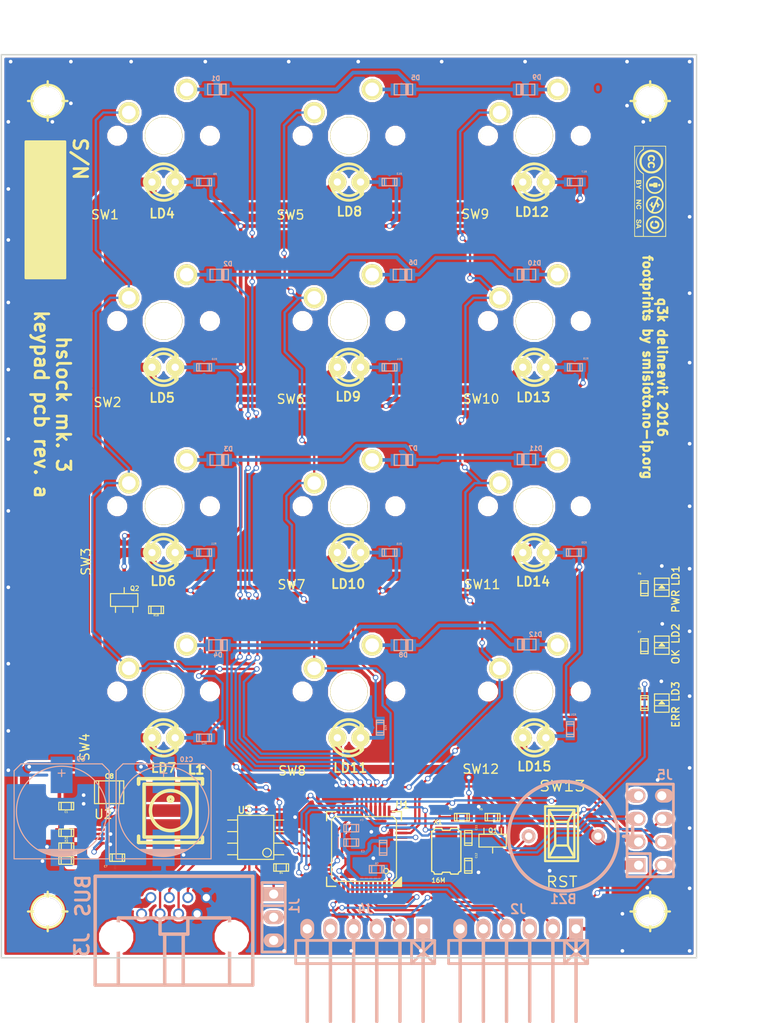
<source format=kicad_pcb>
(kicad_pcb (version 4) (host pcbnew "(2015-10-14 BZR 6269, Git 3ca8244)-product")

  (general
    (links 0)
    (no_connects 0)
    (area 22.784999 34.214999 99.135001 133.425001)
    (thickness 1.6)
    (drawings 9)
    (tracks 1028)
    (zones 0)
    (modules 91)
    (nets 86)
  )

  (page A4)
  (layers
    (0 F.Cu signal)
    (31 B.Cu signal)
    (32 B.Adhes user)
    (33 F.Adhes user)
    (34 B.Paste user)
    (35 F.Paste user)
    (36 B.SilkS user)
    (37 F.SilkS user)
    (38 B.Mask user)
    (39 F.Mask user)
    (40 Dwgs.User user)
    (41 Cmts.User user)
    (42 Eco1.User user)
    (43 Eco2.User user)
    (44 Edge.Cuts user hide)
    (45 Margin user hide)
    (46 B.CrtYd user)
    (47 F.CrtYd user)
    (48 B.Fab user)
    (49 F.Fab user)
  )

  (setup
    (last_trace_width 0.25)
    (user_trace_width 0.4)
    (user_trace_width 1)
    (trace_clearance 0.2)
    (zone_clearance 0.254)
    (zone_45_only no)
    (trace_min 0.2)
    (segment_width 0.2)
    (edge_width 0.15)
    (via_size 0.6)
    (via_drill 0.4)
    (via_min_size 0.4)
    (via_min_drill 0.3)
    (uvia_size 0.3)
    (uvia_drill 0.1)
    (uvias_allowed no)
    (uvia_min_size 0.2)
    (uvia_min_drill 0.1)
    (pcb_text_width 0.3)
    (pcb_text_size 1.5 1.5)
    (mod_edge_width 0.15)
    (mod_text_size 1 1)
    (mod_text_width 0.15)
    (pad_size 3 3)
    (pad_drill 3)
    (pad_to_mask_clearance 0.2)
    (aux_axis_origin 0 0)
    (visible_elements FFFFF77F)
    (pcbplotparams
      (layerselection 0x010f0_80000001)
      (usegerberextensions false)
      (excludeedgelayer true)
      (linewidth 0.100000)
      (plotframeref false)
      (viasonmask false)
      (mode 1)
      (useauxorigin false)
      (hpglpennumber 1)
      (hpglpenspeed 20)
      (hpglpendiameter 15)
      (hpglpenoverlay 2)
      (psnegative false)
      (psa4output false)
      (plotreference true)
      (plotvalue true)
      (plotinvisibletext false)
      (padsonsilk false)
      (subtractmaskfromsilk true)
      (outputformat 1)
      (mirror false)
      (drillshape 0)
      (scaleselection 1)
      (outputdirectory fab-2016-05-03))
  )

  (net 0 "")
  (net 1 "Net-(BZ1-Pad2)")
  (net 2 VCC)
  (net 3 +24V)
  (net 4 GND)
  (net 5 "Net-(C2-Pad1)")
  (net 6 "Net-(C7-Pad1)")
  (net 7 "Net-(D1-Pad1)")
  (net 8 /KPAD_ROW1)
  (net 9 "Net-(D2-Pad1)")
  (net 10 /KPAD_ROW2)
  (net 11 "Net-(D3-Pad1)")
  (net 12 /KPAD_ROW3)
  (net 13 "Net-(D4-Pad1)")
  (net 14 /KPAD_ROW4)
  (net 15 "Net-(D5-Pad1)")
  (net 16 "Net-(D6-Pad1)")
  (net 17 "Net-(D7-Pad1)")
  (net 18 "Net-(D8-Pad1)")
  (net 19 "Net-(D9-Pad1)")
  (net 20 "Net-(D10-Pad1)")
  (net 21 "Net-(D11-Pad1)")
  (net 22 "Net-(D12-Pad1)")
  (net 23 "Net-(J1-Pad2)")
  (net 24 "Net-(J2-Pad2)")
  (net 25 "Net-(J2-Pad3)")
  (net 26 /PNRST)
  (net 27 /PNIRQ)
  (net 28 "Net-(J3-Pad3)")
  (net 29 "Net-(J3-Pad4)")
  (net 30 "Net-(J3-Pad5)")
  (net 31 "Net-(J3-Pad6)")
  (net 32 /EXTSPI_MOSI)
  (net 33 /EXTSPI_MISO)
  (net 34 /EXTSPI_SCK)
  (net 35 "Net-(J4-Pad5)")
  (net 36 /SWCLK)
  (net 37 /SWDIO)
  (net 38 /DBG_TX)
  (net 39 /DBG_RX)
  (net 40 /APRST)
  (net 41 "Net-(J5-Pad7)")
  (net 42 "Net-(L1-Pad2)")
  (net 43 "Net-(LD1-Pad1)")
  (net 44 "Net-(LD2-Pad1)")
  (net 45 "Net-(LD3-Pad1)")
  (net 46 "Net-(LD4-Pad2)")
  (net 47 "Net-(LD5-Pad2)")
  (net 48 "Net-(LD6-Pad2)")
  (net 49 "Net-(LD7-Pad2)")
  (net 50 "Net-(LD8-Pad2)")
  (net 51 "Net-(LD9-Pad2)")
  (net 52 "Net-(LD10-Pad2)")
  (net 53 "Net-(LD11-Pad2)")
  (net 54 "Net-(LD12-Pad2)")
  (net 55 "Net-(Q2-Pad2)")
  (net 56 "Net-(R2-Pad2)")
  (net 57 "Net-(R4-Pad1)")
  (net 58 /BUZZER)
  (net 59 /LED_OK)
  (net 60 /LED_ERR)
  (net 61 /KPAD_BL)
  (net 62 /KPAD_COL1)
  (net 63 /KPAD_COL2)
  (net 64 /KPAD_COL3)
  (net 65 "Net-(U1-Pad4)")
  (net 66 "Net-(U1-Pad1)")
  (net 67 "Net-(U1-Pad2)")
  (net 68 "Net-(U1-Pad3)")
  (net 69 "Net-(U1-Pad25)")
  (net 70 "Net-(U1-Pad26)")
  (net 71 "Net-(U1-Pad27)")
  (net 72 "Net-(U1-Pad28)")
  (net 73 "Net-(U1-Pad29)")
  (net 74 "Net-(U1-Pad31)")
  (net 75 "Net-(U1-Pad38)")
  (net 76 "Net-(U1-Pad35)")
  (net 77 "Net-(U1-Pad36)")
  (net 78 "Net-(U1-Pad45)")
  (net 79 "Net-(U1-Pad46)")
  (net 80 "Net-(U2-Pad7)")
  (net 81 "Net-(LD13-Pad2)")
  (net 82 "Net-(LD14-Pad2)")
  (net 83 "Net-(LD15-Pad2)")
  (net 84 "Net-(C11-Pad1)")
  (net 85 "Net-(C12-Pad1)")

  (net_class Default "This is the default net class."
    (clearance 0.2)
    (trace_width 0.25)
    (via_dia 0.6)
    (via_drill 0.4)
    (uvia_dia 0.3)
    (uvia_drill 0.1)
    (add_net +24V)
    (add_net /APRST)
    (add_net /BUZZER)
    (add_net /DBG_RX)
    (add_net /DBG_TX)
    (add_net /EXTSPI_MISO)
    (add_net /EXTSPI_MOSI)
    (add_net /EXTSPI_SCK)
    (add_net /KPAD_BL)
    (add_net /KPAD_COL1)
    (add_net /KPAD_COL2)
    (add_net /KPAD_COL3)
    (add_net /KPAD_ROW1)
    (add_net /KPAD_ROW2)
    (add_net /KPAD_ROW3)
    (add_net /KPAD_ROW4)
    (add_net /LED_ERR)
    (add_net /LED_OK)
    (add_net /PNIRQ)
    (add_net /PNRST)
    (add_net /SWCLK)
    (add_net /SWDIO)
    (add_net GND)
    (add_net "Net-(BZ1-Pad2)")
    (add_net "Net-(C11-Pad1)")
    (add_net "Net-(C12-Pad1)")
    (add_net "Net-(C2-Pad1)")
    (add_net "Net-(C7-Pad1)")
    (add_net "Net-(D1-Pad1)")
    (add_net "Net-(D10-Pad1)")
    (add_net "Net-(D11-Pad1)")
    (add_net "Net-(D12-Pad1)")
    (add_net "Net-(D2-Pad1)")
    (add_net "Net-(D3-Pad1)")
    (add_net "Net-(D4-Pad1)")
    (add_net "Net-(D5-Pad1)")
    (add_net "Net-(D6-Pad1)")
    (add_net "Net-(D7-Pad1)")
    (add_net "Net-(D8-Pad1)")
    (add_net "Net-(D9-Pad1)")
    (add_net "Net-(J1-Pad2)")
    (add_net "Net-(J2-Pad2)")
    (add_net "Net-(J2-Pad3)")
    (add_net "Net-(J3-Pad3)")
    (add_net "Net-(J3-Pad4)")
    (add_net "Net-(J3-Pad5)")
    (add_net "Net-(J3-Pad6)")
    (add_net "Net-(J4-Pad5)")
    (add_net "Net-(J5-Pad7)")
    (add_net "Net-(L1-Pad2)")
    (add_net "Net-(LD1-Pad1)")
    (add_net "Net-(LD10-Pad2)")
    (add_net "Net-(LD11-Pad2)")
    (add_net "Net-(LD12-Pad2)")
    (add_net "Net-(LD13-Pad2)")
    (add_net "Net-(LD14-Pad2)")
    (add_net "Net-(LD15-Pad2)")
    (add_net "Net-(LD2-Pad1)")
    (add_net "Net-(LD3-Pad1)")
    (add_net "Net-(LD4-Pad2)")
    (add_net "Net-(LD5-Pad2)")
    (add_net "Net-(LD6-Pad2)")
    (add_net "Net-(LD7-Pad2)")
    (add_net "Net-(LD8-Pad2)")
    (add_net "Net-(LD9-Pad2)")
    (add_net "Net-(Q2-Pad2)")
    (add_net "Net-(R2-Pad2)")
    (add_net "Net-(R4-Pad1)")
    (add_net "Net-(U1-Pad1)")
    (add_net "Net-(U1-Pad2)")
    (add_net "Net-(U1-Pad25)")
    (add_net "Net-(U1-Pad26)")
    (add_net "Net-(U1-Pad27)")
    (add_net "Net-(U1-Pad28)")
    (add_net "Net-(U1-Pad29)")
    (add_net "Net-(U1-Pad3)")
    (add_net "Net-(U1-Pad31)")
    (add_net "Net-(U1-Pad35)")
    (add_net "Net-(U1-Pad36)")
    (add_net "Net-(U1-Pad38)")
    (add_net "Net-(U1-Pad4)")
    (add_net "Net-(U1-Pad45)")
    (add_net "Net-(U1-Pad46)")
    (add_net "Net-(U2-Pad7)")
    (add_net VCC)
  )

  (module chmx:CHMX (layer F.Cu) (tedit 5751A8F3) (tstamp 574CD5A8)
    (at 60.96 104.14)
    (path /574CAB60)
    (fp_text reference SW8 (at -6.21792 8.70204) (layer F.SilkS)
      (effects (font (size 1 1) (thickness 0.15)))
    )
    (fp_text value CHMX (at -5.08 2.54) (layer F.Fab) hide
      (effects (font (size 1 1) (thickness 0.15)))
    )
    (fp_line (start -7.62 -7.62) (end 7.62 -7.62) (layer F.CrtYd) (width 0.15))
    (fp_line (start -7.62 7.62) (end -7.62 -7.62) (layer F.CrtYd) (width 0.15))
    (fp_line (start -3.81 7.62) (end -7.62 7.62) (layer F.CrtYd) (width 0.15))
    (fp_line (start -3.81 3.81) (end -3.81 7.62) (layer F.CrtYd) (width 0.15))
    (fp_line (start 3.81 3.81) (end -3.81 3.81) (layer F.CrtYd) (width 0.15))
    (fp_line (start 3.81 7.62) (end 3.81 3.81) (layer F.CrtYd) (width 0.15))
    (fp_line (start 7.62 7.62) (end 3.81 7.62) (layer F.CrtYd) (width 0.15))
    (fp_line (start 7.62 2.54) (end 7.62 7.62) (layer F.CrtYd) (width 0.15))
    (fp_line (start 7.62 -7.62) (end 7.62 2.54) (layer F.CrtYd) (width 0.15))
    (pad "" np_thru_hole circle (at 0 0) (size 4.1 4.1) (drill 4) (layers *.Cu *.Mask F.SilkS))
    (pad "" np_thru_hole circle (at 5.08 0) (size 1.7 1.7) (drill 1.7) (layers *.Cu *.Mask F.SilkS))
    (pad "" np_thru_hole circle (at -5.08 0) (size 1.7 1.7) (drill 1.7) (layers *.Cu *.Mask F.SilkS))
    (pad 1 thru_hole circle (at -3.81 -2.54) (size 2.3 2.3) (drill 1.5) (layers *.Cu *.Mask F.SilkS)
      (net 63 /KPAD_COL2))
    (pad 2 thru_hole circle (at 2.54 -5.08) (size 2.3 2.3) (drill 1.5) (layers *.Cu *.Mask F.SilkS)
      (net 18 "Net-(D8-Pad1)"))
    (model /home/q3k/Projects/hslockmk3/hardware/keypad/cherry.wrl
      (at (xyz 0 0 0))
      (scale (xyz 1 1 1))
      (rotate (xyz 0 0 0))
    )
  )

  (module chmx:CHMX (layer F.Cu) (tedit 5751A9D9) (tstamp 574CD5CC)
    (at 81.28 104.14)
    (path /574CAD2C)
    (fp_text reference SW12 (at -5.87248 8.509) (layer F.SilkS)
      (effects (font (size 1 1) (thickness 0.15)))
    )
    (fp_text value CHMX (at -5.08 2.54) (layer F.Fab) hide
      (effects (font (size 1 1) (thickness 0.15)))
    )
    (fp_line (start -7.62 -7.62) (end 7.62 -7.62) (layer F.CrtYd) (width 0.15))
    (fp_line (start -7.62 7.62) (end -7.62 -7.62) (layer F.CrtYd) (width 0.15))
    (fp_line (start -3.81 7.62) (end -7.62 7.62) (layer F.CrtYd) (width 0.15))
    (fp_line (start -3.81 3.81) (end -3.81 7.62) (layer F.CrtYd) (width 0.15))
    (fp_line (start 3.81 3.81) (end -3.81 3.81) (layer F.CrtYd) (width 0.15))
    (fp_line (start 3.81 7.62) (end 3.81 3.81) (layer F.CrtYd) (width 0.15))
    (fp_line (start 7.62 7.62) (end 3.81 7.62) (layer F.CrtYd) (width 0.15))
    (fp_line (start 7.62 2.54) (end 7.62 7.62) (layer F.CrtYd) (width 0.15))
    (fp_line (start 7.62 -7.62) (end 7.62 2.54) (layer F.CrtYd) (width 0.15))
    (pad "" np_thru_hole circle (at 0 0) (size 4.1 4.1) (drill 4) (layers *.Cu *.Mask F.SilkS))
    (pad "" np_thru_hole circle (at 5.08 0) (size 1.7 1.7) (drill 1.7) (layers *.Cu *.Mask F.SilkS))
    (pad "" np_thru_hole circle (at -5.08 0) (size 1.7 1.7) (drill 1.7) (layers *.Cu *.Mask F.SilkS))
    (pad 1 thru_hole circle (at -3.81 -2.54) (size 2.3 2.3) (drill 1.5) (layers *.Cu *.Mask F.SilkS)
      (net 64 /KPAD_COL3))
    (pad 2 thru_hole circle (at 2.54 -5.08) (size 2.3 2.3) (drill 1.5) (layers *.Cu *.Mask F.SilkS)
      (net 22 "Net-(D12-Pad1)"))
    (model /home/q3k/Projects/hslockmk3/hardware/keypad/cherry.wrl
      (at (xyz 0 0 0))
      (scale (xyz 1 1 1))
      (rotate (xyz 0 0 0))
    )
  )

  (module chmx:CHMX (layer F.Cu) (tedit 5751A80B) (tstamp 574CD5BA)
    (at 81.28 63.5)
    (path /574CAD20)
    (fp_text reference SW10 (at -5.83184 8.54456) (layer F.SilkS)
      (effects (font (size 1 1) (thickness 0.15)))
    )
    (fp_text value CHMX (at -5.08 2.54) (layer F.Fab) hide
      (effects (font (size 1 1) (thickness 0.15)))
    )
    (fp_line (start -7.62 -7.62) (end 7.62 -7.62) (layer F.CrtYd) (width 0.15))
    (fp_line (start -7.62 7.62) (end -7.62 -7.62) (layer F.CrtYd) (width 0.15))
    (fp_line (start -3.81 7.62) (end -7.62 7.62) (layer F.CrtYd) (width 0.15))
    (fp_line (start -3.81 3.81) (end -3.81 7.62) (layer F.CrtYd) (width 0.15))
    (fp_line (start 3.81 3.81) (end -3.81 3.81) (layer F.CrtYd) (width 0.15))
    (fp_line (start 3.81 7.62) (end 3.81 3.81) (layer F.CrtYd) (width 0.15))
    (fp_line (start 7.62 7.62) (end 3.81 7.62) (layer F.CrtYd) (width 0.15))
    (fp_line (start 7.62 2.54) (end 7.62 7.62) (layer F.CrtYd) (width 0.15))
    (fp_line (start 7.62 -7.62) (end 7.62 2.54) (layer F.CrtYd) (width 0.15))
    (pad "" np_thru_hole circle (at 0 0) (size 4.1 4.1) (drill 4) (layers *.Cu *.Mask F.SilkS))
    (pad "" np_thru_hole circle (at 5.08 0) (size 1.7 1.7) (drill 1.7) (layers *.Cu *.Mask F.SilkS))
    (pad "" np_thru_hole circle (at -5.08 0) (size 1.7 1.7) (drill 1.7) (layers *.Cu *.Mask F.SilkS))
    (pad 1 thru_hole circle (at -3.81 -2.54) (size 2.3 2.3) (drill 1.5) (layers *.Cu *.Mask F.SilkS)
      (net 64 /KPAD_COL3))
    (pad 2 thru_hole circle (at 2.54 -5.08) (size 2.3 2.3) (drill 1.5) (layers *.Cu *.Mask F.SilkS)
      (net 20 "Net-(D10-Pad1)"))
    (model /home/q3k/Projects/hslockmk3/hardware/keypad/cherry.wrl
      (at (xyz 0 0 0))
      (scale (xyz 1 1 1))
      (rotate (xyz 0 0 0))
    )
  )

  (module w_pin_strip:pin_strip_4x2 (layer B.Cu) (tedit 0) (tstamp 574CD498)
    (at 93.98 119.38 90)
    (descr "Pin strip 4x2pin")
    (tags "CONN DEV")
    (path /574FC28A)
    (fp_text reference J5 (at 6.09092 1.6002 180) (layer B.SilkS)
      (effects (font (size 1.016 1.016) (thickness 0.2032)) (justify mirror))
    )
    (fp_text value PROG (at 0 5.08 90) (layer B.SilkS) hide
      (effects (font (size 1.016 0.889) (thickness 0.2032)) (justify mirror))
    )
    (fp_line (start -5.08 2.54) (end 5.08 2.54) (layer B.SilkS) (width 0.3048))
    (fp_line (start 5.08 2.54) (end 5.08 -2.54) (layer B.SilkS) (width 0.3048))
    (fp_line (start 5.08 -2.54) (end -5.08 -2.54) (layer B.SilkS) (width 0.3048))
    (fp_line (start -5.08 0) (end -2.54 0) (layer B.SilkS) (width 0.3048))
    (fp_line (start -2.54 0) (end -2.54 -2.54) (layer B.SilkS) (width 0.3048))
    (fp_line (start -5.08 2.54) (end -5.08 -2.54) (layer B.SilkS) (width 0.3048))
    (pad 1 thru_hole rect (at -3.81 -1.27 90) (size 1.524 1.99898) (drill 1.00076 (offset 0 -0.24892)) (layers *.Cu *.Mask B.SilkS)
      (net 2 VCC))
    (pad 2 thru_hole oval (at -3.81 1.27 90) (size 1.524 1.99898) (drill 1.00076 (offset 0 0.24892)) (layers *.Cu *.Mask B.SilkS)
      (net 36 /SWCLK))
    (pad 3 thru_hole oval (at -1.27 -1.27 90) (size 1.524 1.99898) (drill 1.00076 (offset 0 -0.24892)) (layers *.Cu *.Mask B.SilkS)
      (net 37 /SWDIO))
    (pad 4 thru_hole oval (at -1.27 1.27 90) (size 1.524 1.99898) (drill 1.00076 (offset 0 0.24892)) (layers *.Cu *.Mask B.SilkS)
      (net 38 /DBG_TX))
    (pad 5 thru_hole oval (at 1.27 -1.27 90) (size 1.524 1.99898) (drill 1.00076 (offset 0 -0.24892)) (layers *.Cu *.Mask B.SilkS)
      (net 39 /DBG_RX))
    (pad 6 thru_hole oval (at 1.27 1.27 90) (size 1.524 1.99898) (drill 1.00076 (offset 0 0.24892)) (layers *.Cu *.Mask B.SilkS)
      (net 40 /APRST))
    (pad 7 thru_hole oval (at 3.81 -1.27 90) (size 1.524 1.99898) (drill 1.00076 (offset 0 -0.24892)) (layers *.Cu *.Mask B.SilkS)
      (net 41 "Net-(J5-Pad7)"))
    (pad 8 thru_hole oval (at 3.81 1.27 90) (size 1.524 1.99898) (drill 1.00076 (offset 0 0.24892)) (layers *.Cu *.Mask B.SilkS)
      (net 4 GND))
    (model walter/pin_strip/pin_strip_4x2.wrl
      (at (xyz 0 0 0))
      (scale (xyz 1 1 1))
      (rotate (xyz 0 0 0))
    )
  )

  (module w_details:hole_3mm (layer F.Cu) (tedit 5751D274) (tstamp 574CE4A8)
    (at 27.94 128.27)
    (descr "Hole 3mm")
    (fp_text reference hole_3mm (at 0 -3.302) (layer F.SilkS) hide
      (effects (font (thickness 0.3048)))
    )
    (fp_text value VAL** (at 5.334 0) (layer F.SilkS) hide
      (effects (font (thickness 0.3048)))
    )
    (fp_line (start 0 -2.159) (end 0 2.159) (layer F.SilkS) (width 0.254))
    (fp_line (start -2.159 0) (end 2.159 0) (layer F.SilkS) (width 0.254))
    (fp_circle (center 0 0) (end 1.778 0) (layer F.SilkS) (width 0.254))
    (pad 1 thru_hole circle (at 0 0) (size 3 3) (drill 3) (layers *.Cu))
    (model walter/details/hole.wrl
      (at (xyz 0 0 0))
      (scale (xyz 1 1 1))
      (rotate (xyz 0 0 0))
    )
  )

  (module w_details:hole_3mm (layer F.Cu) (tedit 5751D268) (tstamp 574CE49F)
    (at 93.98 128.27)
    (descr "Hole 3mm")
    (fp_text reference hole_3mm (at 0 -3.302) (layer F.SilkS) hide
      (effects (font (thickness 0.3048)))
    )
    (fp_text value VAL** (at 5.334 0) (layer F.SilkS) hide
      (effects (font (thickness 0.3048)))
    )
    (fp_line (start 0 -2.159) (end 0 2.159) (layer F.SilkS) (width 0.254))
    (fp_line (start -2.159 0) (end 2.159 0) (layer F.SilkS) (width 0.254))
    (fp_circle (center 0 0) (end 1.778 0) (layer F.SilkS) (width 0.254))
    (pad 1 thru_hole circle (at 0 0) (size 3 3) (drill 3) (layers *.Cu))
    (model walter/details/hole.wrl
      (at (xyz 0 0 0))
      (scale (xyz 1 1 1))
      (rotate (xyz 0 0 0))
    )
  )

  (module w_details:hole_3mm (layer F.Cu) (tedit 575152BA) (tstamp 574CE495)
    (at 93.98 39.37)
    (descr "Hole 3mm")
    (fp_text reference hole_3mm (at 0 -3.302) (layer F.SilkS) hide
      (effects (font (thickness 0.3048)))
    )
    (fp_text value VAL** (at 5.334 0) (layer F.SilkS) hide
      (effects (font (thickness 0.3048)))
    )
    (fp_line (start 0 -2.159) (end 0 2.159) (layer F.SilkS) (width 0.254))
    (fp_line (start -2.159 0) (end 2.159 0) (layer F.SilkS) (width 0.254))
    (fp_circle (center 0 0) (end 1.778 0) (layer F.SilkS) (width 0.254))
    (pad 1 thru_hole circle (at 0 0) (size 2.99974 2.99974) (drill 2.99974) (layers *.Cu F.SilkS))
    (model walter/details/hole.wrl
      (at (xyz 0 0 0))
      (scale (xyz 1 1 1))
      (rotate (xyz 0 0 0))
    )
  )

  (module w_misc_comp:buzzer_tmb (layer B.Cu) (tedit 5751A71E) (tstamp 574CD3DF)
    (at 84.455 120.015)
    (descr "Buzzer, TMB")
    (tags buzzer)
    (path /574D20CC)
    (autoplace_cost180 10)
    (fp_text reference BZ1 (at 0 6.9) (layer B.SilkS)
      (effects (font (size 0.99822 0.99822) (thickness 0.19812)) (justify mirror))
    )
    (fp_text value buzzer (at 0 -7) (layer B.SilkS) hide
      (effects (font (size 0.99822 0.99822) (thickness 0.19812)) (justify mirror))
    )
    (fp_line (start 6.6 0) (end 8.6 0) (layer B.SilkS) (width 0.37846))
    (fp_line (start 7.6 -1) (end 7.6 1) (layer B.SilkS) (width 0.37846))
    (fp_circle (center 0 0) (end -6 0) (layer B.SilkS) (width 0.37846))
    (pad 2 thru_hole circle (at -3.8 0) (size 1.5 1.5) (drill 0.8) (layers *.Cu *.Mask B.SilkS)
      (net 1 "Net-(BZ1-Pad2)"))
    (pad 1 thru_hole circle (at 3.8 0) (size 1.5 1.5) (drill 0.8) (layers *.Cu *.Mask B.SilkS)
      (net 2 VCC))
    (model walter/misc_comp/buzzer_tmb.wrl
      (at (xyz 0 0 0))
      (scale (xyz 1 1 1))
      (rotate (xyz 0 0 0))
    )
  )

  (module w_smd_cap:c_0603 (layer F.Cu) (tedit 0) (tstamp 574CD3E5)
    (at 29.972 116.713 180)
    (descr "SMT capacitor, 0603")
    (path /574E78D2)
    (fp_text reference C1 (at 0 -0.635 180) (layer F.SilkS)
      (effects (font (size 0.20066 0.20066) (thickness 0.04064)))
    )
    (fp_text value 2.2uF (at 0 0.635 180) (layer F.SilkS) hide
      (effects (font (size 0.20066 0.20066) (thickness 0.04064)))
    )
    (fp_line (start 0.5588 0.4064) (end 0.5588 -0.4064) (layer F.SilkS) (width 0.127))
    (fp_line (start -0.5588 -0.381) (end -0.5588 0.4064) (layer F.SilkS) (width 0.127))
    (fp_line (start -0.8128 -0.4064) (end 0.8128 -0.4064) (layer F.SilkS) (width 0.127))
    (fp_line (start 0.8128 -0.4064) (end 0.8128 0.4064) (layer F.SilkS) (width 0.127))
    (fp_line (start 0.8128 0.4064) (end -0.8128 0.4064) (layer F.SilkS) (width 0.127))
    (fp_line (start -0.8128 0.4064) (end -0.8128 -0.4064) (layer F.SilkS) (width 0.127))
    (pad 1 smd rect (at 0.75184 0 180) (size 0.89916 1.00076) (layers F.Cu F.Paste F.Mask)
      (net 3 +24V))
    (pad 2 smd rect (at -0.75184 0 180) (size 0.89916 1.00076) (layers F.Cu F.Paste F.Mask)
      (net 4 GND))
    (model walter/smd_cap/c_0603.wrl
      (at (xyz 0 0 0))
      (scale (xyz 1 1 1))
      (rotate (xyz 0 0 0))
    )
  )

  (module w_smd_cap:c_0603 (layer F.Cu) (tedit 0) (tstamp 574CD3EB)
    (at 29.972 122.682)
    (descr "SMT capacitor, 0603")
    (path /574E5B7B)
    (fp_text reference C2 (at 0 -0.635) (layer F.SilkS)
      (effects (font (size 0.20066 0.20066) (thickness 0.04064)))
    )
    (fp_text value 1uF (at 0 0.635) (layer F.SilkS) hide
      (effects (font (size 0.20066 0.20066) (thickness 0.04064)))
    )
    (fp_line (start 0.5588 0.4064) (end 0.5588 -0.4064) (layer F.SilkS) (width 0.127))
    (fp_line (start -0.5588 -0.381) (end -0.5588 0.4064) (layer F.SilkS) (width 0.127))
    (fp_line (start -0.8128 -0.4064) (end 0.8128 -0.4064) (layer F.SilkS) (width 0.127))
    (fp_line (start 0.8128 -0.4064) (end 0.8128 0.4064) (layer F.SilkS) (width 0.127))
    (fp_line (start 0.8128 0.4064) (end -0.8128 0.4064) (layer F.SilkS) (width 0.127))
    (fp_line (start -0.8128 0.4064) (end -0.8128 -0.4064) (layer F.SilkS) (width 0.127))
    (pad 1 smd rect (at 0.75184 0) (size 0.89916 1.00076) (layers F.Cu F.Paste F.Mask)
      (net 5 "Net-(C2-Pad1)"))
    (pad 2 smd rect (at -0.75184 0) (size 0.89916 1.00076) (layers F.Cu F.Paste F.Mask)
      (net 4 GND))
    (model walter/smd_cap/c_0603.wrl
      (at (xyz 0 0 0))
      (scale (xyz 1 1 1))
      (rotate (xyz 0 0 0))
    )
  )

  (module w_smd_cap:c_0603 (layer B.Cu) (tedit 0) (tstamp 574CD3F1)
    (at 61.214 120.7135)
    (descr "SMT capacitor, 0603")
    (path /574F0464)
    (fp_text reference C3 (at 1.27 0.9525) (layer B.SilkS)
      (effects (font (size 0.20066 0.20066) (thickness 0.04064)) (justify mirror))
    )
    (fp_text value 1uF (at 0 -0.635) (layer B.SilkS) hide
      (effects (font (size 0.20066 0.20066) (thickness 0.04064)) (justify mirror))
    )
    (fp_line (start 0.5588 -0.4064) (end 0.5588 0.4064) (layer B.SilkS) (width 0.127))
    (fp_line (start -0.5588 0.381) (end -0.5588 -0.4064) (layer B.SilkS) (width 0.127))
    (fp_line (start -0.8128 0.4064) (end 0.8128 0.4064) (layer B.SilkS) (width 0.127))
    (fp_line (start 0.8128 0.4064) (end 0.8128 -0.4064) (layer B.SilkS) (width 0.127))
    (fp_line (start 0.8128 -0.4064) (end -0.8128 -0.4064) (layer B.SilkS) (width 0.127))
    (fp_line (start -0.8128 -0.4064) (end -0.8128 0.4064) (layer B.SilkS) (width 0.127))
    (pad 1 smd rect (at 0.75184 0) (size 0.89916 1.00076) (layers B.Cu B.Paste B.Mask)
      (net 4 GND))
    (pad 2 smd rect (at -0.75184 0) (size 0.89916 1.00076) (layers B.Cu B.Paste B.Mask)
      (net 2 VCC))
    (model walter/smd_cap/c_0603.wrl
      (at (xyz 0 0 0))
      (scale (xyz 1 1 1))
      (rotate (xyz 0 0 0))
    )
  )

  (module w_smd_cap:c_0603 (layer B.Cu) (tedit 0) (tstamp 574CD3F7)
    (at 61.214 119.126)
    (descr "SMT capacitor, 0603")
    (path /574EDD25)
    (fp_text reference C4 (at 1.143 -0.889) (layer B.SilkS)
      (effects (font (size 0.20066 0.20066) (thickness 0.04064)) (justify mirror))
    )
    (fp_text value 100nF (at 0 -0.635) (layer B.SilkS) hide
      (effects (font (size 0.20066 0.20066) (thickness 0.04064)) (justify mirror))
    )
    (fp_line (start 0.5588 -0.4064) (end 0.5588 0.4064) (layer B.SilkS) (width 0.127))
    (fp_line (start -0.5588 0.381) (end -0.5588 -0.4064) (layer B.SilkS) (width 0.127))
    (fp_line (start -0.8128 0.4064) (end 0.8128 0.4064) (layer B.SilkS) (width 0.127))
    (fp_line (start 0.8128 0.4064) (end 0.8128 -0.4064) (layer B.SilkS) (width 0.127))
    (fp_line (start 0.8128 -0.4064) (end -0.8128 -0.4064) (layer B.SilkS) (width 0.127))
    (fp_line (start -0.8128 -0.4064) (end -0.8128 0.4064) (layer B.SilkS) (width 0.127))
    (pad 1 smd rect (at 0.75184 0) (size 0.89916 1.00076) (layers B.Cu B.Paste B.Mask)
      (net 4 GND))
    (pad 2 smd rect (at -0.75184 0) (size 0.89916 1.00076) (layers B.Cu B.Paste B.Mask)
      (net 2 VCC))
    (model walter/smd_cap/c_0603.wrl
      (at (xyz 0 0 0))
      (scale (xyz 1 1 1))
      (rotate (xyz 0 0 0))
    )
  )

  (module w_smd_cap:c_0603 (layer B.Cu) (tedit 0) (tstamp 574CD3FD)
    (at 64.7065 121.285 270)
    (descr "SMT capacitor, 0603")
    (path /574ED1FD)
    (fp_text reference C5 (at -1.651 -0.5715 360) (layer B.SilkS)
      (effects (font (size 0.20066 0.20066) (thickness 0.04064)) (justify mirror))
    )
    (fp_text value 100nF (at 0 -0.635 270) (layer B.SilkS) hide
      (effects (font (size 0.20066 0.20066) (thickness 0.04064)) (justify mirror))
    )
    (fp_line (start 0.5588 -0.4064) (end 0.5588 0.4064) (layer B.SilkS) (width 0.127))
    (fp_line (start -0.5588 0.381) (end -0.5588 -0.4064) (layer B.SilkS) (width 0.127))
    (fp_line (start -0.8128 0.4064) (end 0.8128 0.4064) (layer B.SilkS) (width 0.127))
    (fp_line (start 0.8128 0.4064) (end 0.8128 -0.4064) (layer B.SilkS) (width 0.127))
    (fp_line (start 0.8128 -0.4064) (end -0.8128 -0.4064) (layer B.SilkS) (width 0.127))
    (fp_line (start -0.8128 -0.4064) (end -0.8128 0.4064) (layer B.SilkS) (width 0.127))
    (pad 1 smd rect (at 0.75184 0 270) (size 0.89916 1.00076) (layers B.Cu B.Paste B.Mask)
      (net 4 GND))
    (pad 2 smd rect (at -0.75184 0 270) (size 0.89916 1.00076) (layers B.Cu B.Paste B.Mask)
      (net 2 VCC))
    (model walter/smd_cap/c_0603.wrl
      (at (xyz 0 0 0))
      (scale (xyz 1 1 1))
      (rotate (xyz 0 0 0))
    )
  )

  (module w_smd_cap:c_0603 (layer B.Cu) (tedit 0) (tstamp 574CD403)
    (at 64.008 123.6345 180)
    (descr "SMT capacitor, 0603")
    (path /574EDC3D)
    (fp_text reference C6 (at 0 0.635 180) (layer B.SilkS)
      (effects (font (size 0.20066 0.20066) (thickness 0.04064)) (justify mirror))
    )
    (fp_text value 100nF (at 0 -0.635 180) (layer B.SilkS) hide
      (effects (font (size 0.20066 0.20066) (thickness 0.04064)) (justify mirror))
    )
    (fp_line (start 0.5588 -0.4064) (end 0.5588 0.4064) (layer B.SilkS) (width 0.127))
    (fp_line (start -0.5588 0.381) (end -0.5588 -0.4064) (layer B.SilkS) (width 0.127))
    (fp_line (start -0.8128 0.4064) (end 0.8128 0.4064) (layer B.SilkS) (width 0.127))
    (fp_line (start 0.8128 0.4064) (end 0.8128 -0.4064) (layer B.SilkS) (width 0.127))
    (fp_line (start 0.8128 -0.4064) (end -0.8128 -0.4064) (layer B.SilkS) (width 0.127))
    (fp_line (start -0.8128 -0.4064) (end -0.8128 0.4064) (layer B.SilkS) (width 0.127))
    (pad 1 smd rect (at 0.75184 0 180) (size 0.89916 1.00076) (layers B.Cu B.Paste B.Mask)
      (net 4 GND))
    (pad 2 smd rect (at -0.75184 0 180) (size 0.89916 1.00076) (layers B.Cu B.Paste B.Mask)
      (net 2 VCC))
    (model walter/smd_cap/c_0603.wrl
      (at (xyz 0 0 0))
      (scale (xyz 1 1 1))
      (rotate (xyz 0 0 0))
    )
  )

  (module w_smd_cap:c_0603 (layer F.Cu) (tedit 0) (tstamp 574CD409)
    (at 35.56 122.3645)
    (descr "SMT capacitor, 0603")
    (path /574E6291)
    (fp_text reference C7 (at -1.27 0.9525) (layer F.SilkS)
      (effects (font (size 0.20066 0.20066) (thickness 0.04064)))
    )
    (fp_text value 3300pF (at 0 0.635) (layer F.SilkS) hide
      (effects (font (size 0.20066 0.20066) (thickness 0.04064)))
    )
    (fp_line (start 0.5588 0.4064) (end 0.5588 -0.4064) (layer F.SilkS) (width 0.127))
    (fp_line (start -0.5588 -0.381) (end -0.5588 0.4064) (layer F.SilkS) (width 0.127))
    (fp_line (start -0.8128 -0.4064) (end 0.8128 -0.4064) (layer F.SilkS) (width 0.127))
    (fp_line (start 0.8128 -0.4064) (end 0.8128 0.4064) (layer F.SilkS) (width 0.127))
    (fp_line (start 0.8128 0.4064) (end -0.8128 0.4064) (layer F.SilkS) (width 0.127))
    (fp_line (start -0.8128 0.4064) (end -0.8128 -0.4064) (layer F.SilkS) (width 0.127))
    (pad 1 smd rect (at 0.75184 0) (size 0.89916 1.00076) (layers F.Cu F.Paste F.Mask)
      (net 6 "Net-(C7-Pad1)"))
    (pad 2 smd rect (at -0.75184 0) (size 0.89916 1.00076) (layers F.Cu F.Paste F.Mask)
      (net 4 GND))
    (model walter/smd_cap/c_0603.wrl
      (at (xyz 0 0 0))
      (scale (xyz 1 1 1))
      (rotate (xyz 0 0 0))
    )
  )

  (module w_smd_cap:c_1210 (layer F.Cu) (tedit 0) (tstamp 574CD40F)
    (at 34.671 115.189)
    (descr "SMT capacitor, 1210")
    (path /574E2392)
    (fp_text reference C8 (at 0.0254 -1.7526) (layer F.SilkS)
      (effects (font (size 0.50038 0.50038) (thickness 0.11938)))
    )
    (fp_text value 22uF (at -0.0254 1.7272) (layer F.SilkS) hide
      (effects (font (size 0.50038 0.50038) (thickness 0.11938)))
    )
    (fp_line (start -1.6002 -1.2446) (end -1.6002 1.2446) (layer F.SilkS) (width 0.127))
    (fp_line (start 1.6002 1.2446) (end 1.6002 -1.2446) (layer F.SilkS) (width 0.127))
    (fp_line (start 1.143 -1.2446) (end 1.143 1.2446) (layer F.SilkS) (width 0.127))
    (fp_line (start -1.143 1.2446) (end -1.143 -1.2446) (layer F.SilkS) (width 0.127))
    (fp_line (start -1.6002 1.2446) (end 1.6002 1.2446) (layer F.SilkS) (width 0.127))
    (fp_line (start 1.6002 -1.2446) (end -1.6002 -1.2446) (layer F.SilkS) (width 0.127))
    (pad 1 smd rect (at 1.397 0) (size 1.6002 2.6924) (layers F.Cu F.Paste F.Mask)
      (net 2 VCC))
    (pad 2 smd rect (at -1.397 0) (size 1.6002 2.6924) (layers F.Cu F.Paste F.Mask)
      (net 4 GND))
    (model walter/smd_cap/c_1210.wrl
      (at (xyz 0 0 0))
      (scale (xyz 1 1 1))
      (rotate (xyz 0 0 0))
    )
  )

  (module w_smd_cap:c_elec_10x10 (layer B.Cu) (tedit 0) (tstamp 574CD415)
    (at 29.464 117.2845 90)
    (descr "SMT capacitor, aluminium electrolytic, 10x10")
    (path /574D068B)
    (fp_text reference C9 (at 5.74294 2.12852 360) (layer B.SilkS)
      (effects (font (size 0.50038 0.50038) (thickness 0.11938)) (justify mirror))
    )
    (fp_text value 100uF (at 0 -5.842 90) (layer B.SilkS) hide
      (effects (font (size 0.50038 0.50038) (thickness 0.11938)) (justify mirror))
    )
    (fp_line (start -4.826 -1.016) (end -4.826 1.016) (layer B.SilkS) (width 0.127))
    (fp_line (start -4.699 1.397) (end -4.699 -1.524) (layer B.SilkS) (width 0.127))
    (fp_line (start -4.572 -1.778) (end -4.572 1.778) (layer B.SilkS) (width 0.127))
    (fp_line (start -4.445 2.159) (end -4.445 -2.159) (layer B.SilkS) (width 0.127))
    (fp_line (start -4.318 -2.413) (end -4.318 2.413) (layer B.SilkS) (width 0.127))
    (fp_line (start -4.191 2.54) (end -4.191 -2.54) (layer B.SilkS) (width 0.127))
    (fp_circle (center 0 0) (end 4.953 0) (layer B.SilkS) (width 0.127))
    (fp_line (start -5.207 5.207) (end -5.207 -5.207) (layer B.SilkS) (width 0.127))
    (fp_line (start -5.207 -5.207) (end 4.445 -5.207) (layer B.SilkS) (width 0.127))
    (fp_line (start 4.445 -5.207) (end 5.207 -4.445) (layer B.SilkS) (width 0.127))
    (fp_line (start 5.207 -4.445) (end 5.207 4.445) (layer B.SilkS) (width 0.127))
    (fp_line (start 5.207 4.445) (end 4.445 5.207) (layer B.SilkS) (width 0.127))
    (fp_line (start 4.445 5.207) (end -5.207 5.207) (layer B.SilkS) (width 0.127))
    (fp_line (start 4.572 0) (end 3.81 0) (layer B.SilkS) (width 0.127))
    (fp_line (start 4.191 0.381) (end 4.191 -0.381) (layer B.SilkS) (width 0.127))
    (pad 1 smd rect (at 4.0005 0 90) (size 4.0005 2.4003) (layers B.Cu B.Paste B.Mask)
      (net 3 +24V))
    (pad 2 smd rect (at -4.0005 0 90) (size 4.0005 2.4003) (layers B.Cu B.Paste B.Mask)
      (net 4 GND))
    (model walter/smd_cap/c_elec_10x10.wrl
      (at (xyz 0 0 0))
      (scale (xyz 1 1 1))
      (rotate (xyz 0 0 0))
    )
  )

  (module w_smd_cap:c_elec_10x10 (layer B.Cu) (tedit 0) (tstamp 574CD41B)
    (at 40.64 117.2845 90)
    (descr "SMT capacitor, aluminium electrolytic, 10x10")
    (path /574D0045)
    (fp_text reference C10 (at 5.69722 2.5146 180) (layer B.SilkS)
      (effects (font (size 0.50038 0.50038) (thickness 0.11938)) (justify mirror))
    )
    (fp_text value 220uF (at 0 -5.842 90) (layer B.SilkS) hide
      (effects (font (size 0.50038 0.50038) (thickness 0.11938)) (justify mirror))
    )
    (fp_line (start -4.826 -1.016) (end -4.826 1.016) (layer B.SilkS) (width 0.127))
    (fp_line (start -4.699 1.397) (end -4.699 -1.524) (layer B.SilkS) (width 0.127))
    (fp_line (start -4.572 -1.778) (end -4.572 1.778) (layer B.SilkS) (width 0.127))
    (fp_line (start -4.445 2.159) (end -4.445 -2.159) (layer B.SilkS) (width 0.127))
    (fp_line (start -4.318 -2.413) (end -4.318 2.413) (layer B.SilkS) (width 0.127))
    (fp_line (start -4.191 2.54) (end -4.191 -2.54) (layer B.SilkS) (width 0.127))
    (fp_circle (center 0 0) (end 4.953 0) (layer B.SilkS) (width 0.127))
    (fp_line (start -5.207 5.207) (end -5.207 -5.207) (layer B.SilkS) (width 0.127))
    (fp_line (start -5.207 -5.207) (end 4.445 -5.207) (layer B.SilkS) (width 0.127))
    (fp_line (start 4.445 -5.207) (end 5.207 -4.445) (layer B.SilkS) (width 0.127))
    (fp_line (start 5.207 -4.445) (end 5.207 4.445) (layer B.SilkS) (width 0.127))
    (fp_line (start 5.207 4.445) (end 4.445 5.207) (layer B.SilkS) (width 0.127))
    (fp_line (start 4.445 5.207) (end -5.207 5.207) (layer B.SilkS) (width 0.127))
    (fp_line (start 4.572 0) (end 3.81 0) (layer B.SilkS) (width 0.127))
    (fp_line (start 4.191 0.381) (end 4.191 -0.381) (layer B.SilkS) (width 0.127))
    (pad 1 smd rect (at 4.0005 0 90) (size 4.0005 2.4003) (layers B.Cu B.Paste B.Mask)
      (net 3 +24V))
    (pad 2 smd rect (at -4.0005 0 90) (size 4.0005 2.4003) (layers B.Cu B.Paste B.Mask)
      (net 4 GND))
    (model walter/smd_cap/c_elec_10x10.wrl
      (at (xyz 0 0 0))
      (scale (xyz 1 1 1))
      (rotate (xyz 0 0 0))
    )
  )

  (module w_smd_diode:micromelf (layer B.Cu) (tedit 0) (tstamp 574CD421)
    (at 46.482 38.1)
    (descr Micromelf)
    (path /574CA3F1)
    (fp_text reference D1 (at -0.13208 -1.20396) (layer B.SilkS)
      (effects (font (size 0.50038 0.50038) (thickness 0.11938)) (justify mirror))
    )
    (fp_text value DIODE (at 0 -1.0668) (layer B.SilkS) hide
      (effects (font (size 0.50038 0.50038) (thickness 0.11938)) (justify mirror))
    )
    (fp_line (start 0.5207 0.5969) (end 0.5207 -0.5969) (layer B.SilkS) (width 0.127))
    (fp_line (start 0.3937 -0.5969) (end 0.3937 0.5969) (layer B.SilkS) (width 0.127))
    (fp_line (start 0.2667 0.5969) (end 0.2667 -0.5969) (layer B.SilkS) (width 0.127))
    (fp_line (start -1.0033 0.5969) (end -1.0033 -0.5969) (layer B.SilkS) (width 0.127))
    (fp_line (start -1.0033 -0.5969) (end 1.0033 -0.5969) (layer B.SilkS) (width 0.127))
    (fp_line (start 1.0033 -0.5969) (end 1.0033 0.5969) (layer B.SilkS) (width 0.127))
    (fp_line (start 1.0033 0.5969) (end -1.0033 0.5969) (layer B.SilkS) (width 0.127))
    (pad 1 smd rect (at -1.00076 0) (size 0.8001 1.30048) (layers B.Cu B.Paste B.Mask)
      (net 7 "Net-(D1-Pad1)"))
    (pad 2 smd rect (at 1.00076 0) (size 0.8001 1.30048) (layers B.Cu B.Paste B.Mask)
      (net 8 /KPAD_ROW1))
    (model walter/smd_diode/micromelf.wrl
      (at (xyz 0 0 0))
      (scale (xyz 1 1 1))
      (rotate (xyz 0 0 0))
    )
  )

  (module w_smd_diode:micromelf (layer B.Cu) (tedit 0) (tstamp 574CD427)
    (at 46.736 58.42)
    (descr Micromelf)
    (path /574CA616)
    (fp_text reference D2 (at 0.96012 -1.18364) (layer B.SilkS)
      (effects (font (size 0.50038 0.50038) (thickness 0.11938)) (justify mirror))
    )
    (fp_text value DIODE (at 0 -1.0668) (layer B.SilkS) hide
      (effects (font (size 0.50038 0.50038) (thickness 0.11938)) (justify mirror))
    )
    (fp_line (start 0.5207 0.5969) (end 0.5207 -0.5969) (layer B.SilkS) (width 0.127))
    (fp_line (start 0.3937 -0.5969) (end 0.3937 0.5969) (layer B.SilkS) (width 0.127))
    (fp_line (start 0.2667 0.5969) (end 0.2667 -0.5969) (layer B.SilkS) (width 0.127))
    (fp_line (start -1.0033 0.5969) (end -1.0033 -0.5969) (layer B.SilkS) (width 0.127))
    (fp_line (start -1.0033 -0.5969) (end 1.0033 -0.5969) (layer B.SilkS) (width 0.127))
    (fp_line (start 1.0033 -0.5969) (end 1.0033 0.5969) (layer B.SilkS) (width 0.127))
    (fp_line (start 1.0033 0.5969) (end -1.0033 0.5969) (layer B.SilkS) (width 0.127))
    (pad 1 smd rect (at -1.00076 0) (size 0.8001 1.30048) (layers B.Cu B.Paste B.Mask)
      (net 9 "Net-(D2-Pad1)"))
    (pad 2 smd rect (at 1.00076 0) (size 0.8001 1.30048) (layers B.Cu B.Paste B.Mask)
      (net 10 /KPAD_ROW2))
    (model walter/smd_diode/micromelf.wrl
      (at (xyz 0 0 0))
      (scale (xyz 1 1 1))
      (rotate (xyz 0 0 0))
    )
  )

  (module w_smd_diode:micromelf (layer B.Cu) (tedit 0) (tstamp 574CD42D)
    (at 46.736 78.74)
    (descr Micromelf)
    (path /574CA65C)
    (fp_text reference D3 (at 1.01092 -1.20904) (layer B.SilkS)
      (effects (font (size 0.50038 0.50038) (thickness 0.11938)) (justify mirror))
    )
    (fp_text value DIODE (at 0 -1.0668) (layer B.SilkS) hide
      (effects (font (size 0.50038 0.50038) (thickness 0.11938)) (justify mirror))
    )
    (fp_line (start 0.5207 0.5969) (end 0.5207 -0.5969) (layer B.SilkS) (width 0.127))
    (fp_line (start 0.3937 -0.5969) (end 0.3937 0.5969) (layer B.SilkS) (width 0.127))
    (fp_line (start 0.2667 0.5969) (end 0.2667 -0.5969) (layer B.SilkS) (width 0.127))
    (fp_line (start -1.0033 0.5969) (end -1.0033 -0.5969) (layer B.SilkS) (width 0.127))
    (fp_line (start -1.0033 -0.5969) (end 1.0033 -0.5969) (layer B.SilkS) (width 0.127))
    (fp_line (start 1.0033 -0.5969) (end 1.0033 0.5969) (layer B.SilkS) (width 0.127))
    (fp_line (start 1.0033 0.5969) (end -1.0033 0.5969) (layer B.SilkS) (width 0.127))
    (pad 1 smd rect (at -1.00076 0) (size 0.8001 1.30048) (layers B.Cu B.Paste B.Mask)
      (net 11 "Net-(D3-Pad1)"))
    (pad 2 smd rect (at 1.00076 0) (size 0.8001 1.30048) (layers B.Cu B.Paste B.Mask)
      (net 12 /KPAD_ROW3))
    (model walter/smd_diode/micromelf.wrl
      (at (xyz 0 0 0))
      (scale (xyz 1 1 1))
      (rotate (xyz 0 0 0))
    )
  )

  (module w_smd_diode:micromelf (layer B.Cu) (tedit 0) (tstamp 574CD433)
    (at 46.609 99.06)
    (descr Micromelf)
    (path /574CA6AD)
    (fp_text reference D4 (at 0 1.0668) (layer B.SilkS)
      (effects (font (size 0.50038 0.50038) (thickness 0.11938)) (justify mirror))
    )
    (fp_text value DIODE (at 0 -1.0668) (layer B.SilkS) hide
      (effects (font (size 0.50038 0.50038) (thickness 0.11938)) (justify mirror))
    )
    (fp_line (start 0.5207 0.5969) (end 0.5207 -0.5969) (layer B.SilkS) (width 0.127))
    (fp_line (start 0.3937 -0.5969) (end 0.3937 0.5969) (layer B.SilkS) (width 0.127))
    (fp_line (start 0.2667 0.5969) (end 0.2667 -0.5969) (layer B.SilkS) (width 0.127))
    (fp_line (start -1.0033 0.5969) (end -1.0033 -0.5969) (layer B.SilkS) (width 0.127))
    (fp_line (start -1.0033 -0.5969) (end 1.0033 -0.5969) (layer B.SilkS) (width 0.127))
    (fp_line (start 1.0033 -0.5969) (end 1.0033 0.5969) (layer B.SilkS) (width 0.127))
    (fp_line (start 1.0033 0.5969) (end -1.0033 0.5969) (layer B.SilkS) (width 0.127))
    (pad 1 smd rect (at -1.00076 0) (size 0.8001 1.30048) (layers B.Cu B.Paste B.Mask)
      (net 13 "Net-(D4-Pad1)"))
    (pad 2 smd rect (at 1.00076 0) (size 0.8001 1.30048) (layers B.Cu B.Paste B.Mask)
      (net 14 /KPAD_ROW4))
    (model walter/smd_diode/micromelf.wrl
      (at (xyz 0 0 0))
      (scale (xyz 1 1 1))
      (rotate (xyz 0 0 0))
    )
  )

  (module w_smd_diode:micromelf (layer B.Cu) (tedit 0) (tstamp 574CD439)
    (at 66.929 38.1)
    (descr Micromelf)
    (path /574CAB6E)
    (fp_text reference D5 (at 1.33604 -1.2954) (layer B.SilkS)
      (effects (font (size 0.50038 0.50038) (thickness 0.11938)) (justify mirror))
    )
    (fp_text value DIODE (at 0 -1.0668) (layer B.SilkS) hide
      (effects (font (size 0.50038 0.50038) (thickness 0.11938)) (justify mirror))
    )
    (fp_line (start 0.5207 0.5969) (end 0.5207 -0.5969) (layer B.SilkS) (width 0.127))
    (fp_line (start 0.3937 -0.5969) (end 0.3937 0.5969) (layer B.SilkS) (width 0.127))
    (fp_line (start 0.2667 0.5969) (end 0.2667 -0.5969) (layer B.SilkS) (width 0.127))
    (fp_line (start -1.0033 0.5969) (end -1.0033 -0.5969) (layer B.SilkS) (width 0.127))
    (fp_line (start -1.0033 -0.5969) (end 1.0033 -0.5969) (layer B.SilkS) (width 0.127))
    (fp_line (start 1.0033 -0.5969) (end 1.0033 0.5969) (layer B.SilkS) (width 0.127))
    (fp_line (start 1.0033 0.5969) (end -1.0033 0.5969) (layer B.SilkS) (width 0.127))
    (pad 1 smd rect (at -1.00076 0) (size 0.8001 1.30048) (layers B.Cu B.Paste B.Mask)
      (net 15 "Net-(D5-Pad1)"))
    (pad 2 smd rect (at 1.00076 0) (size 0.8001 1.30048) (layers B.Cu B.Paste B.Mask)
      (net 8 /KPAD_ROW1))
    (model walter/smd_diode/micromelf.wrl
      (at (xyz 0 0 0))
      (scale (xyz 1 1 1))
      (rotate (xyz 0 0 0))
    )
  )

  (module w_smd_diode:micromelf (layer B.Cu) (tedit 0) (tstamp 574CD43F)
    (at 66.81724 58.42)
    (descr Micromelf)
    (path /574CAB74)
    (fp_text reference D6 (at 1.17856 -1.33604) (layer B.SilkS)
      (effects (font (size 0.50038 0.50038) (thickness 0.11938)) (justify mirror))
    )
    (fp_text value DIODE (at 0 -1.0668) (layer B.SilkS) hide
      (effects (font (size 0.50038 0.50038) (thickness 0.11938)) (justify mirror))
    )
    (fp_line (start 0.5207 0.5969) (end 0.5207 -0.5969) (layer B.SilkS) (width 0.127))
    (fp_line (start 0.3937 -0.5969) (end 0.3937 0.5969) (layer B.SilkS) (width 0.127))
    (fp_line (start 0.2667 0.5969) (end 0.2667 -0.5969) (layer B.SilkS) (width 0.127))
    (fp_line (start -1.0033 0.5969) (end -1.0033 -0.5969) (layer B.SilkS) (width 0.127))
    (fp_line (start -1.0033 -0.5969) (end 1.0033 -0.5969) (layer B.SilkS) (width 0.127))
    (fp_line (start 1.0033 -0.5969) (end 1.0033 0.5969) (layer B.SilkS) (width 0.127))
    (fp_line (start 1.0033 0.5969) (end -1.0033 0.5969) (layer B.SilkS) (width 0.127))
    (pad 1 smd rect (at -1.00076 0) (size 0.8001 1.30048) (layers B.Cu B.Paste B.Mask)
      (net 16 "Net-(D6-Pad1)"))
    (pad 2 smd rect (at 1.00076 0) (size 0.8001 1.30048) (layers B.Cu B.Paste B.Mask)
      (net 10 /KPAD_ROW2))
    (model walter/smd_diode/micromelf.wrl
      (at (xyz 0 0 0))
      (scale (xyz 1 1 1))
      (rotate (xyz 0 0 0))
    )
  )

  (module w_smd_diode:micromelf (layer B.Cu) (tedit 0) (tstamp 574CD445)
    (at 66.929 78.74)
    (descr Micromelf)
    (path /574CAB7A)
    (fp_text reference D7 (at 1.0668 -1.28016) (layer B.SilkS)
      (effects (font (size 0.50038 0.50038) (thickness 0.11938)) (justify mirror))
    )
    (fp_text value DIODE (at 0 -1.0668) (layer B.SilkS) hide
      (effects (font (size 0.50038 0.50038) (thickness 0.11938)) (justify mirror))
    )
    (fp_line (start 0.5207 0.5969) (end 0.5207 -0.5969) (layer B.SilkS) (width 0.127))
    (fp_line (start 0.3937 -0.5969) (end 0.3937 0.5969) (layer B.SilkS) (width 0.127))
    (fp_line (start 0.2667 0.5969) (end 0.2667 -0.5969) (layer B.SilkS) (width 0.127))
    (fp_line (start -1.0033 0.5969) (end -1.0033 -0.5969) (layer B.SilkS) (width 0.127))
    (fp_line (start -1.0033 -0.5969) (end 1.0033 -0.5969) (layer B.SilkS) (width 0.127))
    (fp_line (start 1.0033 -0.5969) (end 1.0033 0.5969) (layer B.SilkS) (width 0.127))
    (fp_line (start 1.0033 0.5969) (end -1.0033 0.5969) (layer B.SilkS) (width 0.127))
    (pad 1 smd rect (at -1.00076 0) (size 0.8001 1.30048) (layers B.Cu B.Paste B.Mask)
      (net 17 "Net-(D7-Pad1)"))
    (pad 2 smd rect (at 1.00076 0) (size 0.8001 1.30048) (layers B.Cu B.Paste B.Mask)
      (net 12 /KPAD_ROW3))
    (model walter/smd_diode/micromelf.wrl
      (at (xyz 0 0 0))
      (scale (xyz 1 1 1))
      (rotate (xyz 0 0 0))
    )
  )

  (module w_smd_diode:micromelf (layer B.Cu) (tedit 0) (tstamp 574CD44B)
    (at 66.91376 99.06)
    (descr Micromelf)
    (path /574CAB80)
    (fp_text reference D8 (at 0 1.0668) (layer B.SilkS)
      (effects (font (size 0.50038 0.50038) (thickness 0.11938)) (justify mirror))
    )
    (fp_text value DIODE (at 0 -1.0668) (layer B.SilkS) hide
      (effects (font (size 0.50038 0.50038) (thickness 0.11938)) (justify mirror))
    )
    (fp_line (start 0.5207 0.5969) (end 0.5207 -0.5969) (layer B.SilkS) (width 0.127))
    (fp_line (start 0.3937 -0.5969) (end 0.3937 0.5969) (layer B.SilkS) (width 0.127))
    (fp_line (start 0.2667 0.5969) (end 0.2667 -0.5969) (layer B.SilkS) (width 0.127))
    (fp_line (start -1.0033 0.5969) (end -1.0033 -0.5969) (layer B.SilkS) (width 0.127))
    (fp_line (start -1.0033 -0.5969) (end 1.0033 -0.5969) (layer B.SilkS) (width 0.127))
    (fp_line (start 1.0033 -0.5969) (end 1.0033 0.5969) (layer B.SilkS) (width 0.127))
    (fp_line (start 1.0033 0.5969) (end -1.0033 0.5969) (layer B.SilkS) (width 0.127))
    (pad 1 smd rect (at -1.00076 0) (size 0.8001 1.30048) (layers B.Cu B.Paste B.Mask)
      (net 18 "Net-(D8-Pad1)"))
    (pad 2 smd rect (at 1.00076 0) (size 0.8001 1.30048) (layers B.Cu B.Paste B.Mask)
      (net 14 /KPAD_ROW4))
    (model walter/smd_diode/micromelf.wrl
      (at (xyz 0 0 0))
      (scale (xyz 1 1 1))
      (rotate (xyz 0 0 0))
    )
  )

  (module w_smd_diode:micromelf (layer B.Cu) (tedit 0) (tstamp 574CD451)
    (at 80.31988 38.11016 180)
    (descr Micromelf)
    (path /574CAD3A)
    (fp_text reference D9 (at -1.23952 1.35128 180) (layer B.SilkS)
      (effects (font (size 0.50038 0.50038) (thickness 0.11938)) (justify mirror))
    )
    (fp_text value DIODE (at 0 -1.0668 180) (layer B.SilkS) hide
      (effects (font (size 0.50038 0.50038) (thickness 0.11938)) (justify mirror))
    )
    (fp_line (start 0.5207 0.5969) (end 0.5207 -0.5969) (layer B.SilkS) (width 0.127))
    (fp_line (start 0.3937 -0.5969) (end 0.3937 0.5969) (layer B.SilkS) (width 0.127))
    (fp_line (start 0.2667 0.5969) (end 0.2667 -0.5969) (layer B.SilkS) (width 0.127))
    (fp_line (start -1.0033 0.5969) (end -1.0033 -0.5969) (layer B.SilkS) (width 0.127))
    (fp_line (start -1.0033 -0.5969) (end 1.0033 -0.5969) (layer B.SilkS) (width 0.127))
    (fp_line (start 1.0033 -0.5969) (end 1.0033 0.5969) (layer B.SilkS) (width 0.127))
    (fp_line (start 1.0033 0.5969) (end -1.0033 0.5969) (layer B.SilkS) (width 0.127))
    (pad 1 smd rect (at -1.00076 0 180) (size 0.8001 1.30048) (layers B.Cu B.Paste B.Mask)
      (net 19 "Net-(D9-Pad1)"))
    (pad 2 smd rect (at 1.00076 0 180) (size 0.8001 1.30048) (layers B.Cu B.Paste B.Mask)
      (net 8 /KPAD_ROW1))
    (model walter/smd_diode/micromelf.wrl
      (at (xyz 0 0 0))
      (scale (xyz 1 1 1))
      (rotate (xyz 0 0 0))
    )
  )

  (module w_smd_diode:micromelf (layer B.Cu) (tedit 0) (tstamp 574CD457)
    (at 80.4164 58.40984 180)
    (descr Micromelf)
    (path /574CAD40)
    (fp_text reference D10 (at -0.87884 1.27 180) (layer B.SilkS)
      (effects (font (size 0.50038 0.50038) (thickness 0.11938)) (justify mirror))
    )
    (fp_text value DIODE (at 0 -1.0668 180) (layer B.SilkS) hide
      (effects (font (size 0.50038 0.50038) (thickness 0.11938)) (justify mirror))
    )
    (fp_line (start 0.5207 0.5969) (end 0.5207 -0.5969) (layer B.SilkS) (width 0.127))
    (fp_line (start 0.3937 -0.5969) (end 0.3937 0.5969) (layer B.SilkS) (width 0.127))
    (fp_line (start 0.2667 0.5969) (end 0.2667 -0.5969) (layer B.SilkS) (width 0.127))
    (fp_line (start -1.0033 0.5969) (end -1.0033 -0.5969) (layer B.SilkS) (width 0.127))
    (fp_line (start -1.0033 -0.5969) (end 1.0033 -0.5969) (layer B.SilkS) (width 0.127))
    (fp_line (start 1.0033 -0.5969) (end 1.0033 0.5969) (layer B.SilkS) (width 0.127))
    (fp_line (start 1.0033 0.5969) (end -1.0033 0.5969) (layer B.SilkS) (width 0.127))
    (pad 1 smd rect (at -1.00076 0 180) (size 0.8001 1.30048) (layers B.Cu B.Paste B.Mask)
      (net 20 "Net-(D10-Pad1)"))
    (pad 2 smd rect (at 1.00076 0 180) (size 0.8001 1.30048) (layers B.Cu B.Paste B.Mask)
      (net 10 /KPAD_ROW2))
    (model walter/smd_diode/micromelf.wrl
      (at (xyz 0 0 0))
      (scale (xyz 1 1 1))
      (rotate (xyz 0 0 0))
    )
  )

  (module w_smd_diode:micromelf (layer B.Cu) (tedit 0) (tstamp 574CD45D)
    (at 80.4164 78.6765 180)
    (descr Micromelf)
    (path /574CAD46)
    (fp_text reference D11 (at -1.02108 1.20142 180) (layer B.SilkS)
      (effects (font (size 0.50038 0.50038) (thickness 0.11938)) (justify mirror))
    )
    (fp_text value DIODE (at 0 -1.0668 180) (layer B.SilkS) hide
      (effects (font (size 0.50038 0.50038) (thickness 0.11938)) (justify mirror))
    )
    (fp_line (start 0.5207 0.5969) (end 0.5207 -0.5969) (layer B.SilkS) (width 0.127))
    (fp_line (start 0.3937 -0.5969) (end 0.3937 0.5969) (layer B.SilkS) (width 0.127))
    (fp_line (start 0.2667 0.5969) (end 0.2667 -0.5969) (layer B.SilkS) (width 0.127))
    (fp_line (start -1.0033 0.5969) (end -1.0033 -0.5969) (layer B.SilkS) (width 0.127))
    (fp_line (start -1.0033 -0.5969) (end 1.0033 -0.5969) (layer B.SilkS) (width 0.127))
    (fp_line (start 1.0033 -0.5969) (end 1.0033 0.5969) (layer B.SilkS) (width 0.127))
    (fp_line (start 1.0033 0.5969) (end -1.0033 0.5969) (layer B.SilkS) (width 0.127))
    (pad 1 smd rect (at -1.00076 0 180) (size 0.8001 1.30048) (layers B.Cu B.Paste B.Mask)
      (net 21 "Net-(D11-Pad1)"))
    (pad 2 smd rect (at 1.00076 0 180) (size 0.8001 1.30048) (layers B.Cu B.Paste B.Mask)
      (net 12 /KPAD_ROW3))
    (model walter/smd_diode/micromelf.wrl
      (at (xyz 0 0 0))
      (scale (xyz 1 1 1))
      (rotate (xyz 0 0 0))
    )
  )

  (module w_smd_diode:micromelf (layer B.Cu) (tedit 0) (tstamp 574CD463)
    (at 80.4545 98.9838 180)
    (descr Micromelf)
    (path /574CAD4C)
    (fp_text reference D12 (at -0.95758 1.10236 180) (layer B.SilkS)
      (effects (font (size 0.50038 0.50038) (thickness 0.11938)) (justify mirror))
    )
    (fp_text value DIODE (at 0 -1.0668 180) (layer B.SilkS) hide
      (effects (font (size 0.50038 0.50038) (thickness 0.11938)) (justify mirror))
    )
    (fp_line (start 0.5207 0.5969) (end 0.5207 -0.5969) (layer B.SilkS) (width 0.127))
    (fp_line (start 0.3937 -0.5969) (end 0.3937 0.5969) (layer B.SilkS) (width 0.127))
    (fp_line (start 0.2667 0.5969) (end 0.2667 -0.5969) (layer B.SilkS) (width 0.127))
    (fp_line (start -1.0033 0.5969) (end -1.0033 -0.5969) (layer B.SilkS) (width 0.127))
    (fp_line (start -1.0033 -0.5969) (end 1.0033 -0.5969) (layer B.SilkS) (width 0.127))
    (fp_line (start 1.0033 -0.5969) (end 1.0033 0.5969) (layer B.SilkS) (width 0.127))
    (fp_line (start 1.0033 0.5969) (end -1.0033 0.5969) (layer B.SilkS) (width 0.127))
    (pad 1 smd rect (at -1.00076 0 180) (size 0.8001 1.30048) (layers B.Cu B.Paste B.Mask)
      (net 22 "Net-(D12-Pad1)"))
    (pad 2 smd rect (at 1.00076 0 180) (size 0.8001 1.30048) (layers B.Cu B.Paste B.Mask)
      (net 14 /KPAD_ROW4))
    (model walter/smd_diode/micromelf.wrl
      (at (xyz 0 0 0))
      (scale (xyz 1 1 1))
      (rotate (xyz 0 0 0))
    )
  )

  (module w_pin_strip:pin_strip_3 (layer B.Cu) (tedit 0) (tstamp 574CD46A)
    (at 52.705 128.905 270)
    (descr "Pin strip 3pin")
    (tags "CONN DEV")
    (path /574F9905)
    (fp_text reference J1 (at -1.23952 -2.286 270) (layer B.SilkS)
      (effects (font (size 1.016 1.016) (thickness 0.2032)) (justify mirror))
    )
    (fp_text value BOOT (at 0.254 3.556 270) (layer B.SilkS) hide
      (effects (font (size 1.016 0.889) (thickness 0.2032)) (justify mirror))
    )
    (fp_line (start -1.27 -1.27) (end -1.27 1.27) (layer B.SilkS) (width 0.3048))
    (fp_line (start -3.81 1.27) (end 3.81 1.27) (layer B.SilkS) (width 0.3048))
    (fp_line (start 3.81 1.27) (end 3.81 -1.27) (layer B.SilkS) (width 0.3048))
    (fp_line (start 3.81 -1.27) (end -3.81 -1.27) (layer B.SilkS) (width 0.3048))
    (fp_line (start -3.81 -1.27) (end -3.81 1.27) (layer B.SilkS) (width 0.3048))
    (pad 1 thru_hole rect (at -2.54 0 270) (size 1.524 2.19964) (drill 1.00076) (layers *.Cu *.Mask B.SilkS)
      (net 2 VCC))
    (pad 2 thru_hole oval (at 0 0 270) (size 1.524 2.19964) (drill 1.00076) (layers *.Cu *.Mask B.SilkS)
      (net 23 "Net-(J1-Pad2)"))
    (pad 3 thru_hole oval (at 2.54 0 270) (size 1.524 2.19964) (drill 1.00076) (layers *.Cu *.Mask B.SilkS)
      (net 4 GND))
    (model walter/pin_strip/pin_strip_3.wrl
      (at (xyz 0 0 0))
      (scale (xyz 1 1 1))
      (rotate (xyz 0 0 0))
    )
  )

  (module w_pin_strip:pin_strip_6-90 (layer B.Cu) (tedit 0) (tstamp 574CD474)
    (at 79.502 130.175 180)
    (descr "Pin strip 6pin 90")
    (tags "CONN DEV")
    (path /574DE9E7)
    (fp_text reference J2 (at 0 2.159 180) (layer B.SilkS)
      (effects (font (size 1.016 1.016) (thickness 0.2032)) (justify mirror))
    )
    (fp_text value PN532 (at 0.254 3.556 180) (layer B.SilkS) hide
      (effects (font (size 1.016 0.889) (thickness 0.2032)) (justify mirror))
    )
    (fp_line (start -7.62 -3.81) (end -5.08 -1.27) (layer B.SilkS) (width 0.3048))
    (fp_line (start -5.08 -1.27) (end -5.08 -3.81) (layer B.SilkS) (width 0.3048))
    (fp_line (start -5.08 -3.81) (end -7.62 -1.27) (layer B.SilkS) (width 0.3048))
    (fp_line (start -6.35 0) (end -6.35 -10.16) (layer B.SilkS) (width 0.381))
    (fp_line (start 6.35 0) (end 6.35 -10.16) (layer B.SilkS) (width 0.381))
    (fp_line (start 3.81 0) (end 3.81 -10.16) (layer B.SilkS) (width 0.381))
    (fp_line (start 1.27 0) (end 1.27 -10.16) (layer B.SilkS) (width 0.381))
    (fp_line (start -1.27 -10.16) (end -1.27 0) (layer B.SilkS) (width 0.381))
    (fp_line (start -3.81 0) (end -3.81 -10.16) (layer B.SilkS) (width 0.381))
    (fp_line (start -7.62 -3.81) (end -7.62 -1.27) (layer B.SilkS) (width 0.3048))
    (fp_line (start -7.62 -1.27) (end 7.62 -1.27) (layer B.SilkS) (width 0.3048))
    (fp_line (start 7.62 -1.27) (end 7.62 -3.81) (layer B.SilkS) (width 0.3048))
    (fp_line (start 7.62 -3.81) (end -7.62 -3.81) (layer B.SilkS) (width 0.3048))
    (pad 1 thru_hole rect (at -6.35 0 180) (size 1.524 2.19964) (drill 1.00076) (layers *.Cu *.Mask B.SilkS)
      (net 2 VCC))
    (pad 2 thru_hole oval (at -3.81 0 180) (size 1.524 2.19964) (drill 1.00076) (layers *.Cu *.Mask B.SilkS)
      (net 24 "Net-(J2-Pad2)"))
    (pad 3 thru_hole oval (at -1.27 0 180) (size 1.524 2.19964) (drill 1.00076) (layers *.Cu *.Mask B.SilkS)
      (net 25 "Net-(J2-Pad3)"))
    (pad 4 thru_hole oval (at 1.27 0 180) (size 1.524 2.19964) (drill 1.00076) (layers *.Cu *.Mask B.SilkS)
      (net 26 /PNRST))
    (pad 5 thru_hole oval (at 3.81 0 180) (size 1.524 2.19964) (drill 1.00076) (layers *.Cu *.Mask B.SilkS)
      (net 27 /PNIRQ))
    (pad 6 thru_hole oval (at 6.35 0 180) (size 1.524 2.19964) (drill 1.00076) (layers *.Cu *.Mask B.SilkS)
      (net 4 GND))
    (model walter/pin_strip/pin_strip_6-90.wrl
      (at (xyz 0 0 0))
      (scale (xyz 1 1 1))
      (rotate (xyz 0 0 0))
    )
  )

  (module w_conn_pc:rj45-noshield (layer B.Cu) (tedit 0) (tstamp 574CD482)
    (at 41.77792 131.00812 180)
    (descr "RJ45, unshielded")
    (path /574CC8E4)
    (fp_text reference J3 (at 10.07364 -0.89916 270) (layer B.SilkS)
      (effects (font (thickness 0.3048)) (justify mirror))
    )
    (fp_text value BUS (at 9.97204 4.46532 270) (layer B.SilkS)
      (effects (font (thickness 0.3048)) (justify mirror))
    )
    (fp_line (start 8.636 -5.334) (end 8.636 6.604) (layer B.SilkS) (width 0.381))
    (fp_line (start -8.636 6.604) (end -8.636 -5.334) (layer B.SilkS) (width 0.381))
    (fp_line (start 1.524 0.254) (end -1.524 0.254) (layer B.SilkS) (width 0.381))
    (fp_line (start 1.016 0.254) (end 1.016 -5.334) (layer B.SilkS) (width 0.381))
    (fp_line (start 1.524 2.032) (end 1.524 0.254) (layer B.SilkS) (width 0.381))
    (fp_line (start -1.524 0.254) (end -1.524 2.032) (layer B.SilkS) (width 0.381))
    (fp_line (start -1.016 -5.334) (end -1.016 0.254) (layer B.SilkS) (width 0.381))
    (fp_line (start -6.096 -5.334) (end -6.096 2.032) (layer B.SilkS) (width 0.381))
    (fp_line (start -6.096 2.032) (end 6.096 2.032) (layer B.SilkS) (width 0.381))
    (fp_line (start 6.096 2.032) (end 6.096 -5.334) (layer B.SilkS) (width 0.381))
    (fp_line (start -8.636 6.604) (end 8.636 6.604) (layer B.SilkS) (width 0.381))
    (fp_line (start 8.636 -5.334) (end -8.636 -5.334) (layer B.SilkS) (width 0.381))
    (pad 3 thru_hole circle (at 1.52146 2.48412 180) (size 1.19888 1.19888) (drill 0.8001) (layers *.Cu *.Mask)
      (net 28 "Net-(J3-Pad3)"))
    (pad 1 thru_hole circle (at 3.55092 2.48412 180) (size 1.19888 1.19888) (drill 0.8001) (layers *.Cu *.Mask)
      (net 3 +24V))
    (pad 2 thru_hole circle (at 2.53746 4.26466 180) (size 1.19888 1.19888) (drill 0.8001) (layers *.Cu *.Mask)
      (net 3 +24V))
    (pad 4 thru_hole circle (at 0.508 4.26466 180) (size 1.19888 1.19888) (drill 0.8001) (layers *.Cu *.Mask)
      (net 29 "Net-(J3-Pad4)"))
    (pad 5 thru_hole circle (at -0.508 2.48412 180) (size 1.19888 1.19888) (drill 0.8001) (layers *.Cu *.Mask)
      (net 30 "Net-(J3-Pad5)"))
    (pad 6 thru_hole circle (at -1.52146 4.26466 180) (size 1.19888 1.19888) (drill 0.8001) (layers *.Cu *.Mask)
      (net 31 "Net-(J3-Pad6)"))
    (pad 7 thru_hole circle (at -2.53746 2.48412 180) (size 1.19888 1.19888) (drill 0.8001) (layers *.Cu *.Mask)
      (net 4 GND))
    (pad 8 thru_hole circle (at -3.55092 4.26466 180) (size 1.19888 1.19888) (drill 0.8001) (layers *.Cu *.Mask)
      (net 4 GND))
    (pad "" np_thru_hole circle (at -6.33984 -0.05588 180) (size 3.2512 3.2512) (drill 3.2512) (layers *.Cu))
    (pad "" np_thru_hole circle (at 6.33984 -0.05588 180) (size 3.2512 3.2512) (drill 3.2512) (layers *.Cu))
    (model walter/conn_pc/rj45-noshield.wrl
      (at (xyz 0 0 0))
      (scale (xyz 1 1 1))
      (rotate (xyz 0 0 0))
    )
  )

  (module w_pin_strip:pin_strip_6-90 (layer B.Cu) (tedit 0) (tstamp 574CD48C)
    (at 62.738 130.175 180)
    (descr "Pin strip 6pin 90")
    (tags "CONN DEV")
    (path /574FF573)
    (fp_text reference J4 (at 0 2.159 180) (layer B.SilkS)
      (effects (font (size 1.016 1.016) (thickness 0.2032)) (justify mirror))
    )
    (fp_text value EXTSPI (at 0.254 3.556 180) (layer B.SilkS) hide
      (effects (font (size 1.016 0.889) (thickness 0.2032)) (justify mirror))
    )
    (fp_line (start -7.62 -3.81) (end -5.08 -1.27) (layer B.SilkS) (width 0.3048))
    (fp_line (start -5.08 -1.27) (end -5.08 -3.81) (layer B.SilkS) (width 0.3048))
    (fp_line (start -5.08 -3.81) (end -7.62 -1.27) (layer B.SilkS) (width 0.3048))
    (fp_line (start -6.35 0) (end -6.35 -10.16) (layer B.SilkS) (width 0.381))
    (fp_line (start 6.35 0) (end 6.35 -10.16) (layer B.SilkS) (width 0.381))
    (fp_line (start 3.81 0) (end 3.81 -10.16) (layer B.SilkS) (width 0.381))
    (fp_line (start 1.27 0) (end 1.27 -10.16) (layer B.SilkS) (width 0.381))
    (fp_line (start -1.27 -10.16) (end -1.27 0) (layer B.SilkS) (width 0.381))
    (fp_line (start -3.81 0) (end -3.81 -10.16) (layer B.SilkS) (width 0.381))
    (fp_line (start -7.62 -3.81) (end -7.62 -1.27) (layer B.SilkS) (width 0.3048))
    (fp_line (start -7.62 -1.27) (end 7.62 -1.27) (layer B.SilkS) (width 0.3048))
    (fp_line (start 7.62 -1.27) (end 7.62 -3.81) (layer B.SilkS) (width 0.3048))
    (fp_line (start 7.62 -3.81) (end -7.62 -3.81) (layer B.SilkS) (width 0.3048))
    (pad 1 thru_hole rect (at -6.35 0 180) (size 1.524 2.19964) (drill 1.00076) (layers *.Cu *.Mask B.SilkS)
      (net 2 VCC))
    (pad 2 thru_hole oval (at -3.81 0 180) (size 1.524 2.19964) (drill 1.00076) (layers *.Cu *.Mask B.SilkS)
      (net 32 /EXTSPI_MOSI))
    (pad 3 thru_hole oval (at -1.27 0 180) (size 1.524 2.19964) (drill 1.00076) (layers *.Cu *.Mask B.SilkS)
      (net 33 /EXTSPI_MISO))
    (pad 4 thru_hole oval (at 1.27 0 180) (size 1.524 2.19964) (drill 1.00076) (layers *.Cu *.Mask B.SilkS)
      (net 34 /EXTSPI_SCK))
    (pad 5 thru_hole oval (at 3.81 0 180) (size 1.524 2.19964) (drill 1.00076) (layers *.Cu *.Mask B.SilkS)
      (net 35 "Net-(J4-Pad5)"))
    (pad 6 thru_hole oval (at 6.35 0 180) (size 1.524 2.19964) (drill 1.00076) (layers *.Cu *.Mask B.SilkS)
      (net 4 GND))
    (model walter/pin_strip/pin_strip_6-90.wrl
      (at (xyz 0 0 0))
      (scale (xyz 1 1 1))
      (rotate (xyz 0 0 0))
    )
  )

  (module w_smd_inductors:inductor_smd_5.8x2.8mm (layer F.Cu) (tedit 5751D406) (tstamp 574CD49E)
    (at 41.402 117.20322)
    (descr "Inductor SMD, d.5.8mm x h.2.8mm")
    (path /574E2133)
    (fp_text reference L1 (at 2.794 -4.50088) (layer F.SilkS)
      (effects (font (size 1.00076 1.00076) (thickness 0.25019)))
    )
    (fp_text value 15uH (at 3.302 -4.55422) (layer F.SilkS) hide
      (effects (font (size 1 1) (thickness 0.25)))
    )
    (fp_line (start -3.50012 2.79908) (end -3.50012 3.50012) (layer F.SilkS) (width 0.381))
    (fp_line (start -3.50012 3.50012) (end 3.50012 3.50012) (layer F.SilkS) (width 0.381))
    (fp_line (start 3.50012 3.50012) (end 3.50012 2.90068) (layer F.SilkS) (width 0.381))
    (fp_line (start -3.50012 -2.90068) (end -3.50012 -3.50012) (layer F.SilkS) (width 0.381))
    (fp_line (start -3.50012 -3.50012) (end 3.50012 -3.50012) (layer F.SilkS) (width 0.381))
    (fp_line (start 3.50012 -3.50012) (end 3.50012 -2.90068) (layer F.SilkS) (width 0.381))
    (fp_line (start -3.50012 -2.90068) (end -3.50012 -3.40106) (layer F.SilkS) (width 0.381))
    (fp_circle (center 0 0) (end 2.19964 0) (layer F.SilkS) (width 0.381))
    (fp_line (start -2.90068 -2.90068) (end 2.90068 -2.90068) (layer F.SilkS) (width 0.381))
    (fp_line (start 2.90068 -2.90068) (end 2.90068 2.90068) (layer F.SilkS) (width 0.381))
    (fp_line (start 2.90068 2.90068) (end -2.90068 2.90068) (layer F.SilkS) (width 0.381))
    (fp_line (start -2.90068 2.90068) (end -2.90068 -2.90068) (layer F.SilkS) (width 0.381))
    (fp_circle (center 0 -1.24968) (end 0 -1.00076) (layer F.SilkS) (width 0.381))
    (pad 1 smd rect (at 0 -2.04978) (size 6.2992 2.19964) (layers F.Cu F.Paste F.Mask)
      (net 2 VCC))
    (pad 2 smd rect (at 0 2.04978) (size 6.2992 2.19964) (layers F.Cu F.Paste F.Mask)
      (net 42 "Net-(L1-Pad2)"))
    (model walter/smd_inductors/inductor_smd_5.8x2.8mm.wrl
      (at (xyz 0 0 0))
      (scale (xyz 1 1 1))
      (rotate (xyz 0 0 0))
    )
  )

  (module w_smd_leds:Led_0805 (layer F.Cu) (tedit 0) (tstamp 574CD4A4)
    (at 95.25 92.71 90)
    (descr "SMD LED, 0805")
    (path /574CFAB7)
    (fp_text reference LD1 (at 1.27 1.524 90) (layer F.SilkS)
      (effects (font (size 0.8001 0.8001) (thickness 0.14986)))
    )
    (fp_text value PWR (at -1.524 1.524 90) (layer F.SilkS)
      (effects (font (size 0.8001 0.8001) (thickness 0.14986)))
    )
    (fp_line (start 0.20066 0) (end -0.09906 -0.29972) (layer F.SilkS) (width 0.127))
    (fp_line (start -0.09906 -0.29972) (end -0.09906 0.29972) (layer F.SilkS) (width 0.127))
    (fp_line (start -0.09906 0.29972) (end 0.20066 0) (layer F.SilkS) (width 0.127))
    (fp_line (start 0.09906 0.09906) (end 0.09906 -0.09906) (layer F.SilkS) (width 0.127))
    (fp_line (start 0 -0.20066) (end 0 0.20066) (layer F.SilkS) (width 0.127))
    (fp_line (start 0.29972 0.8001) (end 0.29972 -0.8001) (layer F.SilkS) (width 0.127))
    (fp_line (start -0.29972 -0.8001) (end -0.29972 0.8001) (layer F.SilkS) (width 0.127))
    (fp_line (start -1.00076 -0.8001) (end 1.00076 -0.8001) (layer F.SilkS) (width 0.127))
    (fp_line (start 1.00076 -0.8001) (end 1.00076 0.8001) (layer F.SilkS) (width 0.127))
    (fp_line (start 1.00076 0.8001) (end -1.00076 0.8001) (layer F.SilkS) (width 0.127))
    (fp_line (start -1.00076 0.8001) (end -1.00076 -0.8001) (layer F.SilkS) (width 0.127))
    (pad 1 smd rect (at -1.04902 0 90) (size 1.19888 1.19888) (layers F.Cu F.Paste F.Mask)
      (net 43 "Net-(LD1-Pad1)"))
    (pad 2 smd rect (at 1.04902 0 90) (size 1.19888 1.19888) (layers F.Cu F.Paste F.Mask)
      (net 4 GND))
    (model walter/smd_leds/led_0805.wrl
      (at (xyz 0 0 0))
      (scale (xyz 1 1 1))
      (rotate (xyz 0 0 0))
    )
  )

  (module w_smd_leds:Led_0805 (layer F.Cu) (tedit 0) (tstamp 574CD4AA)
    (at 95.25 99.06 90)
    (descr "SMD LED, 0805")
    (path /574D080A)
    (fp_text reference LD2 (at 1.27 1.524 90) (layer F.SilkS)
      (effects (font (size 0.8001 0.8001) (thickness 0.14986)))
    )
    (fp_text value OK (at -1.27 1.524 90) (layer F.SilkS)
      (effects (font (size 0.8001 0.8001) (thickness 0.14986)))
    )
    (fp_line (start 0.20066 0) (end -0.09906 -0.29972) (layer F.SilkS) (width 0.127))
    (fp_line (start -0.09906 -0.29972) (end -0.09906 0.29972) (layer F.SilkS) (width 0.127))
    (fp_line (start -0.09906 0.29972) (end 0.20066 0) (layer F.SilkS) (width 0.127))
    (fp_line (start 0.09906 0.09906) (end 0.09906 -0.09906) (layer F.SilkS) (width 0.127))
    (fp_line (start 0 -0.20066) (end 0 0.20066) (layer F.SilkS) (width 0.127))
    (fp_line (start 0.29972 0.8001) (end 0.29972 -0.8001) (layer F.SilkS) (width 0.127))
    (fp_line (start -0.29972 -0.8001) (end -0.29972 0.8001) (layer F.SilkS) (width 0.127))
    (fp_line (start -1.00076 -0.8001) (end 1.00076 -0.8001) (layer F.SilkS) (width 0.127))
    (fp_line (start 1.00076 -0.8001) (end 1.00076 0.8001) (layer F.SilkS) (width 0.127))
    (fp_line (start 1.00076 0.8001) (end -1.00076 0.8001) (layer F.SilkS) (width 0.127))
    (fp_line (start -1.00076 0.8001) (end -1.00076 -0.8001) (layer F.SilkS) (width 0.127))
    (pad 1 smd rect (at -1.04902 0 90) (size 1.19888 1.19888) (layers F.Cu F.Paste F.Mask)
      (net 44 "Net-(LD2-Pad1)"))
    (pad 2 smd rect (at 1.04902 0 90) (size 1.19888 1.19888) (layers F.Cu F.Paste F.Mask)
      (net 4 GND))
    (model walter/smd_leds/led_0805.wrl
      (at (xyz 0 0 0))
      (scale (xyz 1 1 1))
      (rotate (xyz 0 0 0))
    )
  )

  (module w_smd_leds:Led_0805 (layer F.Cu) (tedit 0) (tstamp 574CD4B0)
    (at 95.25 105.41 90)
    (descr "SMD LED, 0805")
    (path /574D08E1)
    (fp_text reference LD3 (at 1.27 1.51384 90) (layer F.SilkS)
      (effects (font (size 0.8001 0.8001) (thickness 0.14986)))
    )
    (fp_text value ERR (at -1.524 1.524 90) (layer F.SilkS)
      (effects (font (size 0.8001 0.8001) (thickness 0.14986)))
    )
    (fp_line (start 0.20066 0) (end -0.09906 -0.29972) (layer F.SilkS) (width 0.127))
    (fp_line (start -0.09906 -0.29972) (end -0.09906 0.29972) (layer F.SilkS) (width 0.127))
    (fp_line (start -0.09906 0.29972) (end 0.20066 0) (layer F.SilkS) (width 0.127))
    (fp_line (start 0.09906 0.09906) (end 0.09906 -0.09906) (layer F.SilkS) (width 0.127))
    (fp_line (start 0 -0.20066) (end 0 0.20066) (layer F.SilkS) (width 0.127))
    (fp_line (start 0.29972 0.8001) (end 0.29972 -0.8001) (layer F.SilkS) (width 0.127))
    (fp_line (start -0.29972 -0.8001) (end -0.29972 0.8001) (layer F.SilkS) (width 0.127))
    (fp_line (start -1.00076 -0.8001) (end 1.00076 -0.8001) (layer F.SilkS) (width 0.127))
    (fp_line (start 1.00076 -0.8001) (end 1.00076 0.8001) (layer F.SilkS) (width 0.127))
    (fp_line (start 1.00076 0.8001) (end -1.00076 0.8001) (layer F.SilkS) (width 0.127))
    (fp_line (start -1.00076 0.8001) (end -1.00076 -0.8001) (layer F.SilkS) (width 0.127))
    (pad 1 smd rect (at -1.04902 0 90) (size 1.19888 1.19888) (layers F.Cu F.Paste F.Mask)
      (net 45 "Net-(LD3-Pad1)"))
    (pad 2 smd rect (at 1.04902 0 90) (size 1.19888 1.19888) (layers F.Cu F.Paste F.Mask)
      (net 4 GND))
    (model walter/smd_leds/led_0805.wrl
      (at (xyz 0 0 0))
      (scale (xyz 1 1 1))
      (rotate (xyz 0 0 0))
    )
  )

  (module w_indicators:led_3mm_clear (layer F.Cu) (tedit 5751A77F) (tstamp 574CD4B6)
    (at 40.64 48.26 90)
    (descr "3mm clear led")
    (tags led)
    (path /574D8C63)
    (fp_text reference LD4 (at -3.4544 -0.16764 180) (layer F.SilkS)
      (effects (font (size 1 1) (thickness 0.2)))
    )
    (fp_text value BL (at -3.13436 -1.50876 180) (layer F.SilkS) hide
      (effects (font (size 1 1) (thickness 0.2)))
    )
    (fp_arc (start 0 0) (end 1.50876 -1.31064) (angle 90) (layer F.SilkS) (width 0.29972))
    (fp_arc (start 0 0) (end -1.33096 1.50114) (angle 90) (layer F.SilkS) (width 0.29972))
    (fp_arc (start 0 0) (end 0 -1.99898) (angle 90) (layer F.SilkS) (width 0.29972))
    (fp_arc (start 0 0) (end -1.99898 0) (angle 90) (layer F.SilkS) (width 0.29972))
    (fp_line (start -1.50114 1.30048) (end 1.50114 1.30048) (layer F.SilkS) (width 0.29972))
    (fp_line (start -1.30048 1.50114) (end 1.30048 1.50114) (layer F.SilkS) (width 0.29972))
    (fp_circle (center 0 0) (end -1.50114 0) (layer F.SilkS) (width 0.29972))
    (pad 1 thru_hole circle (at 0 -1.27 90) (size 1.99898 1.99898) (drill 0.8001) (layers *.Cu *.Mask F.SilkS)
      (net 2 VCC))
    (pad 2 thru_hole circle (at 0 1.27 90) (size 1.99898 1.99898) (drill 0.8001) (layers *.Cu *.Mask F.SilkS)
      (net 46 "Net-(LD4-Pad2)"))
    (model walter/indicators/led_3mm_clear_6mmdist.wrl
      (at (xyz 0 0 0))
      (scale (xyz 1 1 1))
      (rotate (xyz 0 0 0))
    )
  )

  (module w_indicators:led_3mm_clear (layer F.Cu) (tedit 5751A7DE) (tstamp 574CD4BC)
    (at 40.64 68.58 90)
    (descr "3mm clear led")
    (tags led)
    (path /574D8C70)
    (fp_text reference LD5 (at -3.34772 -0.16256 180) (layer F.SilkS)
      (effects (font (size 1 1) (thickness 0.2)))
    )
    (fp_text value BL (at 0 -3.5 90) (layer F.SilkS) hide
      (effects (font (size 1 1) (thickness 0.2)))
    )
    (fp_arc (start 0 0) (end 1.50876 -1.31064) (angle 90) (layer F.SilkS) (width 0.29972))
    (fp_arc (start 0 0) (end -1.33096 1.50114) (angle 90) (layer F.SilkS) (width 0.29972))
    (fp_arc (start 0 0) (end 0 -1.99898) (angle 90) (layer F.SilkS) (width 0.29972))
    (fp_arc (start 0 0) (end -1.99898 0) (angle 90) (layer F.SilkS) (width 0.29972))
    (fp_line (start -1.50114 1.30048) (end 1.50114 1.30048) (layer F.SilkS) (width 0.29972))
    (fp_line (start -1.30048 1.50114) (end 1.30048 1.50114) (layer F.SilkS) (width 0.29972))
    (fp_circle (center 0 0) (end -1.50114 0) (layer F.SilkS) (width 0.29972))
    (pad 1 thru_hole circle (at 0 -1.27 90) (size 1.99898 1.99898) (drill 0.8001) (layers *.Cu *.Mask F.SilkS)
      (net 2 VCC))
    (pad 2 thru_hole circle (at 0 1.27 90) (size 1.99898 1.99898) (drill 0.8001) (layers *.Cu *.Mask F.SilkS)
      (net 47 "Net-(LD5-Pad2)"))
    (model walter/indicators/led_3mm_clear_6mmdist.wrl
      (at (xyz 0 0 0))
      (scale (xyz 1 1 1))
      (rotate (xyz 0 0 0))
    )
  )

  (module w_indicators:led_3mm_clear (layer F.Cu) (tedit 5751A825) (tstamp 574CD4C2)
    (at 40.64 88.9 90)
    (descr "3mm clear led")
    (tags led)
    (path /574D8C49)
    (fp_text reference LD6 (at -3.1242 -0.0508 180) (layer F.SilkS)
      (effects (font (size 1 1) (thickness 0.2)))
    )
    (fp_text value BL (at 0 -3.5 90) (layer F.SilkS) hide
      (effects (font (size 1 1) (thickness 0.2)))
    )
    (fp_arc (start 0 0) (end 1.50876 -1.31064) (angle 90) (layer F.SilkS) (width 0.29972))
    (fp_arc (start 0 0) (end -1.33096 1.50114) (angle 90) (layer F.SilkS) (width 0.29972))
    (fp_arc (start 0 0) (end 0 -1.99898) (angle 90) (layer F.SilkS) (width 0.29972))
    (fp_arc (start 0 0) (end -1.99898 0) (angle 90) (layer F.SilkS) (width 0.29972))
    (fp_line (start -1.50114 1.30048) (end 1.50114 1.30048) (layer F.SilkS) (width 0.29972))
    (fp_line (start -1.30048 1.50114) (end 1.30048 1.50114) (layer F.SilkS) (width 0.29972))
    (fp_circle (center 0 0) (end -1.50114 0) (layer F.SilkS) (width 0.29972))
    (pad 1 thru_hole circle (at 0 -1.27 90) (size 1.99898 1.99898) (drill 0.8001) (layers *.Cu *.Mask F.SilkS)
      (net 2 VCC))
    (pad 2 thru_hole circle (at 0 1.27 90) (size 1.99898 1.99898) (drill 0.8001) (layers *.Cu *.Mask F.SilkS)
      (net 48 "Net-(LD6-Pad2)"))
    (model walter/indicators/led_3mm_clear_6mmdist.wrl
      (at (xyz 0 0 0))
      (scale (xyz 1 1 1))
      (rotate (xyz 0 0 0))
    )
  )

  (module w_indicators:led_3mm_clear (layer F.Cu) (tedit 5751A89E) (tstamp 574CD4C8)
    (at 40.64 109.22 90)
    (descr "3mm clear led")
    (tags led)
    (path /574D8C56)
    (fp_text reference LD7 (at -3.302 0 180) (layer F.SilkS)
      (effects (font (size 1 1) (thickness 0.2)))
    )
    (fp_text value BL (at 0 -3.5 90) (layer F.SilkS) hide
      (effects (font (size 1 1) (thickness 0.2)))
    )
    (fp_arc (start 0 0) (end 1.50876 -1.31064) (angle 90) (layer F.SilkS) (width 0.29972))
    (fp_arc (start 0 0) (end -1.33096 1.50114) (angle 90) (layer F.SilkS) (width 0.29972))
    (fp_arc (start 0 0) (end 0 -1.99898) (angle 90) (layer F.SilkS) (width 0.29972))
    (fp_arc (start 0 0) (end -1.99898 0) (angle 90) (layer F.SilkS) (width 0.29972))
    (fp_line (start -1.50114 1.30048) (end 1.50114 1.30048) (layer F.SilkS) (width 0.29972))
    (fp_line (start -1.30048 1.50114) (end 1.30048 1.50114) (layer F.SilkS) (width 0.29972))
    (fp_circle (center 0 0) (end -1.50114 0) (layer F.SilkS) (width 0.29972))
    (pad 1 thru_hole circle (at 0 -1.27 90) (size 1.99898 1.99898) (drill 0.8001) (layers *.Cu *.Mask F.SilkS)
      (net 2 VCC))
    (pad 2 thru_hole circle (at 0 1.27 90) (size 1.99898 1.99898) (drill 0.8001) (layers *.Cu *.Mask F.SilkS)
      (net 49 "Net-(LD7-Pad2)"))
    (model walter/indicators/led_3mm_clear_6mmdist.wrl
      (at (xyz 0 0 0))
      (scale (xyz 1 1 1))
      (rotate (xyz 0 0 0))
    )
  )

  (module w_indicators:led_3mm_clear (layer F.Cu) (tedit 5751A7B2) (tstamp 574CD4CE)
    (at 60.96 48.26 90)
    (descr "3mm clear led")
    (tags led)
    (path /574D8ADD)
    (fp_text reference LD8 (at -3.24104 0.04572 180) (layer F.SilkS)
      (effects (font (size 1 1) (thickness 0.2)))
    )
    (fp_text value eBL (at 0 -3.5 90) (layer F.SilkS) hide
      (effects (font (size 1 1) (thickness 0.2)))
    )
    (fp_arc (start 0 0) (end 1.50876 -1.31064) (angle 90) (layer F.SilkS) (width 0.29972))
    (fp_arc (start 0 0) (end -1.33096 1.50114) (angle 90) (layer F.SilkS) (width 0.29972))
    (fp_arc (start 0 0) (end 0 -1.99898) (angle 90) (layer F.SilkS) (width 0.29972))
    (fp_arc (start 0 0) (end -1.99898 0) (angle 90) (layer F.SilkS) (width 0.29972))
    (fp_line (start -1.50114 1.30048) (end 1.50114 1.30048) (layer F.SilkS) (width 0.29972))
    (fp_line (start -1.30048 1.50114) (end 1.30048 1.50114) (layer F.SilkS) (width 0.29972))
    (fp_circle (center 0 0) (end -1.50114 0) (layer F.SilkS) (width 0.29972))
    (pad 1 thru_hole circle (at 0 -1.27 90) (size 1.99898 1.99898) (drill 0.8001) (layers *.Cu *.Mask F.SilkS)
      (net 2 VCC))
    (pad 2 thru_hole circle (at 0 1.27 90) (size 1.99898 1.99898) (drill 0.8001) (layers *.Cu *.Mask F.SilkS)
      (net 50 "Net-(LD8-Pad2)"))
    (model walter/indicators/led_3mm_clear_6mmdist.wrl
      (at (xyz 0 0 0))
      (scale (xyz 1 1 1))
      (rotate (xyz 0 0 0))
    )
  )

  (module w_indicators:led_3mm_clear (layer F.Cu) (tedit 5751A7F8) (tstamp 574CD4D4)
    (at 60.96 68.58 90)
    (descr "3mm clear led")
    (tags led)
    (path /574D8AEA)
    (fp_text reference LD9 (at -3.22072 -0.09144 180) (layer F.SilkS)
      (effects (font (size 1 1) (thickness 0.2)))
    )
    (fp_text value BL (at 0 -3.5 90) (layer F.SilkS) hide
      (effects (font (size 1 1) (thickness 0.2)))
    )
    (fp_arc (start 0 0) (end 1.50876 -1.31064) (angle 90) (layer F.SilkS) (width 0.29972))
    (fp_arc (start 0 0) (end -1.33096 1.50114) (angle 90) (layer F.SilkS) (width 0.29972))
    (fp_arc (start 0 0) (end 0 -1.99898) (angle 90) (layer F.SilkS) (width 0.29972))
    (fp_arc (start 0 0) (end -1.99898 0) (angle 90) (layer F.SilkS) (width 0.29972))
    (fp_line (start -1.50114 1.30048) (end 1.50114 1.30048) (layer F.SilkS) (width 0.29972))
    (fp_line (start -1.30048 1.50114) (end 1.30048 1.50114) (layer F.SilkS) (width 0.29972))
    (fp_circle (center 0 0) (end -1.50114 0) (layer F.SilkS) (width 0.29972))
    (pad 1 thru_hole circle (at 0 -1.27 90) (size 1.99898 1.99898) (drill 0.8001) (layers *.Cu *.Mask F.SilkS)
      (net 2 VCC))
    (pad 2 thru_hole circle (at 0 1.27 90) (size 1.99898 1.99898) (drill 0.8001) (layers *.Cu *.Mask F.SilkS)
      (net 51 "Net-(LD9-Pad2)"))
    (model walter/indicators/led_3mm_clear_6mmdist.wrl
      (at (xyz 0 0 0))
      (scale (xyz 1 1 1))
      (rotate (xyz 0 0 0))
    )
  )

  (module w_indicators:led_3mm_clear (layer F.Cu) (tedit 5751A872) (tstamp 574CD4DA)
    (at 60.96 88.9 90)
    (descr "3mm clear led")
    (tags led)
    (path /574D2F09)
    (fp_text reference LD10 (at -3.44424 -0.09144 180) (layer F.SilkS)
      (effects (font (size 1 1) (thickness 0.2)))
    )
    (fp_text value BL (at 0 -3.5 90) (layer F.SilkS) hide
      (effects (font (size 1 1) (thickness 0.2)))
    )
    (fp_arc (start 0 0) (end 1.50876 -1.31064) (angle 90) (layer F.SilkS) (width 0.29972))
    (fp_arc (start 0 0) (end -1.33096 1.50114) (angle 90) (layer F.SilkS) (width 0.29972))
    (fp_arc (start 0 0) (end 0 -1.99898) (angle 90) (layer F.SilkS) (width 0.29972))
    (fp_arc (start 0 0) (end -1.99898 0) (angle 90) (layer F.SilkS) (width 0.29972))
    (fp_line (start -1.50114 1.30048) (end 1.50114 1.30048) (layer F.SilkS) (width 0.29972))
    (fp_line (start -1.30048 1.50114) (end 1.30048 1.50114) (layer F.SilkS) (width 0.29972))
    (fp_circle (center 0 0) (end -1.50114 0) (layer F.SilkS) (width 0.29972))
    (pad 1 thru_hole circle (at 0 -1.27 90) (size 1.99898 1.99898) (drill 0.8001) (layers *.Cu *.Mask F.SilkS)
      (net 2 VCC))
    (pad 2 thru_hole circle (at 0 1.27 90) (size 1.99898 1.99898) (drill 0.8001) (layers *.Cu *.Mask F.SilkS)
      (net 52 "Net-(LD10-Pad2)"))
    (model walter/indicators/led_3mm_clear_6mmdist.wrl
      (at (xyz 0 0 0))
      (scale (xyz 1 1 1))
      (rotate (xyz 0 0 0))
    )
  )

  (module w_indicators:led_3mm_clear (layer F.Cu) (tedit 5751A8F6) (tstamp 574CD4E0)
    (at 60.96 109.22 90)
    (descr "3mm clear led")
    (tags led)
    (path /574D8A26)
    (fp_text reference LD11 (at -3.29692 0.14224 180) (layer F.SilkS)
      (effects (font (size 1 1) (thickness 0.2)))
    )
    (fp_text value BL (at 0 -3.5 90) (layer F.SilkS) hide
      (effects (font (size 1 1) (thickness 0.2)))
    )
    (fp_arc (start 0 0) (end 1.50876 -1.31064) (angle 90) (layer F.SilkS) (width 0.29972))
    (fp_arc (start 0 0) (end -1.33096 1.50114) (angle 90) (layer F.SilkS) (width 0.29972))
    (fp_arc (start 0 0) (end 0 -1.99898) (angle 90) (layer F.SilkS) (width 0.29972))
    (fp_arc (start 0 0) (end -1.99898 0) (angle 90) (layer F.SilkS) (width 0.29972))
    (fp_line (start -1.50114 1.30048) (end 1.50114 1.30048) (layer F.SilkS) (width 0.29972))
    (fp_line (start -1.30048 1.50114) (end 1.30048 1.50114) (layer F.SilkS) (width 0.29972))
    (fp_circle (center 0 0) (end -1.50114 0) (layer F.SilkS) (width 0.29972))
    (pad 1 thru_hole circle (at 0 -1.27 90) (size 1.99898 1.99898) (drill 0.8001) (layers *.Cu *.Mask F.SilkS)
      (net 2 VCC))
    (pad 2 thru_hole circle (at 0 1.27 90) (size 1.99898 1.99898) (drill 0.8001) (layers *.Cu *.Mask F.SilkS)
      (net 53 "Net-(LD11-Pad2)"))
    (model walter/indicators/led_3mm_clear_6mmdist.wrl
      (at (xyz 0 0 0))
      (scale (xyz 1 1 1))
      (rotate (xyz 0 0 0))
    )
  )

  (module w_indicators:led_3mm_clear (layer F.Cu) (tedit 5751A7C9) (tstamp 574CD4E6)
    (at 81.28 48.26 90)
    (descr "3mm clear led")
    (tags led)
    (path /574D8D0B)
    (fp_text reference LD12 (at -3.2766 -0.26416 180) (layer F.SilkS)
      (effects (font (size 1 1) (thickness 0.2)))
    )
    (fp_text value BL (at 0 -3.5 90) (layer F.SilkS) hide
      (effects (font (size 1 1) (thickness 0.2)))
    )
    (fp_arc (start 0 0) (end 1.50876 -1.31064) (angle 90) (layer F.SilkS) (width 0.29972))
    (fp_arc (start 0 0) (end -1.33096 1.50114) (angle 90) (layer F.SilkS) (width 0.29972))
    (fp_arc (start 0 0) (end 0 -1.99898) (angle 90) (layer F.SilkS) (width 0.29972))
    (fp_arc (start 0 0) (end -1.99898 0) (angle 90) (layer F.SilkS) (width 0.29972))
    (fp_line (start -1.50114 1.30048) (end 1.50114 1.30048) (layer F.SilkS) (width 0.29972))
    (fp_line (start -1.30048 1.50114) (end 1.30048 1.50114) (layer F.SilkS) (width 0.29972))
    (fp_circle (center 0 0) (end -1.50114 0) (layer F.SilkS) (width 0.29972))
    (pad 1 thru_hole circle (at 0 -1.27 90) (size 1.99898 1.99898) (drill 0.8001) (layers *.Cu *.Mask F.SilkS)
      (net 2 VCC))
    (pad 2 thru_hole circle (at 0 1.27 90) (size 1.99898 1.99898) (drill 0.8001) (layers *.Cu *.Mask F.SilkS)
      (net 54 "Net-(LD12-Pad2)"))
    (model walter/indicators/led_3mm_clear_6mmdist.wrl
      (at (xyz 0 0 0))
      (scale (xyz 1 1 1))
      (rotate (xyz 0 0 0))
    )
  )

  (module w_smd_trans:sot23 (layer F.Cu) (tedit 0) (tstamp 574CD4ED)
    (at 76.708 120.50014 180)
    (descr SOT23)
    (path /574D2538)
    (fp_text reference Q1 (at -0.0254 1.1049 180) (layer F.SilkS)
      (effects (font (size 0.50038 0.50038) (thickness 0.09906)))
    )
    (fp_text value FET_N (at 0 0.3302 180) (layer F.SilkS) hide
      (effects (font (size 0.50038 0.50038) (thickness 0.09906)))
    )
    (fp_line (start 0.9525 0.6985) (end 0.9525 1.3589) (layer F.SilkS) (width 0.127))
    (fp_line (start -0.9525 0.6985) (end -0.9525 1.3589) (layer F.SilkS) (width 0.127))
    (fp_line (start 0 -0.6985) (end 0 -1.3589) (layer F.SilkS) (width 0.127))
    (fp_line (start -1.4986 -0.6985) (end 1.4986 -0.6985) (layer F.SilkS) (width 0.127))
    (fp_line (start 1.4986 -0.6985) (end 1.4986 0.6985) (layer F.SilkS) (width 0.127))
    (fp_line (start 1.4986 0.6985) (end -1.4986 0.6985) (layer F.SilkS) (width 0.127))
    (fp_line (start -1.4986 0.6985) (end -1.4986 -0.6985) (layer F.SilkS) (width 0.127))
    (pad 1 smd rect (at -0.9525 1.05664 180) (size 0.59944 1.00076) (layers F.Cu F.Paste F.Mask)
      (net 58 /BUZZER))
    (pad 2 smd rect (at 0 -1.05664 180) (size 0.59944 1.00076) (layers F.Cu F.Paste F.Mask)
      (net 1 "Net-(BZ1-Pad2)"))
    (pad 3 smd rect (at 0.9525 1.05664 180) (size 0.59944 1.00076) (layers F.Cu F.Paste F.Mask)
      (net 4 GND))
    (model walter/smd_trans/sot23.wrl
      (at (xyz 0 0 0))
      (scale (xyz 1 1 1))
      (rotate (xyz 0 0 0))
    )
  )

  (module w_smd_trans:sot23 (layer F.Cu) (tedit 0) (tstamp 574CD4F4)
    (at 36.322 94.107)
    (descr SOT23)
    (path /574D8EBB)
    (fp_text reference Q2 (at 1.14808 -1.27) (layer F.SilkS)
      (effects (font (size 0.50038 0.50038) (thickness 0.09906)))
    )
    (fp_text value FET_N (at 0 0.3302) (layer F.SilkS) hide
      (effects (font (size 0.50038 0.50038) (thickness 0.09906)))
    )
    (fp_line (start 0.9525 0.6985) (end 0.9525 1.3589) (layer F.SilkS) (width 0.127))
    (fp_line (start -0.9525 0.6985) (end -0.9525 1.3589) (layer F.SilkS) (width 0.127))
    (fp_line (start 0 -0.6985) (end 0 -1.3589) (layer F.SilkS) (width 0.127))
    (fp_line (start -1.4986 -0.6985) (end 1.4986 -0.6985) (layer F.SilkS) (width 0.127))
    (fp_line (start 1.4986 -0.6985) (end 1.4986 0.6985) (layer F.SilkS) (width 0.127))
    (fp_line (start 1.4986 0.6985) (end -1.4986 0.6985) (layer F.SilkS) (width 0.127))
    (fp_line (start -1.4986 0.6985) (end -1.4986 -0.6985) (layer F.SilkS) (width 0.127))
    (pad 1 smd rect (at -0.9525 1.05664) (size 0.59944 1.00076) (layers F.Cu F.Paste F.Mask)
      (net 61 /KPAD_BL))
    (pad 2 smd rect (at 0 -1.05664) (size 0.59944 1.00076) (layers F.Cu F.Paste F.Mask)
      (net 55 "Net-(Q2-Pad2)"))
    (pad 3 smd rect (at 0.9525 1.05664) (size 0.59944 1.00076) (layers F.Cu F.Paste F.Mask)
      (net 4 GND))
    (model walter/smd_trans/sot23.wrl
      (at (xyz 0 0 0))
      (scale (xyz 1 1 1))
      (rotate (xyz 0 0 0))
    )
  )

  (module w_smd_resistors:r_0603 (layer F.Cu) (tedit 0) (tstamp 574CD4FA)
    (at 73.3425 117.9195 180)
    (descr "SMT resistor, 0603")
    (path /574E89F3)
    (fp_text reference R1 (at 1.22682 0.90678 180) (layer F.SilkS)
      (effects (font (size 0.20066 0.20066) (thickness 0.04064)))
    )
    (fp_text value 47k (at 0 0.6096 180) (layer F.SilkS) hide
      (effects (font (size 0.20066 0.20066) (thickness 0.04064)))
    )
    (fp_line (start 0.5588 0.4064) (end 0.5588 -0.4064) (layer F.SilkS) (width 0.127))
    (fp_line (start -0.5588 -0.381) (end -0.5588 0.4064) (layer F.SilkS) (width 0.127))
    (fp_line (start -0.8128 -0.4064) (end 0.8128 -0.4064) (layer F.SilkS) (width 0.127))
    (fp_line (start 0.8128 -0.4064) (end 0.8128 0.4064) (layer F.SilkS) (width 0.127))
    (fp_line (start 0.8128 0.4064) (end -0.8128 0.4064) (layer F.SilkS) (width 0.127))
    (fp_line (start -0.8128 0.4064) (end -0.8128 -0.4064) (layer F.SilkS) (width 0.127))
    (pad 1 smd rect (at 0.75184 0 180) (size 0.89916 1.00076) (layers F.Cu F.Paste F.Mask)
      (net 40 /APRST))
    (pad 2 smd rect (at -0.75184 0 180) (size 0.89916 1.00076) (layers F.Cu F.Paste F.Mask)
      (net 2 VCC))
    (model walter/smd_resistors/r_0603.wrl
      (at (xyz 0 0 0))
      (scale (xyz 1 1 1))
      (rotate (xyz 0 0 0))
    )
  )

  (module w_smd_resistors:r_0603 (layer F.Cu) (tedit 0) (tstamp 574CD500)
    (at 29.972 119.634 180)
    (descr "SMT resistor, 0603")
    (path /574E6995)
    (fp_text reference R2 (at 0 -0.6096 180) (layer F.SilkS)
      (effects (font (size 0.20066 0.20066) (thickness 0.04064)))
    )
    (fp_text value 3M32 (at 0 0.6096 180) (layer F.SilkS) hide
      (effects (font (size 0.20066 0.20066) (thickness 0.04064)))
    )
    (fp_line (start 0.5588 0.4064) (end 0.5588 -0.4064) (layer F.SilkS) (width 0.127))
    (fp_line (start -0.5588 -0.381) (end -0.5588 0.4064) (layer F.SilkS) (width 0.127))
    (fp_line (start -0.8128 -0.4064) (end 0.8128 -0.4064) (layer F.SilkS) (width 0.127))
    (fp_line (start 0.8128 -0.4064) (end 0.8128 0.4064) (layer F.SilkS) (width 0.127))
    (fp_line (start 0.8128 0.4064) (end -0.8128 0.4064) (layer F.SilkS) (width 0.127))
    (fp_line (start -0.8128 0.4064) (end -0.8128 -0.4064) (layer F.SilkS) (width 0.127))
    (pad 1 smd rect (at 0.75184 0 180) (size 0.89916 1.00076) (layers F.Cu F.Paste F.Mask)
      (net 3 +24V))
    (pad 2 smd rect (at -0.75184 0 180) (size 0.89916 1.00076) (layers F.Cu F.Paste F.Mask)
      (net 56 "Net-(R2-Pad2)"))
    (model walter/smd_resistors/r_0603.wrl
      (at (xyz 0 0 0))
      (scale (xyz 1 1 1))
      (rotate (xyz 0 0 0))
    )
  )

  (module w_smd_resistors:r_0603 (layer F.Cu) (tedit 0) (tstamp 574CD506)
    (at 29.98216 121.158)
    (descr "SMT resistor, 0603")
    (path /574E6B21)
    (fp_text reference R3 (at 0 -0.6096) (layer F.SilkS)
      (effects (font (size 0.20066 0.20066) (thickness 0.04064)))
    )
    (fp_text value 866k (at 0 0.6096) (layer F.SilkS) hide
      (effects (font (size 0.20066 0.20066) (thickness 0.04064)))
    )
    (fp_line (start 0.5588 0.4064) (end 0.5588 -0.4064) (layer F.SilkS) (width 0.127))
    (fp_line (start -0.5588 -0.381) (end -0.5588 0.4064) (layer F.SilkS) (width 0.127))
    (fp_line (start -0.8128 -0.4064) (end 0.8128 -0.4064) (layer F.SilkS) (width 0.127))
    (fp_line (start 0.8128 -0.4064) (end 0.8128 0.4064) (layer F.SilkS) (width 0.127))
    (fp_line (start 0.8128 0.4064) (end -0.8128 0.4064) (layer F.SilkS) (width 0.127))
    (fp_line (start -0.8128 0.4064) (end -0.8128 -0.4064) (layer F.SilkS) (width 0.127))
    (pad 1 smd rect (at 0.75184 0) (size 0.89916 1.00076) (layers F.Cu F.Paste F.Mask)
      (net 56 "Net-(R2-Pad2)"))
    (pad 2 smd rect (at -0.75184 0) (size 0.89916 1.00076) (layers F.Cu F.Paste F.Mask)
      (net 4 GND))
    (model walter/smd_resistors/r_0603.wrl
      (at (xyz 0 0 0))
      (scale (xyz 1 1 1))
      (rotate (xyz 0 0 0))
    )
  )

  (module w_smd_resistors:r_0603 (layer F.Cu) (tedit 0) (tstamp 574CD50C)
    (at 53.5305 123.444 180)
    (descr "SMT resistor, 0603")
    (path /574DCB92)
    (fp_text reference R4 (at 0 -0.6096 180) (layer F.SilkS)
      (effects (font (size 0.20066 0.20066) (thickness 0.04064)))
    )
    (fp_text value 4k7 (at 0 0.6096 180) (layer F.SilkS) hide
      (effects (font (size 0.20066 0.20066) (thickness 0.04064)))
    )
    (fp_line (start 0.5588 0.4064) (end 0.5588 -0.4064) (layer F.SilkS) (width 0.127))
    (fp_line (start -0.5588 -0.381) (end -0.5588 0.4064) (layer F.SilkS) (width 0.127))
    (fp_line (start -0.8128 -0.4064) (end 0.8128 -0.4064) (layer F.SilkS) (width 0.127))
    (fp_line (start 0.8128 -0.4064) (end 0.8128 0.4064) (layer F.SilkS) (width 0.127))
    (fp_line (start 0.8128 0.4064) (end -0.8128 0.4064) (layer F.SilkS) (width 0.127))
    (fp_line (start -0.8128 0.4064) (end -0.8128 -0.4064) (layer F.SilkS) (width 0.127))
    (pad 1 smd rect (at 0.75184 0 180) (size 0.89916 1.00076) (layers F.Cu F.Paste F.Mask)
      (net 57 "Net-(R4-Pad1)"))
    (pad 2 smd rect (at -0.75184 0 180) (size 0.89916 1.00076) (layers F.Cu F.Paste F.Mask)
      (net 2 VCC))
    (model walter/smd_resistors/r_0603.wrl
      (at (xyz 0 0 0))
      (scale (xyz 1 1 1))
      (rotate (xyz 0 0 0))
    )
  )

  (module w_smd_resistors:r_0603 (layer F.Cu) (tedit 0) (tstamp 574CD512)
    (at 76.69784 117.9195 180)
    (descr "SMT resistor, 0603")
    (path /57500A1D)
    (fp_text reference R5 (at 1.27 0.85598 180) (layer F.SilkS)
      (effects (font (size 0.20066 0.20066) (thickness 0.04064)))
    )
    (fp_text value 4k7 (at 0 0.6096 180) (layer F.SilkS) hide
      (effects (font (size 0.20066 0.20066) (thickness 0.04064)))
    )
    (fp_line (start 0.5588 0.4064) (end 0.5588 -0.4064) (layer F.SilkS) (width 0.127))
    (fp_line (start -0.5588 -0.381) (end -0.5588 0.4064) (layer F.SilkS) (width 0.127))
    (fp_line (start -0.8128 -0.4064) (end 0.8128 -0.4064) (layer F.SilkS) (width 0.127))
    (fp_line (start 0.8128 -0.4064) (end 0.8128 0.4064) (layer F.SilkS) (width 0.127))
    (fp_line (start 0.8128 0.4064) (end -0.8128 0.4064) (layer F.SilkS) (width 0.127))
    (fp_line (start -0.8128 0.4064) (end -0.8128 -0.4064) (layer F.SilkS) (width 0.127))
    (pad 1 smd rect (at 0.75184 0 180) (size 0.89916 1.00076) (layers F.Cu F.Paste F.Mask)
      (net 4 GND))
    (pad 2 smd rect (at -0.75184 0 180) (size 0.89916 1.00076) (layers F.Cu F.Paste F.Mask)
      (net 58 /BUZZER))
    (model walter/smd_resistors/r_0603.wrl
      (at (xyz 0 0 0))
      (scale (xyz 1 1 1))
      (rotate (xyz 0 0 0))
    )
  )

  (module w_smd_resistors:r_0603 (layer F.Cu) (tedit 0) (tstamp 574CD518)
    (at 93.345 92.82684 270)
    (descr "SMT resistor, 0603")
    (path /574CFC76)
    (fp_text reference R6 (at -1.61036 0.5334 360) (layer F.SilkS)
      (effects (font (size 0.20066 0.20066) (thickness 0.04064)))
    )
    (fp_text value 330 (at 0 0.6096 270) (layer F.SilkS) hide
      (effects (font (size 0.20066 0.20066) (thickness 0.04064)))
    )
    (fp_line (start 0.5588 0.4064) (end 0.5588 -0.4064) (layer F.SilkS) (width 0.127))
    (fp_line (start -0.5588 -0.381) (end -0.5588 0.4064) (layer F.SilkS) (width 0.127))
    (fp_line (start -0.8128 -0.4064) (end 0.8128 -0.4064) (layer F.SilkS) (width 0.127))
    (fp_line (start 0.8128 -0.4064) (end 0.8128 0.4064) (layer F.SilkS) (width 0.127))
    (fp_line (start 0.8128 0.4064) (end -0.8128 0.4064) (layer F.SilkS) (width 0.127))
    (fp_line (start -0.8128 0.4064) (end -0.8128 -0.4064) (layer F.SilkS) (width 0.127))
    (pad 1 smd rect (at 0.75184 0 270) (size 0.89916 1.00076) (layers F.Cu F.Paste F.Mask)
      (net 43 "Net-(LD1-Pad1)"))
    (pad 2 smd rect (at -0.75184 0 270) (size 0.89916 1.00076) (layers F.Cu F.Paste F.Mask)
      (net 2 VCC))
    (model walter/smd_resistors/r_0603.wrl
      (at (xyz 0 0 0))
      (scale (xyz 1 1 1))
      (rotate (xyz 0 0 0))
    )
  )

  (module w_smd_resistors:r_0603 (layer F.Cu) (tedit 0) (tstamp 574CD51E)
    (at 93.345 99.17684 270)
    (descr "SMT resistor, 0603")
    (path /574D0CF8)
    (fp_text reference R7 (at -1.56464 0.54356 360) (layer F.SilkS)
      (effects (font (size 0.20066 0.20066) (thickness 0.04064)))
    )
    (fp_text value 330 (at 0 0.6096 270) (layer F.SilkS) hide
      (effects (font (size 0.20066 0.20066) (thickness 0.04064)))
    )
    (fp_line (start 0.5588 0.4064) (end 0.5588 -0.4064) (layer F.SilkS) (width 0.127))
    (fp_line (start -0.5588 -0.381) (end -0.5588 0.4064) (layer F.SilkS) (width 0.127))
    (fp_line (start -0.8128 -0.4064) (end 0.8128 -0.4064) (layer F.SilkS) (width 0.127))
    (fp_line (start 0.8128 -0.4064) (end 0.8128 0.4064) (layer F.SilkS) (width 0.127))
    (fp_line (start 0.8128 0.4064) (end -0.8128 0.4064) (layer F.SilkS) (width 0.127))
    (fp_line (start -0.8128 0.4064) (end -0.8128 -0.4064) (layer F.SilkS) (width 0.127))
    (pad 1 smd rect (at 0.75184 0 270) (size 0.89916 1.00076) (layers F.Cu F.Paste F.Mask)
      (net 44 "Net-(LD2-Pad1)"))
    (pad 2 smd rect (at -0.75184 0 270) (size 0.89916 1.00076) (layers F.Cu F.Paste F.Mask)
      (net 59 /LED_OK))
    (model walter/smd_resistors/r_0603.wrl
      (at (xyz 0 0 0))
      (scale (xyz 1 1 1))
      (rotate (xyz 0 0 0))
    )
  )

  (module w_smd_resistors:r_0603 (layer F.Cu) (tedit 0) (tstamp 574CD524)
    (at 93.345 105.41 270)
    (descr "SMT resistor, 0603")
    (path /574D0D7C)
    (fp_text reference R8 (at -1.57988 0.53848 360) (layer F.SilkS)
      (effects (font (size 0.20066 0.20066) (thickness 0.04064)))
    )
    (fp_text value 330 (at 0 0.6096 270) (layer F.SilkS) hide
      (effects (font (size 0.20066 0.20066) (thickness 0.04064)))
    )
    (fp_line (start 0.5588 0.4064) (end 0.5588 -0.4064) (layer F.SilkS) (width 0.127))
    (fp_line (start -0.5588 -0.381) (end -0.5588 0.4064) (layer F.SilkS) (width 0.127))
    (fp_line (start -0.8128 -0.4064) (end 0.8128 -0.4064) (layer F.SilkS) (width 0.127))
    (fp_line (start 0.8128 -0.4064) (end 0.8128 0.4064) (layer F.SilkS) (width 0.127))
    (fp_line (start 0.8128 0.4064) (end -0.8128 0.4064) (layer F.SilkS) (width 0.127))
    (fp_line (start -0.8128 0.4064) (end -0.8128 -0.4064) (layer F.SilkS) (width 0.127))
    (pad 1 smd rect (at 0.75184 0 270) (size 0.89916 1.00076) (layers F.Cu F.Paste F.Mask)
      (net 45 "Net-(LD3-Pad1)"))
    (pad 2 smd rect (at -0.75184 0 270) (size 0.89916 1.00076) (layers F.Cu F.Paste F.Mask)
      (net 60 /LED_ERR))
    (model walter/smd_resistors/r_0603.wrl
      (at (xyz 0 0 0))
      (scale (xyz 1 1 1))
      (rotate (xyz 0 0 0))
    )
  )

  (module w_smd_resistors:r_0603 (layer B.Cu) (tedit 0) (tstamp 574CD52A)
    (at 45.085 48.26)
    (descr "SMT resistor, 0603")
    (path /574D8C69)
    (fp_text reference R9 (at 1.20396 -0.86868) (layer B.SilkS)
      (effects (font (size 0.20066 0.20066) (thickness 0.04064)) (justify mirror))
    )
    (fp_text value 120 (at 0 -0.6096) (layer B.SilkS) hide
      (effects (font (size 0.20066 0.20066) (thickness 0.04064)) (justify mirror))
    )
    (fp_line (start 0.5588 -0.4064) (end 0.5588 0.4064) (layer B.SilkS) (width 0.127))
    (fp_line (start -0.5588 0.381) (end -0.5588 -0.4064) (layer B.SilkS) (width 0.127))
    (fp_line (start -0.8128 0.4064) (end 0.8128 0.4064) (layer B.SilkS) (width 0.127))
    (fp_line (start 0.8128 0.4064) (end 0.8128 -0.4064) (layer B.SilkS) (width 0.127))
    (fp_line (start 0.8128 -0.4064) (end -0.8128 -0.4064) (layer B.SilkS) (width 0.127))
    (fp_line (start -0.8128 -0.4064) (end -0.8128 0.4064) (layer B.SilkS) (width 0.127))
    (pad 1 smd rect (at 0.75184 0) (size 0.89916 1.00076) (layers B.Cu B.Paste B.Mask)
      (net 55 "Net-(Q2-Pad2)"))
    (pad 2 smd rect (at -0.75184 0) (size 0.89916 1.00076) (layers B.Cu B.Paste B.Mask)
      (net 46 "Net-(LD4-Pad2)"))
    (model walter/smd_resistors/r_0603.wrl
      (at (xyz 0 0 0))
      (scale (xyz 1 1 1))
      (rotate (xyz 0 0 0))
    )
  )

  (module w_smd_resistors:r_0603 (layer B.Cu) (tedit 0) (tstamp 574CD530)
    (at 45.085 68.58)
    (descr "SMT resistor, 0603")
    (path /574D8C76)
    (fp_text reference R10 (at 1.13284 -0.89408) (layer B.SilkS)
      (effects (font (size 0.20066 0.20066) (thickness 0.04064)) (justify mirror))
    )
    (fp_text value 120 (at 0 -0.6096) (layer B.SilkS) hide
      (effects (font (size 0.20066 0.20066) (thickness 0.04064)) (justify mirror))
    )
    (fp_line (start 0.5588 -0.4064) (end 0.5588 0.4064) (layer B.SilkS) (width 0.127))
    (fp_line (start -0.5588 0.381) (end -0.5588 -0.4064) (layer B.SilkS) (width 0.127))
    (fp_line (start -0.8128 0.4064) (end 0.8128 0.4064) (layer B.SilkS) (width 0.127))
    (fp_line (start 0.8128 0.4064) (end 0.8128 -0.4064) (layer B.SilkS) (width 0.127))
    (fp_line (start 0.8128 -0.4064) (end -0.8128 -0.4064) (layer B.SilkS) (width 0.127))
    (fp_line (start -0.8128 -0.4064) (end -0.8128 0.4064) (layer B.SilkS) (width 0.127))
    (pad 1 smd rect (at 0.75184 0) (size 0.89916 1.00076) (layers B.Cu B.Paste B.Mask)
      (net 55 "Net-(Q2-Pad2)"))
    (pad 2 smd rect (at -0.75184 0) (size 0.89916 1.00076) (layers B.Cu B.Paste B.Mask)
      (net 47 "Net-(LD5-Pad2)"))
    (model walter/smd_resistors/r_0603.wrl
      (at (xyz 0 0 0))
      (scale (xyz 1 1 1))
      (rotate (xyz 0 0 0))
    )
  )

  (module w_smd_resistors:r_0603 (layer B.Cu) (tedit 0) (tstamp 574CD536)
    (at 45.085 88.9)
    (descr "SMT resistor, 0603")
    (path /574D8C4F)
    (fp_text reference R11 (at 1.06172 -0.97028) (layer B.SilkS)
      (effects (font (size 0.20066 0.20066) (thickness 0.04064)) (justify mirror))
    )
    (fp_text value 120 (at 0 -0.6096) (layer B.SilkS) hide
      (effects (font (size 0.20066 0.20066) (thickness 0.04064)) (justify mirror))
    )
    (fp_line (start 0.5588 -0.4064) (end 0.5588 0.4064) (layer B.SilkS) (width 0.127))
    (fp_line (start -0.5588 0.381) (end -0.5588 -0.4064) (layer B.SilkS) (width 0.127))
    (fp_line (start -0.8128 0.4064) (end 0.8128 0.4064) (layer B.SilkS) (width 0.127))
    (fp_line (start 0.8128 0.4064) (end 0.8128 -0.4064) (layer B.SilkS) (width 0.127))
    (fp_line (start 0.8128 -0.4064) (end -0.8128 -0.4064) (layer B.SilkS) (width 0.127))
    (fp_line (start -0.8128 -0.4064) (end -0.8128 0.4064) (layer B.SilkS) (width 0.127))
    (pad 1 smd rect (at 0.75184 0) (size 0.89916 1.00076) (layers B.Cu B.Paste B.Mask)
      (net 55 "Net-(Q2-Pad2)"))
    (pad 2 smd rect (at -0.75184 0) (size 0.89916 1.00076) (layers B.Cu B.Paste B.Mask)
      (net 48 "Net-(LD6-Pad2)"))
    (model walter/smd_resistors/r_0603.wrl
      (at (xyz 0 0 0))
      (scale (xyz 1 1 1))
      (rotate (xyz 0 0 0))
    )
  )

  (module w_smd_resistors:r_0603 (layer B.Cu) (tedit 0) (tstamp 574CD53C)
    (at 45.085 109.22)
    (descr "SMT resistor, 0603")
    (path /574D8C5C)
    (fp_text reference R12 (at 0 0.6096) (layer B.SilkS)
      (effects (font (size 0.20066 0.20066) (thickness 0.04064)) (justify mirror))
    )
    (fp_text value 120 (at 0 -0.6096) (layer B.SilkS) hide
      (effects (font (size 0.20066 0.20066) (thickness 0.04064)) (justify mirror))
    )
    (fp_line (start 0.5588 -0.4064) (end 0.5588 0.4064) (layer B.SilkS) (width 0.127))
    (fp_line (start -0.5588 0.381) (end -0.5588 -0.4064) (layer B.SilkS) (width 0.127))
    (fp_line (start -0.8128 0.4064) (end 0.8128 0.4064) (layer B.SilkS) (width 0.127))
    (fp_line (start 0.8128 0.4064) (end 0.8128 -0.4064) (layer B.SilkS) (width 0.127))
    (fp_line (start 0.8128 -0.4064) (end -0.8128 -0.4064) (layer B.SilkS) (width 0.127))
    (fp_line (start -0.8128 -0.4064) (end -0.8128 0.4064) (layer B.SilkS) (width 0.127))
    (pad 1 smd rect (at 0.75184 0) (size 0.89916 1.00076) (layers B.Cu B.Paste B.Mask)
      (net 55 "Net-(Q2-Pad2)"))
    (pad 2 smd rect (at -0.75184 0) (size 0.89916 1.00076) (layers B.Cu B.Paste B.Mask)
      (net 49 "Net-(LD7-Pad2)"))
    (model walter/smd_resistors/r_0603.wrl
      (at (xyz 0 0 0))
      (scale (xyz 1 1 1))
      (rotate (xyz 0 0 0))
    )
  )

  (module w_smd_resistors:r_0603 (layer B.Cu) (tedit 0) (tstamp 574CD542)
    (at 65.405 48.26)
    (descr "SMT resistor, 0603")
    (path /574D8AE3)
    (fp_text reference R13 (at 1.07696 -0.89916) (layer B.SilkS)
      (effects (font (size 0.20066 0.20066) (thickness 0.04064)) (justify mirror))
    )
    (fp_text value 120 (at 0 -0.6096) (layer B.SilkS) hide
      (effects (font (size 0.20066 0.20066) (thickness 0.04064)) (justify mirror))
    )
    (fp_line (start 0.5588 -0.4064) (end 0.5588 0.4064) (layer B.SilkS) (width 0.127))
    (fp_line (start -0.5588 0.381) (end -0.5588 -0.4064) (layer B.SilkS) (width 0.127))
    (fp_line (start -0.8128 0.4064) (end 0.8128 0.4064) (layer B.SilkS) (width 0.127))
    (fp_line (start 0.8128 0.4064) (end 0.8128 -0.4064) (layer B.SilkS) (width 0.127))
    (fp_line (start 0.8128 -0.4064) (end -0.8128 -0.4064) (layer B.SilkS) (width 0.127))
    (fp_line (start -0.8128 -0.4064) (end -0.8128 0.4064) (layer B.SilkS) (width 0.127))
    (pad 1 smd rect (at 0.75184 0) (size 0.89916 1.00076) (layers B.Cu B.Paste B.Mask)
      (net 55 "Net-(Q2-Pad2)"))
    (pad 2 smd rect (at -0.75184 0) (size 0.89916 1.00076) (layers B.Cu B.Paste B.Mask)
      (net 50 "Net-(LD8-Pad2)"))
    (model walter/smd_resistors/r_0603.wrl
      (at (xyz 0 0 0))
      (scale (xyz 1 1 1))
      (rotate (xyz 0 0 0))
    )
  )

  (module w_smd_resistors:r_0603 (layer B.Cu) (tedit 0) (tstamp 574CD548)
    (at 65.405 68.58)
    (descr "SMT resistor, 0603")
    (path /574D8AF0)
    (fp_text reference R14 (at 1.1176 -0.89408) (layer B.SilkS)
      (effects (font (size 0.20066 0.20066) (thickness 0.04064)) (justify mirror))
    )
    (fp_text value 120 (at 0 -0.6096) (layer B.SilkS) hide
      (effects (font (size 0.20066 0.20066) (thickness 0.04064)) (justify mirror))
    )
    (fp_line (start 0.5588 -0.4064) (end 0.5588 0.4064) (layer B.SilkS) (width 0.127))
    (fp_line (start -0.5588 0.381) (end -0.5588 -0.4064) (layer B.SilkS) (width 0.127))
    (fp_line (start -0.8128 0.4064) (end 0.8128 0.4064) (layer B.SilkS) (width 0.127))
    (fp_line (start 0.8128 0.4064) (end 0.8128 -0.4064) (layer B.SilkS) (width 0.127))
    (fp_line (start 0.8128 -0.4064) (end -0.8128 -0.4064) (layer B.SilkS) (width 0.127))
    (fp_line (start -0.8128 -0.4064) (end -0.8128 0.4064) (layer B.SilkS) (width 0.127))
    (pad 1 smd rect (at 0.75184 0) (size 0.89916 1.00076) (layers B.Cu B.Paste B.Mask)
      (net 55 "Net-(Q2-Pad2)"))
    (pad 2 smd rect (at -0.75184 0) (size 0.89916 1.00076) (layers B.Cu B.Paste B.Mask)
      (net 51 "Net-(LD9-Pad2)"))
    (model walter/smd_resistors/r_0603.wrl
      (at (xyz 0 0 0))
      (scale (xyz 1 1 1))
      (rotate (xyz 0 0 0))
    )
  )

  (module w_smd_resistors:r_0603 (layer B.Cu) (tedit 0) (tstamp 574CD54E)
    (at 65.405 88.9)
    (descr "SMT resistor, 0603")
    (path /574D842A)
    (fp_text reference R15 (at 1.06172 -0.94996) (layer B.SilkS)
      (effects (font (size 0.20066 0.20066) (thickness 0.04064)) (justify mirror))
    )
    (fp_text value 120 (at 0 -0.6096) (layer B.SilkS) hide
      (effects (font (size 0.20066 0.20066) (thickness 0.04064)) (justify mirror))
    )
    (fp_line (start 0.5588 -0.4064) (end 0.5588 0.4064) (layer B.SilkS) (width 0.127))
    (fp_line (start -0.5588 0.381) (end -0.5588 -0.4064) (layer B.SilkS) (width 0.127))
    (fp_line (start -0.8128 0.4064) (end 0.8128 0.4064) (layer B.SilkS) (width 0.127))
    (fp_line (start 0.8128 0.4064) (end 0.8128 -0.4064) (layer B.SilkS) (width 0.127))
    (fp_line (start 0.8128 -0.4064) (end -0.8128 -0.4064) (layer B.SilkS) (width 0.127))
    (fp_line (start -0.8128 -0.4064) (end -0.8128 0.4064) (layer B.SilkS) (width 0.127))
    (pad 1 smd rect (at 0.75184 0) (size 0.89916 1.00076) (layers B.Cu B.Paste B.Mask)
      (net 55 "Net-(Q2-Pad2)"))
    (pad 2 smd rect (at -0.75184 0) (size 0.89916 1.00076) (layers B.Cu B.Paste B.Mask)
      (net 52 "Net-(LD10-Pad2)"))
    (model walter/smd_resistors/r_0603.wrl
      (at (xyz 0 0 0))
      (scale (xyz 1 1 1))
      (rotate (xyz 0 0 0))
    )
  )

  (module w_smd_resistors:r_0603 (layer B.Cu) (tedit 0) (tstamp 574CD554)
    (at 64.3763 108.1024 90)
    (descr "SMT resistor, 0603")
    (path /574D8A2C)
    (fp_text reference R16 (at 0 0.6096 90) (layer B.SilkS)
      (effects (font (size 0.20066 0.20066) (thickness 0.04064)) (justify mirror))
    )
    (fp_text value 120 (at 0 -0.6096 90) (layer B.SilkS) hide
      (effects (font (size 0.20066 0.20066) (thickness 0.04064)) (justify mirror))
    )
    (fp_line (start 0.5588 -0.4064) (end 0.5588 0.4064) (layer B.SilkS) (width 0.127))
    (fp_line (start -0.5588 0.381) (end -0.5588 -0.4064) (layer B.SilkS) (width 0.127))
    (fp_line (start -0.8128 0.4064) (end 0.8128 0.4064) (layer B.SilkS) (width 0.127))
    (fp_line (start 0.8128 0.4064) (end 0.8128 -0.4064) (layer B.SilkS) (width 0.127))
    (fp_line (start 0.8128 -0.4064) (end -0.8128 -0.4064) (layer B.SilkS) (width 0.127))
    (fp_line (start -0.8128 -0.4064) (end -0.8128 0.4064) (layer B.SilkS) (width 0.127))
    (pad 1 smd rect (at 0.75184 0 90) (size 0.89916 1.00076) (layers B.Cu B.Paste B.Mask)
      (net 55 "Net-(Q2-Pad2)"))
    (pad 2 smd rect (at -0.75184 0 90) (size 0.89916 1.00076) (layers B.Cu B.Paste B.Mask)
      (net 53 "Net-(LD11-Pad2)"))
    (model walter/smd_resistors/r_0603.wrl
      (at (xyz 0 0 0))
      (scale (xyz 1 1 1))
      (rotate (xyz 0 0 0))
    )
  )

  (module w_smd_resistors:r_0603 (layer B.Cu) (tedit 0) (tstamp 574CD55A)
    (at 85.725 48.26)
    (descr "SMT resistor, 0603")
    (path /574D8D11)
    (fp_text reference R17 (at 1.02108 -1.12268) (layer B.SilkS)
      (effects (font (size 0.20066 0.20066) (thickness 0.04064)) (justify mirror))
    )
    (fp_text value 120 (at 0 -0.6096) (layer B.SilkS) hide
      (effects (font (size 0.20066 0.20066) (thickness 0.04064)) (justify mirror))
    )
    (fp_line (start 0.5588 -0.4064) (end 0.5588 0.4064) (layer B.SilkS) (width 0.127))
    (fp_line (start -0.5588 0.381) (end -0.5588 -0.4064) (layer B.SilkS) (width 0.127))
    (fp_line (start -0.8128 0.4064) (end 0.8128 0.4064) (layer B.SilkS) (width 0.127))
    (fp_line (start 0.8128 0.4064) (end 0.8128 -0.4064) (layer B.SilkS) (width 0.127))
    (fp_line (start 0.8128 -0.4064) (end -0.8128 -0.4064) (layer B.SilkS) (width 0.127))
    (fp_line (start -0.8128 -0.4064) (end -0.8128 0.4064) (layer B.SilkS) (width 0.127))
    (pad 1 smd rect (at 0.75184 0) (size 0.89916 1.00076) (layers B.Cu B.Paste B.Mask)
      (net 55 "Net-(Q2-Pad2)"))
    (pad 2 smd rect (at -0.75184 0) (size 0.89916 1.00076) (layers B.Cu B.Paste B.Mask)
      (net 54 "Net-(LD12-Pad2)"))
    (model walter/smd_resistors/r_0603.wrl
      (at (xyz 0 0 0))
      (scale (xyz 1 1 1))
      (rotate (xyz 0 0 0))
    )
  )

  (module w_smd_resistors:r_0603 (layer F.Cu) (tedit 0) (tstamp 574CD560)
    (at 39.81704 95.18396 180)
    (descr "SMT resistor, 0603")
    (path /57502F17)
    (fp_text reference R18 (at 0 -0.6096 180) (layer F.SilkS)
      (effects (font (size 0.20066 0.20066) (thickness 0.04064)))
    )
    (fp_text value 4k7 (at 0 0.6096 180) (layer F.SilkS) hide
      (effects (font (size 0.20066 0.20066) (thickness 0.04064)))
    )
    (fp_line (start 0.5588 0.4064) (end 0.5588 -0.4064) (layer F.SilkS) (width 0.127))
    (fp_line (start -0.5588 -0.381) (end -0.5588 0.4064) (layer F.SilkS) (width 0.127))
    (fp_line (start -0.8128 -0.4064) (end 0.8128 -0.4064) (layer F.SilkS) (width 0.127))
    (fp_line (start 0.8128 -0.4064) (end 0.8128 0.4064) (layer F.SilkS) (width 0.127))
    (fp_line (start 0.8128 0.4064) (end -0.8128 0.4064) (layer F.SilkS) (width 0.127))
    (fp_line (start -0.8128 0.4064) (end -0.8128 -0.4064) (layer F.SilkS) (width 0.127))
    (pad 1 smd rect (at 0.75184 0 180) (size 0.89916 1.00076) (layers F.Cu F.Paste F.Mask)
      (net 4 GND))
    (pad 2 smd rect (at -0.75184 0 180) (size 0.89916 1.00076) (layers F.Cu F.Paste F.Mask)
      (net 61 /KPAD_BL))
    (model walter/smd_resistors/r_0603.wrl
      (at (xyz 0 0 0))
      (scale (xyz 1 1 1))
      (rotate (xyz 0 0 0))
    )
  )

  (module chmx:CHMX (layer F.Cu) (tedit 5751A77A) (tstamp 574CD569)
    (at 40.64 43.18)
    (path /574CA0B9)
    (fp_text reference SW1 (at -6.4262 8.6614) (layer F.SilkS)
      (effects (font (size 1 1) (thickness 0.15)))
    )
    (fp_text value CHMX (at -5.08 2.54) (layer F.Fab) hide
      (effects (font (size 1 1) (thickness 0.15)))
    )
    (fp_line (start -7.62 -7.62) (end 7.62 -7.62) (layer F.CrtYd) (width 0.15))
    (fp_line (start -7.62 7.62) (end -7.62 -7.62) (layer F.CrtYd) (width 0.15))
    (fp_line (start -3.81 7.62) (end -7.62 7.62) (layer F.CrtYd) (width 0.15))
    (fp_line (start -3.81 3.81) (end -3.81 7.62) (layer F.CrtYd) (width 0.15))
    (fp_line (start 3.81 3.81) (end -3.81 3.81) (layer F.CrtYd) (width 0.15))
    (fp_line (start 3.81 7.62) (end 3.81 3.81) (layer F.CrtYd) (width 0.15))
    (fp_line (start 7.62 7.62) (end 3.81 7.62) (layer F.CrtYd) (width 0.15))
    (fp_line (start 7.62 2.54) (end 7.62 7.62) (layer F.CrtYd) (width 0.15))
    (fp_line (start 7.62 -7.62) (end 7.62 2.54) (layer F.CrtYd) (width 0.15))
    (pad "" np_thru_hole circle (at 0 0) (size 4.1 4.1) (drill 4) (layers *.Cu *.Mask F.SilkS))
    (pad "" np_thru_hole circle (at 5.08 0) (size 1.7 1.7) (drill 1.7) (layers *.Cu *.Mask F.SilkS))
    (pad "" np_thru_hole circle (at -5.08 0) (size 1.7 1.7) (drill 1.7) (layers *.Cu *.Mask F.SilkS))
    (pad 1 thru_hole circle (at -3.81 -2.54) (size 2.3 2.3) (drill 1.5) (layers *.Cu *.Mask F.SilkS)
      (net 62 /KPAD_COL1))
    (pad 2 thru_hole circle (at 2.54 -5.08) (size 2.3 2.3) (drill 1.5) (layers *.Cu *.Mask F.SilkS)
      (net 7 "Net-(D1-Pad1)"))
    (model /home/q3k/Projects/hslockmk3/hardware/keypad/cherry.wrl
      (at (xyz 0 0 0))
      (scale (xyz 1 1 1))
      (rotate (xyz 0 0 0))
    )
  )

  (module chmx:CHMX (layer F.Cu) (tedit 5751A7DB) (tstamp 574CD572)
    (at 40.64 63.5)
    (path /574CA0BF)
    (fp_text reference SW2 (at -6.14172 8.92556) (layer F.SilkS)
      (effects (font (size 1 1) (thickness 0.15)))
    )
    (fp_text value CHMX (at -5.08 2.54) (layer F.Fab) hide
      (effects (font (size 1 1) (thickness 0.15)))
    )
    (fp_line (start -7.62 -7.62) (end 7.62 -7.62) (layer F.CrtYd) (width 0.15))
    (fp_line (start -7.62 7.62) (end -7.62 -7.62) (layer F.CrtYd) (width 0.15))
    (fp_line (start -3.81 7.62) (end -7.62 7.62) (layer F.CrtYd) (width 0.15))
    (fp_line (start -3.81 3.81) (end -3.81 7.62) (layer F.CrtYd) (width 0.15))
    (fp_line (start 3.81 3.81) (end -3.81 3.81) (layer F.CrtYd) (width 0.15))
    (fp_line (start 3.81 7.62) (end 3.81 3.81) (layer F.CrtYd) (width 0.15))
    (fp_line (start 7.62 7.62) (end 3.81 7.62) (layer F.CrtYd) (width 0.15))
    (fp_line (start 7.62 2.54) (end 7.62 7.62) (layer F.CrtYd) (width 0.15))
    (fp_line (start 7.62 -7.62) (end 7.62 2.54) (layer F.CrtYd) (width 0.15))
    (pad "" np_thru_hole circle (at 0 0) (size 4.1 4.1) (drill 4) (layers *.Cu *.Mask F.SilkS))
    (pad "" np_thru_hole circle (at 5.08 0) (size 1.7 1.7) (drill 1.7) (layers *.Cu *.Mask F.SilkS))
    (pad "" np_thru_hole circle (at -5.08 0) (size 1.7 1.7) (drill 1.7) (layers *.Cu *.Mask F.SilkS))
    (pad 1 thru_hole circle (at -3.81 -2.54) (size 2.3 2.3) (drill 1.5) (layers *.Cu *.Mask F.SilkS)
      (net 62 /KPAD_COL1))
    (pad 2 thru_hole circle (at 2.54 -5.08) (size 2.3 2.3) (drill 1.5) (layers *.Cu *.Mask F.SilkS)
      (net 9 "Net-(D2-Pad1)"))
    (model /home/q3k/Projects/hslockmk3/hardware/keypad/cherry.wrl
      (at (xyz 0 0 0))
      (scale (xyz 1 1 1))
      (rotate (xyz 0 0 0))
    )
  )

  (module chmx:CHMX (layer F.Cu) (tedit 5751A823) (tstamp 574CD57B)
    (at 40.64 83.82)
    (path /574CA0C5)
    (fp_text reference SW3 (at -8.49884 6.08584 90) (layer F.SilkS)
      (effects (font (size 1 1) (thickness 0.15)))
    )
    (fp_text value CHMX (at -5.08 2.54) (layer F.Fab) hide
      (effects (font (size 1 1) (thickness 0.15)))
    )
    (fp_line (start -7.62 -7.62) (end 7.62 -7.62) (layer F.CrtYd) (width 0.15))
    (fp_line (start -7.62 7.62) (end -7.62 -7.62) (layer F.CrtYd) (width 0.15))
    (fp_line (start -3.81 7.62) (end -7.62 7.62) (layer F.CrtYd) (width 0.15))
    (fp_line (start -3.81 3.81) (end -3.81 7.62) (layer F.CrtYd) (width 0.15))
    (fp_line (start 3.81 3.81) (end -3.81 3.81) (layer F.CrtYd) (width 0.15))
    (fp_line (start 3.81 7.62) (end 3.81 3.81) (layer F.CrtYd) (width 0.15))
    (fp_line (start 7.62 7.62) (end 3.81 7.62) (layer F.CrtYd) (width 0.15))
    (fp_line (start 7.62 2.54) (end 7.62 7.62) (layer F.CrtYd) (width 0.15))
    (fp_line (start 7.62 -7.62) (end 7.62 2.54) (layer F.CrtYd) (width 0.15))
    (pad "" np_thru_hole circle (at 0 0) (size 4.1 4.1) (drill 4) (layers *.Cu *.Mask F.SilkS))
    (pad "" np_thru_hole circle (at 5.08 0) (size 1.7 1.7) (drill 1.7) (layers *.Cu *.Mask F.SilkS))
    (pad "" np_thru_hole circle (at -5.08 0) (size 1.7 1.7) (drill 1.7) (layers *.Cu *.Mask F.SilkS))
    (pad 1 thru_hole circle (at -3.81 -2.54) (size 2.3 2.3) (drill 1.5) (layers *.Cu *.Mask F.SilkS)
      (net 62 /KPAD_COL1))
    (pad 2 thru_hole circle (at 2.54 -5.08) (size 2.3 2.3) (drill 1.5) (layers *.Cu *.Mask F.SilkS)
      (net 11 "Net-(D3-Pad1)"))
    (model /home/q3k/Projects/hslockmk3/hardware/keypad/cherry.wrl
      (at (xyz 0 0 0))
      (scale (xyz 1 1 1))
      (rotate (xyz 0 0 0))
    )
  )

  (module chmx:CHMX (layer F.Cu) (tedit 5751A8A1) (tstamp 574CD584)
    (at 40.64 104.14)
    (path /574CA0CB)
    (fp_text reference SW4 (at -8.636 6.096 90) (layer F.SilkS)
      (effects (font (size 1 1) (thickness 0.15)))
    )
    (fp_text value CHMX (at -5.08 2.54) (layer F.Fab) hide
      (effects (font (size 1 1) (thickness 0.15)))
    )
    (fp_line (start -7.62 -7.62) (end 7.62 -7.62) (layer F.CrtYd) (width 0.15))
    (fp_line (start -7.62 7.62) (end -7.62 -7.62) (layer F.CrtYd) (width 0.15))
    (fp_line (start -3.81 7.62) (end -7.62 7.62) (layer F.CrtYd) (width 0.15))
    (fp_line (start -3.81 3.81) (end -3.81 7.62) (layer F.CrtYd) (width 0.15))
    (fp_line (start 3.81 3.81) (end -3.81 3.81) (layer F.CrtYd) (width 0.15))
    (fp_line (start 3.81 7.62) (end 3.81 3.81) (layer F.CrtYd) (width 0.15))
    (fp_line (start 7.62 7.62) (end 3.81 7.62) (layer F.CrtYd) (width 0.15))
    (fp_line (start 7.62 2.54) (end 7.62 7.62) (layer F.CrtYd) (width 0.15))
    (fp_line (start 7.62 -7.62) (end 7.62 2.54) (layer F.CrtYd) (width 0.15))
    (pad "" np_thru_hole circle (at 0 0) (size 4.1 4.1) (drill 4) (layers *.Cu *.Mask F.SilkS))
    (pad "" np_thru_hole circle (at 5.08 0) (size 1.7 1.7) (drill 1.7) (layers *.Cu *.Mask F.SilkS))
    (pad "" np_thru_hole circle (at -5.08 0) (size 1.7 1.7) (drill 1.7) (layers *.Cu *.Mask F.SilkS))
    (pad 1 thru_hole circle (at -3.81 -2.54) (size 2.3 2.3) (drill 1.5) (layers *.Cu *.Mask F.SilkS)
      (net 62 /KPAD_COL1))
    (pad 2 thru_hole circle (at 2.54 -5.08) (size 2.3 2.3) (drill 1.5) (layers *.Cu *.Mask F.SilkS)
      (net 13 "Net-(D4-Pad1)"))
    (model /home/q3k/Projects/hslockmk3/hardware/keypad/cherry.wrl
      (at (xyz 0 0 0))
      (scale (xyz 1 1 1))
      (rotate (xyz 0 0 0))
    )
  )

  (module chmx:CHMX (layer F.Cu) (tedit 5751A7A6) (tstamp 574CD58D)
    (at 60.96 43.18)
    (path /574CAB4E)
    (fp_text reference SW5 (at -6.41604 8.6868) (layer F.SilkS)
      (effects (font (size 1 1) (thickness 0.15)))
    )
    (fp_text value CHMX (at -5.08 2.54) (layer F.Fab) hide
      (effects (font (size 1 1) (thickness 0.15)))
    )
    (fp_line (start -7.62 -7.62) (end 7.62 -7.62) (layer F.CrtYd) (width 0.15))
    (fp_line (start -7.62 7.62) (end -7.62 -7.62) (layer F.CrtYd) (width 0.15))
    (fp_line (start -3.81 7.62) (end -7.62 7.62) (layer F.CrtYd) (width 0.15))
    (fp_line (start -3.81 3.81) (end -3.81 7.62) (layer F.CrtYd) (width 0.15))
    (fp_line (start 3.81 3.81) (end -3.81 3.81) (layer F.CrtYd) (width 0.15))
    (fp_line (start 3.81 7.62) (end 3.81 3.81) (layer F.CrtYd) (width 0.15))
    (fp_line (start 7.62 7.62) (end 3.81 7.62) (layer F.CrtYd) (width 0.15))
    (fp_line (start 7.62 2.54) (end 7.62 7.62) (layer F.CrtYd) (width 0.15))
    (fp_line (start 7.62 -7.62) (end 7.62 2.54) (layer F.CrtYd) (width 0.15))
    (pad "" np_thru_hole circle (at 0 0) (size 4.1 4.1) (drill 4) (layers *.Cu *.Mask F.SilkS))
    (pad "" np_thru_hole circle (at 5.08 0) (size 1.7 1.7) (drill 1.7) (layers *.Cu *.Mask F.SilkS))
    (pad "" np_thru_hole circle (at -5.08 0) (size 1.7 1.7) (drill 1.7) (layers *.Cu *.Mask F.SilkS))
    (pad 1 thru_hole circle (at -3.81 -2.54) (size 2.3 2.3) (drill 1.5) (layers *.Cu *.Mask F.SilkS)
      (net 63 /KPAD_COL2))
    (pad 2 thru_hole circle (at 2.54 -5.08) (size 2.3 2.3) (drill 1.5) (layers *.Cu *.Mask F.SilkS)
      (net 15 "Net-(D5-Pad1)"))
    (model /home/q3k/Projects/hslockmk3/hardware/keypad/cherry.wrl
      (at (xyz 0 0 0))
      (scale (xyz 1 1 1))
      (rotate (xyz 0 0 0))
    )
  )

  (module chmx:CHMX (layer F.Cu) (tedit 5751A7F1) (tstamp 574CD596)
    (at 60.96 63.5)
    (path /574CAB54)
    (fp_text reference SW6 (at -6.38556 8.57504) (layer F.SilkS)
      (effects (font (size 1 1) (thickness 0.15)))
    )
    (fp_text value CHMX (at -5.08 2.54) (layer F.Fab) hide
      (effects (font (size 1 1) (thickness 0.15)))
    )
    (fp_line (start -7.62 -7.62) (end 7.62 -7.62) (layer F.CrtYd) (width 0.15))
    (fp_line (start -7.62 7.62) (end -7.62 -7.62) (layer F.CrtYd) (width 0.15))
    (fp_line (start -3.81 7.62) (end -7.62 7.62) (layer F.CrtYd) (width 0.15))
    (fp_line (start -3.81 3.81) (end -3.81 7.62) (layer F.CrtYd) (width 0.15))
    (fp_line (start 3.81 3.81) (end -3.81 3.81) (layer F.CrtYd) (width 0.15))
    (fp_line (start 3.81 7.62) (end 3.81 3.81) (layer F.CrtYd) (width 0.15))
    (fp_line (start 7.62 7.62) (end 3.81 7.62) (layer F.CrtYd) (width 0.15))
    (fp_line (start 7.62 2.54) (end 7.62 7.62) (layer F.CrtYd) (width 0.15))
    (fp_line (start 7.62 -7.62) (end 7.62 2.54) (layer F.CrtYd) (width 0.15))
    (pad "" np_thru_hole circle (at 0 0) (size 4.1 4.1) (drill 4) (layers *.Cu *.Mask F.SilkS))
    (pad "" np_thru_hole circle (at 5.08 0) (size 1.7 1.7) (drill 1.7) (layers *.Cu *.Mask F.SilkS))
    (pad "" np_thru_hole circle (at -5.08 0) (size 1.7 1.7) (drill 1.7) (layers *.Cu *.Mask F.SilkS))
    (pad 1 thru_hole circle (at -3.81 -2.54) (size 2.3 2.3) (drill 1.5) (layers *.Cu *.Mask F.SilkS)
      (net 63 /KPAD_COL2))
    (pad 2 thru_hole circle (at 2.54 -5.08) (size 2.3 2.3) (drill 1.5) (layers *.Cu *.Mask F.SilkS)
      (net 16 "Net-(D6-Pad1)"))
    (model /home/q3k/Projects/hslockmk3/hardware/keypad/cherry.wrl
      (at (xyz 0 0 0))
      (scale (xyz 1 1 1))
      (rotate (xyz 0 0 0))
    )
  )

  (module chmx:CHMX (layer F.Cu) (tedit 5751A86F) (tstamp 574CD59F)
    (at 60.96 83.82)
    (path /574CAB5A)
    (fp_text reference SW7 (at -6.2992 8.59536) (layer F.SilkS)
      (effects (font (size 1 1) (thickness 0.15)))
    )
    (fp_text value CHMX (at -5.08 2.54) (layer F.Fab) hide
      (effects (font (size 1 1) (thickness 0.15)))
    )
    (fp_line (start -7.62 -7.62) (end 7.62 -7.62) (layer F.CrtYd) (width 0.15))
    (fp_line (start -7.62 7.62) (end -7.62 -7.62) (layer F.CrtYd) (width 0.15))
    (fp_line (start -3.81 7.62) (end -7.62 7.62) (layer F.CrtYd) (width 0.15))
    (fp_line (start -3.81 3.81) (end -3.81 7.62) (layer F.CrtYd) (width 0.15))
    (fp_line (start 3.81 3.81) (end -3.81 3.81) (layer F.CrtYd) (width 0.15))
    (fp_line (start 3.81 7.62) (end 3.81 3.81) (layer F.CrtYd) (width 0.15))
    (fp_line (start 7.62 7.62) (end 3.81 7.62) (layer F.CrtYd) (width 0.15))
    (fp_line (start 7.62 2.54) (end 7.62 7.62) (layer F.CrtYd) (width 0.15))
    (fp_line (start 7.62 -7.62) (end 7.62 2.54) (layer F.CrtYd) (width 0.15))
    (pad "" np_thru_hole circle (at 0 0) (size 4.1 4.1) (drill 4) (layers *.Cu *.Mask F.SilkS))
    (pad "" np_thru_hole circle (at 5.08 0) (size 1.7 1.7) (drill 1.7) (layers *.Cu *.Mask F.SilkS))
    (pad "" np_thru_hole circle (at -5.08 0) (size 1.7 1.7) (drill 1.7) (layers *.Cu *.Mask F.SilkS))
    (pad 1 thru_hole circle (at -3.81 -2.54) (size 2.3 2.3) (drill 1.5) (layers *.Cu *.Mask F.SilkS)
      (net 63 /KPAD_COL2))
    (pad 2 thru_hole circle (at 2.54 -5.08) (size 2.3 2.3) (drill 1.5) (layers *.Cu *.Mask F.SilkS)
      (net 17 "Net-(D7-Pad1)"))
    (model /home/q3k/Projects/hslockmk3/hardware/keypad/cherry.wrl
      (at (xyz 0 0 0))
      (scale (xyz 1 1 1))
      (rotate (xyz 0 0 0))
    )
  )

  (module chmx:CHMX (layer F.Cu) (tedit 5751A7C4) (tstamp 574CD5B1)
    (at 81.28 43.18)
    (path /574CAD1A)
    (fp_text reference SW9 (at -6.477 8.60044) (layer F.SilkS)
      (effects (font (size 1 1) (thickness 0.15)))
    )
    (fp_text value CHMX (at -5.08 2.54) (layer F.Fab) hide
      (effects (font (size 1 1) (thickness 0.15)))
    )
    (fp_line (start -7.62 -7.62) (end 7.62 -7.62) (layer F.CrtYd) (width 0.15))
    (fp_line (start -7.62 7.62) (end -7.62 -7.62) (layer F.CrtYd) (width 0.15))
    (fp_line (start -3.81 7.62) (end -7.62 7.62) (layer F.CrtYd) (width 0.15))
    (fp_line (start -3.81 3.81) (end -3.81 7.62) (layer F.CrtYd) (width 0.15))
    (fp_line (start 3.81 3.81) (end -3.81 3.81) (layer F.CrtYd) (width 0.15))
    (fp_line (start 3.81 7.62) (end 3.81 3.81) (layer F.CrtYd) (width 0.15))
    (fp_line (start 7.62 7.62) (end 3.81 7.62) (layer F.CrtYd) (width 0.15))
    (fp_line (start 7.62 2.54) (end 7.62 7.62) (layer F.CrtYd) (width 0.15))
    (fp_line (start 7.62 -7.62) (end 7.62 2.54) (layer F.CrtYd) (width 0.15))
    (pad "" np_thru_hole circle (at 0 0) (size 4.1 4.1) (drill 4) (layers *.Cu *.Mask F.SilkS))
    (pad "" np_thru_hole circle (at 5.08 0) (size 1.7 1.7) (drill 1.7) (layers *.Cu *.Mask F.SilkS))
    (pad "" np_thru_hole circle (at -5.08 0) (size 1.7 1.7) (drill 1.7) (layers *.Cu *.Mask F.SilkS))
    (pad 1 thru_hole circle (at -3.81 -2.54) (size 2.3 2.3) (drill 1.5) (layers *.Cu *.Mask F.SilkS)
      (net 64 /KPAD_COL3))
    (pad 2 thru_hole circle (at 2.54 -5.08) (size 2.3 2.3) (drill 1.5) (layers *.Cu *.Mask F.SilkS)
      (net 19 "Net-(D9-Pad1)"))
    (model /home/q3k/Projects/hslockmk3/hardware/keypad/cherry.wrl
      (at (xyz 0 0 0))
      (scale (xyz 1 1 1))
      (rotate (xyz 0 0 0))
    )
  )

  (module chmx:CHMX (layer F.Cu) (tedit 5751A883) (tstamp 574CD5C3)
    (at 81.28 83.82)
    (path /574CAD26)
    (fp_text reference SW11 (at -5.72008 8.58012) (layer F.SilkS)
      (effects (font (size 1 1) (thickness 0.15)))
    )
    (fp_text value CHMX (at -5.08 2.54) (layer F.Fab) hide
      (effects (font (size 1 1) (thickness 0.15)))
    )
    (fp_line (start -7.62 -7.62) (end 7.62 -7.62) (layer F.CrtYd) (width 0.15))
    (fp_line (start -7.62 7.62) (end -7.62 -7.62) (layer F.CrtYd) (width 0.15))
    (fp_line (start -3.81 7.62) (end -7.62 7.62) (layer F.CrtYd) (width 0.15))
    (fp_line (start -3.81 3.81) (end -3.81 7.62) (layer F.CrtYd) (width 0.15))
    (fp_line (start 3.81 3.81) (end -3.81 3.81) (layer F.CrtYd) (width 0.15))
    (fp_line (start 3.81 7.62) (end 3.81 3.81) (layer F.CrtYd) (width 0.15))
    (fp_line (start 7.62 7.62) (end 3.81 7.62) (layer F.CrtYd) (width 0.15))
    (fp_line (start 7.62 2.54) (end 7.62 7.62) (layer F.CrtYd) (width 0.15))
    (fp_line (start 7.62 -7.62) (end 7.62 2.54) (layer F.CrtYd) (width 0.15))
    (pad "" np_thru_hole circle (at 0 0) (size 4.1 4.1) (drill 4) (layers *.Cu *.Mask F.SilkS))
    (pad "" np_thru_hole circle (at 5.08 0) (size 1.7 1.7) (drill 1.7) (layers *.Cu *.Mask F.SilkS))
    (pad "" np_thru_hole circle (at -5.08 0) (size 1.7 1.7) (drill 1.7) (layers *.Cu *.Mask F.SilkS))
    (pad 1 thru_hole circle (at -3.81 -2.54) (size 2.3 2.3) (drill 1.5) (layers *.Cu *.Mask F.SilkS)
      (net 64 /KPAD_COL3))
    (pad 2 thru_hole circle (at 2.54 -5.08) (size 2.3 2.3) (drill 1.5) (layers *.Cu *.Mask F.SilkS)
      (net 21 "Net-(D11-Pad1)"))
    (model /home/q3k/Projects/hslockmk3/hardware/keypad/cherry.wrl
      (at (xyz 0 0 0))
      (scale (xyz 1 1 1))
      (rotate (xyz 0 0 0))
    )
  )

  (module w_switch:smd_push (layer F.Cu) (tedit 0) (tstamp 574CD5D2)
    (at 84.2645 119.7356 270)
    (descr "SMD Pushbutton")
    (path /574EA7C8)
    (autoplace_cost180 10)
    (fp_text reference SW13 (at -5.21716 -0.0889 540) (layer F.SilkS)
      (effects (font (size 1.143 1.27) (thickness 0.1524)))
    )
    (fp_text value RST (at 5.27812 -0.03302 360) (layer F.SilkS)
      (effects (font (size 1.143 1.27) (thickness 0.1524)))
    )
    (fp_line (start 1.30048 -0.70104) (end 2.60096 -1.39954) (layer F.SilkS) (width 0.254))
    (fp_line (start 1.30048 0.70104) (end 2.60096 1.39954) (layer F.SilkS) (width 0.254))
    (fp_line (start -1.30048 0.70104) (end -2.60096 1.39954) (layer F.SilkS) (width 0.254))
    (fp_line (start -2.60096 -1.39954) (end -1.30048 -0.70104) (layer F.SilkS) (width 0.254))
    (fp_line (start -2.60096 -1.39954) (end 2.60096 -1.39954) (layer F.SilkS) (width 0.254))
    (fp_line (start 2.60096 -1.39954) (end 2.60096 1.39954) (layer F.SilkS) (width 0.254))
    (fp_line (start 2.60096 1.39954) (end -2.60096 1.39954) (layer F.SilkS) (width 0.254))
    (fp_line (start -2.60096 1.39954) (end -2.60096 -1.39954) (layer F.SilkS) (width 0.254))
    (fp_line (start -1.30048 -0.70104) (end 1.30048 -0.70104) (layer F.SilkS) (width 0.254))
    (fp_line (start 1.30048 -0.70104) (end 1.30048 0.70104) (layer F.SilkS) (width 0.254))
    (fp_line (start 1.30048 0.70104) (end -1.30048 0.70104) (layer F.SilkS) (width 0.254))
    (fp_line (start -1.30048 0.70104) (end -1.30048 -0.70104) (layer F.SilkS) (width 0.254))
    (fp_line (start -2.99974 -1.80086) (end 2.99974 -1.80086) (layer F.SilkS) (width 0.254))
    (fp_line (start 2.99974 -1.80086) (end 2.99974 1.80086) (layer F.SilkS) (width 0.254))
    (fp_line (start 2.99974 1.80086) (end -2.99974 1.80086) (layer F.SilkS) (width 0.254))
    (fp_line (start -2.99974 1.80086) (end -2.99974 -1.80086) (layer F.SilkS) (width 0.254))
    (pad 1 smd rect (at -3.59918 0 270) (size 1.00076 1.00076) (layers F.Cu F.Paste F.Mask)
      (net 40 /APRST))
    (pad 2 smd rect (at 3.59918 0 270) (size 1.00076 1.00076) (layers F.Cu F.Paste F.Mask)
      (net 4 GND))
    (model walter/switch/smd_push.wrl
      (at (xyz 0 0 0))
      (scale (xyz 1 1 1))
      (rotate (xyz 0 0 0))
    )
  )

  (module w_smd_lqfp:lqfp48 (layer F.Cu) (tedit 5751D44E) (tstamp 574CD606)
    (at 62.611 121.412 90)
    (descr LQFP-48)
    (path /574CB575)
    (fp_text reference U1 (at 4.826 4.191 180) (layer F.SilkS)
      (effects (font (size 0.7493 0.7493) (thickness 0.14986)))
    )
    (fp_text value STM32F051CX (at 0.0635 -5.6515 90) (layer F.SilkS) hide
      (effects (font (size 0.7493 0.7493) (thickness 0.14986)))
    )
    (fp_line (start -4.09956 3.8989) (end -3.8989 4.09956) (layer F.SilkS) (width 0.14986))
    (fp_line (start -3.70078 4.09956) (end -4.09956 3.70078) (layer F.SilkS) (width 0.14986))
    (fp_line (start -4.09956 3.50012) (end -3.50012 4.09956) (layer F.SilkS) (width 0.14986))
    (fp_line (start -3.29946 4.09956) (end -4.09956 3.29946) (layer F.SilkS) (width 0.14986))
    (fp_line (start -3.0988 4.09956) (end -4.09956 4.09956) (layer F.SilkS) (width 0.14986))
    (fp_line (start -4.09956 4.09956) (end -4.09956 3.0988) (layer F.SilkS) (width 0.14986))
    (fp_line (start -4.09956 3.0988) (end -3.0988 4.09956) (layer F.SilkS) (width 0.14986))
    (fp_line (start 4.09956 3.0988) (end 4.09956 4.09956) (layer F.SilkS) (width 0.14986))
    (fp_line (start 4.09956 4.09956) (end 3.0988 4.09956) (layer F.SilkS) (width 0.14986))
    (fp_line (start 3.0988 -4.09956) (end 4.09956 -4.09956) (layer F.SilkS) (width 0.14986))
    (fp_line (start 4.09956 -4.09956) (end 4.09956 -3.0988) (layer F.SilkS) (width 0.14986))
    (fp_line (start -4.09956 -3.0988) (end -4.09956 -4.09956) (layer F.SilkS) (width 0.14986))
    (fp_line (start -4.09956 -4.09956) (end -3.0988 -4.09956) (layer F.SilkS) (width 0.14986))
    (fp_circle (center -2.413 2.413) (end -2.667 2.54) (layer F.SilkS) (width 0.127))
    (fp_line (start 3.556 3.175) (end 3.175 3.556) (layer F.SilkS) (width 0.127))
    (fp_line (start 3.175 3.556) (end -3.175 3.556) (layer F.SilkS) (width 0.127))
    (fp_line (start -3.175 3.556) (end -3.556 3.175) (layer F.SilkS) (width 0.127))
    (fp_line (start -3.556 3.175) (end -3.556 -3.175) (layer F.SilkS) (width 0.127))
    (fp_line (start -3.556 -3.175) (end -3.175 -3.556) (layer F.SilkS) (width 0.127))
    (fp_line (start -3.175 -3.556) (end 3.175 -3.556) (layer F.SilkS) (width 0.127))
    (fp_line (start 3.175 -3.556) (end 3.556 -3.175) (layer F.SilkS) (width 0.127))
    (fp_line (start 3.556 -3.175) (end 3.556 3.175) (layer F.SilkS) (width 0.127))
    (pad 4 smd rect (at -1.24968 4.09956 90) (size 0.29972 1.30048) (layers F.Cu F.Paste F.Mask)
      (net 65 "Net-(U1-Pad4)"))
    (pad 5 smd rect (at -0.7493 4.09956 90) (size 0.29972 1.30048) (layers F.Cu F.Paste F.Mask)
      (net 85 "Net-(C12-Pad1)"))
    (pad 6 smd rect (at -0.24892 4.09956 90) (size 0.29972 1.30048) (layers F.Cu F.Paste F.Mask)
      (net 84 "Net-(C11-Pad1)"))
    (pad 7 smd rect (at 0.24892 4.09956 90) (size 0.29972 1.30048) (layers F.Cu F.Paste F.Mask)
      (net 40 /APRST))
    (pad 8 smd rect (at 0.7493 4.09956 90) (size 0.29972 1.30048) (layers F.Cu F.Paste F.Mask)
      (net 4 GND))
    (pad 1 smd rect (at -2.75082 4.09956 90) (size 0.29972 1.30048) (layers F.Cu F.Paste F.Mask)
      (net 66 "Net-(U1-Pad1)"))
    (pad 2 smd rect (at -2.25044 4.09956 90) (size 0.29972 1.30048) (layers F.Cu F.Paste F.Mask)
      (net 67 "Net-(U1-Pad2)"))
    (pad 3 smd rect (at -1.75006 4.09956 90) (size 0.29972 1.30048) (layers F.Cu F.Paste F.Mask)
      (net 68 "Net-(U1-Pad3)"))
    (pad 13 smd rect (at 4.09956 2.75082 90) (size 1.30048 0.29972) (layers F.Cu F.Paste F.Mask)
      (net 39 /DBG_RX))
    (pad 14 smd rect (at 4.09956 2.25044 90) (size 1.30048 0.29972) (layers F.Cu F.Paste F.Mask)
      (net 64 /KPAD_COL3))
    (pad 15 smd rect (at 4.09956 1.75006 90) (size 1.30048 0.29972) (layers F.Cu F.Paste F.Mask)
      (net 63 /KPAD_COL2))
    (pad 16 smd rect (at 4.09956 1.24968 90) (size 1.30048 0.29972) (layers F.Cu F.Paste F.Mask)
      (net 62 /KPAD_COL1))
    (pad 17 smd rect (at 4.09956 0.7493 90) (size 1.30048 0.29972) (layers F.Cu F.Paste F.Mask)
      (net 8 /KPAD_ROW1))
    (pad 18 smd rect (at 4.09956 0.24892 90) (size 1.30048 0.29972) (layers F.Cu F.Paste F.Mask)
      (net 10 /KPAD_ROW2))
    (pad 19 smd rect (at 4.09956 -0.24892 90) (size 1.30048 0.29972) (layers F.Cu F.Paste F.Mask)
      (net 12 /KPAD_ROW3))
    (pad 20 smd rect (at 4.09956 -0.7493 90) (size 1.30048 0.29972) (layers F.Cu F.Paste F.Mask)
      (net 14 /KPAD_ROW4))
    (pad 25 smd rect (at 2.75082 -4.09956 90) (size 0.29972 1.30048) (layers F.Cu F.Paste F.Mask)
      (net 69 "Net-(U1-Pad25)"))
    (pad 26 smd rect (at 2.25044 -4.09956 90) (size 0.29972 1.30048) (layers F.Cu F.Paste F.Mask)
      (net 70 "Net-(U1-Pad26)"))
    (pad 27 smd rect (at 1.75006 -4.09956 90) (size 0.29972 1.30048) (layers F.Cu F.Paste F.Mask)
      (net 71 "Net-(U1-Pad27)"))
    (pad 28 smd rect (at 1.24968 -4.09956 90) (size 0.29972 1.30048) (layers F.Cu F.Paste F.Mask)
      (net 72 "Net-(U1-Pad28)"))
    (pad 29 smd rect (at 0.7493 -4.09956 90) (size 0.29972 1.30048) (layers F.Cu F.Paste F.Mask)
      (net 73 "Net-(U1-Pad29)"))
    (pad 30 smd rect (at 0.24892 -4.09956 90) (size 0.29972 1.30048) (layers F.Cu F.Paste F.Mask)
      (net 57 "Net-(R4-Pad1)"))
    (pad 31 smd rect (at -0.24892 -4.09956 90) (size 0.29972 1.30048) (layers F.Cu F.Paste F.Mask)
      (net 74 "Net-(U1-Pad31)"))
    (pad 32 smd rect (at -0.7493 -4.09956 90) (size 0.29972 1.30048) (layers F.Cu F.Paste F.Mask)
      (net 61 /KPAD_BL))
    (pad 37 smd rect (at -4.09956 -2.75082 90) (size 1.30048 0.29972) (layers F.Cu F.Paste F.Mask)
      (net 36 /SWCLK))
    (pad 38 smd rect (at -4.09956 -2.25044 90) (size 1.30048 0.29972) (layers F.Cu F.Paste F.Mask)
      (net 75 "Net-(U1-Pad38)"))
    (pad 39 smd rect (at -4.09956 -1.75006 90) (size 1.30048 0.29972) (layers F.Cu F.Paste F.Mask)
      (net 34 /EXTSPI_SCK))
    (pad 40 smd rect (at -4.09956 -1.24968 90) (size 1.30048 0.29972) (layers F.Cu F.Paste F.Mask)
      (net 33 /EXTSPI_MISO))
    (pad 41 smd rect (at -4.09956 -0.7493 90) (size 1.30048 0.29972) (layers F.Cu F.Paste F.Mask)
      (net 32 /EXTSPI_MOSI))
    (pad 42 smd rect (at -4.09956 -0.24892 90) (size 1.30048 0.29972) (layers F.Cu F.Paste F.Mask)
      (net 25 "Net-(J2-Pad3)"))
    (pad 43 smd rect (at -4.09956 0.24892 90) (size 1.30048 0.29972) (layers F.Cu F.Paste F.Mask)
      (net 24 "Net-(J2-Pad2)"))
    (pad 44 smd rect (at -4.09956 0.7493 90) (size 1.30048 0.29972) (layers F.Cu F.Paste F.Mask)
      (net 23 "Net-(J1-Pad2)"))
    (pad 9 smd rect (at 1.24968 4.09956 90) (size 0.29972 1.30048) (layers F.Cu F.Paste F.Mask)
      (net 2 VCC))
    (pad 10 smd rect (at 1.75006 4.09956 90) (size 0.29972 1.30048) (layers F.Cu F.Paste F.Mask)
      (net 58 /BUZZER))
    (pad 11 smd rect (at 2.25044 4.09956 90) (size 0.29972 1.30048) (layers F.Cu F.Paste F.Mask)
      (net 59 /LED_OK))
    (pad 12 smd rect (at 2.75082 4.09956 90) (size 0.29972 1.30048) (layers F.Cu F.Paste F.Mask)
      (net 38 /DBG_TX))
    (pad 21 smd rect (at 4.09956 -1.24968 90) (size 1.30048 0.29972) (layers F.Cu F.Paste F.Mask)
      (net 26 /PNRST))
    (pad 22 smd rect (at 4.09956 -1.75006 90) (size 1.30048 0.29972) (layers F.Cu F.Paste F.Mask)
      (net 27 /PNIRQ))
    (pad 23 smd rect (at 4.09956 -2.25044 90) (size 1.30048 0.29972) (layers F.Cu F.Paste F.Mask)
      (net 4 GND))
    (pad 24 smd rect (at 4.09956 -2.75082 90) (size 1.30048 0.29972) (layers F.Cu F.Paste F.Mask)
      (net 2 VCC))
    (pad 33 smd rect (at -1.24968 -4.09956 90) (size 0.29972 1.30048) (layers F.Cu F.Paste F.Mask)
      (net 60 /LED_ERR))
    (pad 34 smd rect (at -1.75006 -4.09956 90) (size 0.29972 1.30048) (layers F.Cu F.Paste F.Mask)
      (net 37 /SWDIO))
    (pad 35 smd rect (at -2.25044 -4.09956 90) (size 0.29972 1.30048) (layers F.Cu F.Paste F.Mask)
      (net 76 "Net-(U1-Pad35)"))
    (pad 36 smd rect (at -2.75082 -4.09956 90) (size 0.29972 1.30048) (layers F.Cu F.Paste F.Mask)
      (net 77 "Net-(U1-Pad36)"))
    (pad 45 smd rect (at -4.09956 1.24968 90) (size 1.30048 0.29972) (layers F.Cu F.Paste F.Mask)
      (net 78 "Net-(U1-Pad45)"))
    (pad 46 smd rect (at -4.09956 1.75006 90) (size 1.30048 0.29972) (layers F.Cu F.Paste F.Mask)
      (net 79 "Net-(U1-Pad46)"))
    (pad 47 smd rect (at -4.09956 2.25044 90) (size 1.30048 0.29972) (layers F.Cu F.Paste F.Mask)
      (net 4 GND))
    (pad 48 smd rect (at -4.09956 2.75082 90) (size 1.30048 0.29972) (layers F.Cu F.Paste F.Mask)
      (net 2 VCC))
    (model walter/smd_lqfp/lqfp-48.wrl
      (at (xyz 0 0 0))
      (scale (xyz 1 1 1))
      (rotate (xyz 0 0 0))
    )
  )

  (module tdfn:TDFN-T1032N-1 (layer F.Cu) (tedit 575155AA) (tstamp 574CD615)
    (at 34.824 119.777)
    (path /574E1E4C)
    (fp_text reference U2 (at -0.788 -2.175) (layer F.SilkS)
      (effects (font (size 1 1) (thickness 0.15)))
    )
    (fp_text value MAX17502 (at 0.101 -2.048) (layer F.Fab) hide
      (effects (font (size 1 1) (thickness 0.15)))
    )
    (pad 0 smd rect (at 0 0) (size 0.8 2.08) (layers F.Cu F.Paste F.Mask)
      (net 4 GND))
    (pad 1 smd rect (at -0.99 -1) (size 0.7 0.3) (layers F.Cu F.Paste F.Mask)
      (net 4 GND))
    (pad 2 smd rect (at -0.99 -0.5) (size 0.7 0.3) (layers F.Cu F.Paste F.Mask)
      (net 3 +24V))
    (pad 3 smd rect (at -0.99 0) (size 0.7 0.3) (layers F.Cu F.Paste F.Mask)
      (net 56 "Net-(R2-Pad2)"))
    (pad 4 smd rect (at -0.99 0.5) (size 0.7 0.3) (layers F.Cu F.Paste F.Mask)
      (net 5 "Net-(C2-Pad1)"))
    (pad 5 smd rect (at -0.99 1) (size 0.7 0.3) (layers F.Cu F.Paste F.Mask)
      (net 2 VCC))
    (pad 6 smd rect (at 0.99 1) (size 0.7 0.3) (layers F.Cu F.Paste F.Mask)
      (net 6 "Net-(C7-Pad1)"))
    (pad 7 smd rect (at 0.99 0.5) (size 0.7 0.3) (layers F.Cu F.Paste F.Mask)
      (net 80 "Net-(U2-Pad7)"))
    (pad 8 smd rect (at 0.99 0) (size 0.7 0.3) (layers F.Cu F.Paste F.Mask)
      (net 40 /APRST))
    (pad 9 smd rect (at 0.99 -0.5) (size 0.7 0.3) (layers F.Cu F.Paste F.Mask)
      (net 4 GND))
    (pad 10 smd rect (at 0.99 -1) (size 0.7 0.3) (layers F.Cu F.Paste F.Mask)
      (net 42 "Net-(L1-Pad2)"))
  )

  (module w_smd_dil:so-8 (layer F.Cu) (tedit 5751A6D1) (tstamp 574CD621)
    (at 50.7365 120.142 90)
    (descr SO-8)
    (path /574CC4B6)
    (fp_text reference U3 (at 2.98196 -1.21158 180) (layer F.SilkS)
      (effects (font (size 0.7493 0.7493) (thickness 0.14986)))
    )
    (fp_text value ISL83490 (at 0 1.016 90) (layer F.SilkS) hide
      (effects (font (size 0.7493 0.7493) (thickness 0.14986)))
    )
    (fp_line (start -2.413 -1.9812) (end -2.413 1.9812) (layer F.SilkS) (width 0.127))
    (fp_line (start -2.413 1.9812) (end 2.413 1.9812) (layer F.SilkS) (width 0.127))
    (fp_line (start 2.413 1.9812) (end 2.413 -1.9812) (layer F.SilkS) (width 0.127))
    (fp_line (start 2.413 -1.9812) (end -2.413 -1.9812) (layer F.SilkS) (width 0.127))
    (fp_line (start -1.905 -1.9812) (end -1.905 -3.0734) (layer F.SilkS) (width 0.127))
    (fp_line (start -0.635 -1.9812) (end -0.635 -3.0734) (layer F.SilkS) (width 0.127))
    (fp_line (start 0.635 -1.9812) (end 0.635 -3.0734) (layer F.SilkS) (width 0.127))
    (fp_line (start 1.905 -3.0734) (end 1.905 -1.9812) (layer F.SilkS) (width 0.127))
    (fp_line (start 1.905 1.9812) (end 1.905 3.0734) (layer F.SilkS) (width 0.127))
    (fp_line (start 0.635 3.0734) (end 0.635 1.9812) (layer F.SilkS) (width 0.127))
    (fp_line (start -0.635 3.0734) (end -0.635 1.9812) (layer F.SilkS) (width 0.127))
    (fp_line (start -1.905 3.0734) (end -1.905 1.9812) (layer F.SilkS) (width 0.127))
    (fp_circle (center -1.6764 1.2446) (end -1.9558 1.6256) (layer F.SilkS) (width 0.127))
    (pad 1 smd rect (at -1.905 2.794 90) (size 0.59944 1.99898) (layers F.Cu F.Paste F.Mask)
      (net 2 VCC))
    (pad 2 smd rect (at -0.635 2.794 90) (size 0.59944 1.99898) (layers F.Cu F.Paste F.Mask)
      (net 74 "Net-(U1-Pad31)"))
    (pad 3 smd rect (at 0.635 2.794 90) (size 0.59944 1.99898) (layers F.Cu F.Paste F.Mask)
      (net 57 "Net-(R4-Pad1)"))
    (pad 4 smd rect (at 1.905 2.794 90) (size 0.59944 1.99898) (layers F.Cu F.Paste F.Mask)
      (net 4 GND))
    (pad 5 smd rect (at 1.905 -2.794 90) (size 0.59944 1.99898) (layers F.Cu F.Paste F.Mask)
      (net 31 "Net-(J3-Pad6)"))
    (pad 6 smd rect (at 0.635 -2.794 90) (size 0.59944 1.99898) (layers F.Cu F.Paste F.Mask)
      (net 28 "Net-(J3-Pad3)"))
    (pad 7 smd rect (at -0.635 -2.794 90) (size 0.59944 1.99898) (layers F.Cu F.Paste F.Mask)
      (net 30 "Net-(J3-Pad5)"))
    (pad 8 smd rect (at -1.905 -2.794 90) (size 0.59944 1.99898) (layers F.Cu F.Paste F.Mask)
      (net 29 "Net-(J3-Pad4)"))
    (model walter/smd_dil/so-8.wrl
      (at (xyz 0 0 0))
      (scale (xyz 1 1 1))
      (rotate (xyz 0 0 0))
    )
  )

  (module w_details:hole_3mm (layer F.Cu) (tedit 575152C0) (tstamp 574CE410)
    (at 27.94 39.37)
    (descr "Hole 3mm")
    (fp_text reference hole_3mm (at 0 -3.302) (layer F.SilkS) hide
      (effects (font (thickness 0.3048)))
    )
    (fp_text value VAL** (at 5.334 0) (layer F.SilkS) hide
      (effects (font (thickness 0.3048)))
    )
    (fp_line (start 0 -2.159) (end 0 2.159) (layer F.SilkS) (width 0.254))
    (fp_line (start -2.159 0) (end 2.159 0) (layer F.SilkS) (width 0.254))
    (fp_circle (center 0 0) (end 1.778 0) (layer F.SilkS) (width 0.254))
    (pad 1 thru_hole circle (at 0 0) (size 2.99974 2.99974) (drill 2.99974) (layers *.Cu F.SilkS))
    (model walter/details/hole.wrl
      (at (xyz 0 0 0))
      (scale (xyz 1 1 1))
      (rotate (xyz 0 0 0))
    )
  )

  (module w_indicators:led_3mm_clear (layer F.Cu) (tedit 5751A80F) (tstamp 575149FB)
    (at 81.28 68.58 90)
    (descr "3mm clear led")
    (tags led)
    (path /57515886)
    (fp_text reference LD13 (at -3.29692 -0.11176 180) (layer F.SilkS)
      (effects (font (size 1 1) (thickness 0.2)))
    )
    (fp_text value BL (at 0 -3.5 90) (layer F.SilkS) hide
      (effects (font (size 1 1) (thickness 0.2)))
    )
    (fp_arc (start 0 0) (end 1.50876 -1.31064) (angle 90) (layer F.SilkS) (width 0.29972))
    (fp_arc (start 0 0) (end -1.33096 1.50114) (angle 90) (layer F.SilkS) (width 0.29972))
    (fp_arc (start 0 0) (end 0 -1.99898) (angle 90) (layer F.SilkS) (width 0.29972))
    (fp_arc (start 0 0) (end -1.99898 0) (angle 90) (layer F.SilkS) (width 0.29972))
    (fp_line (start -1.50114 1.30048) (end 1.50114 1.30048) (layer F.SilkS) (width 0.29972))
    (fp_line (start -1.30048 1.50114) (end 1.30048 1.50114) (layer F.SilkS) (width 0.29972))
    (fp_circle (center 0 0) (end -1.50114 0) (layer F.SilkS) (width 0.29972))
    (pad 1 thru_hole circle (at 0 -1.27 90) (size 1.99898 1.99898) (drill 0.8001) (layers *.Cu *.Mask F.SilkS)
      (net 2 VCC))
    (pad 2 thru_hole circle (at 0 1.27 90) (size 1.99898 1.99898) (drill 0.8001) (layers *.Cu *.Mask F.SilkS)
      (net 81 "Net-(LD13-Pad2)"))
    (model walter/indicators/led_3mm_clear_6mmdist.wrl
      (at (xyz 0 0 0))
      (scale (xyz 1 1 1))
      (rotate (xyz 0 0 0))
    )
  )

  (module w_indicators:led_3mm_clear (layer F.Cu) (tedit 5751A887) (tstamp 57514A01)
    (at 81.28 88.9 90)
    (descr "3mm clear led")
    (tags led)
    (path /57515777)
    (fp_text reference LD14 (at -3.19024 -0.1524 180) (layer F.SilkS)
      (effects (font (size 1 1) (thickness 0.2)))
    )
    (fp_text value BL (at 0 -3.5 90) (layer F.SilkS) hide
      (effects (font (size 1 1) (thickness 0.2)))
    )
    (fp_arc (start 0 0) (end 1.50876 -1.31064) (angle 90) (layer F.SilkS) (width 0.29972))
    (fp_arc (start 0 0) (end -1.33096 1.50114) (angle 90) (layer F.SilkS) (width 0.29972))
    (fp_arc (start 0 0) (end 0 -1.99898) (angle 90) (layer F.SilkS) (width 0.29972))
    (fp_arc (start 0 0) (end -1.99898 0) (angle 90) (layer F.SilkS) (width 0.29972))
    (fp_line (start -1.50114 1.30048) (end 1.50114 1.30048) (layer F.SilkS) (width 0.29972))
    (fp_line (start -1.30048 1.50114) (end 1.30048 1.50114) (layer F.SilkS) (width 0.29972))
    (fp_circle (center 0 0) (end -1.50114 0) (layer F.SilkS) (width 0.29972))
    (pad 1 thru_hole circle (at 0 -1.27 90) (size 1.99898 1.99898) (drill 0.8001) (layers *.Cu *.Mask F.SilkS)
      (net 2 VCC))
    (pad 2 thru_hole circle (at 0 1.27 90) (size 1.99898 1.99898) (drill 0.8001) (layers *.Cu *.Mask F.SilkS)
      (net 82 "Net-(LD14-Pad2)"))
    (model walter/indicators/led_3mm_clear_6mmdist.wrl
      (at (xyz 0 0 0))
      (scale (xyz 1 1 1))
      (rotate (xyz 0 0 0))
    )
  )

  (module w_indicators:led_3mm_clear (layer F.Cu) (tedit 5751A9DE) (tstamp 57514A07)
    (at 81.28 109.22 90)
    (descr "3mm clear led")
    (tags led)
    (path /57515587)
    (fp_text reference LD15 (at -3.14452 -0.00508 180) (layer F.SilkS)
      (effects (font (size 1 1) (thickness 0.2)))
    )
    (fp_text value BL (at 0 -3.5 90) (layer F.SilkS) hide
      (effects (font (size 1 1) (thickness 0.2)))
    )
    (fp_arc (start 0 0) (end 1.50876 -1.31064) (angle 90) (layer F.SilkS) (width 0.29972))
    (fp_arc (start 0 0) (end -1.33096 1.50114) (angle 90) (layer F.SilkS) (width 0.29972))
    (fp_arc (start 0 0) (end 0 -1.99898) (angle 90) (layer F.SilkS) (width 0.29972))
    (fp_arc (start 0 0) (end -1.99898 0) (angle 90) (layer F.SilkS) (width 0.29972))
    (fp_line (start -1.50114 1.30048) (end 1.50114 1.30048) (layer F.SilkS) (width 0.29972))
    (fp_line (start -1.30048 1.50114) (end 1.30048 1.50114) (layer F.SilkS) (width 0.29972))
    (fp_circle (center 0 0) (end -1.50114 0) (layer F.SilkS) (width 0.29972))
    (pad 1 thru_hole circle (at 0 -1.27 90) (size 1.99898 1.99898) (drill 0.8001) (layers *.Cu *.Mask F.SilkS)
      (net 2 VCC))
    (pad 2 thru_hole circle (at 0 1.27 90) (size 1.99898 1.99898) (drill 0.8001) (layers *.Cu *.Mask F.SilkS)
      (net 83 "Net-(LD15-Pad2)"))
    (model walter/indicators/led_3mm_clear_6mmdist.wrl
      (at (xyz 0 0 0))
      (scale (xyz 1 1 1))
      (rotate (xyz 0 0 0))
    )
  )

  (module w_smd_resistors:r_0603 (layer B.Cu) (tedit 0) (tstamp 57514A0D)
    (at 85.725 68.58)
    (descr "SMT resistor, 0603")
    (path /57515C11)
    (fp_text reference R19 (at 1.20904 -0.95504) (layer B.SilkS)
      (effects (font (size 0.20066 0.20066) (thickness 0.04064)) (justify mirror))
    )
    (fp_text value 120 (at 0 -0.6096) (layer B.SilkS) hide
      (effects (font (size 0.20066 0.20066) (thickness 0.04064)) (justify mirror))
    )
    (fp_line (start 0.5588 -0.4064) (end 0.5588 0.4064) (layer B.SilkS) (width 0.127))
    (fp_line (start -0.5588 0.381) (end -0.5588 -0.4064) (layer B.SilkS) (width 0.127))
    (fp_line (start -0.8128 0.4064) (end 0.8128 0.4064) (layer B.SilkS) (width 0.127))
    (fp_line (start 0.8128 0.4064) (end 0.8128 -0.4064) (layer B.SilkS) (width 0.127))
    (fp_line (start 0.8128 -0.4064) (end -0.8128 -0.4064) (layer B.SilkS) (width 0.127))
    (fp_line (start -0.8128 -0.4064) (end -0.8128 0.4064) (layer B.SilkS) (width 0.127))
    (pad 1 smd rect (at 0.75184 0) (size 0.89916 1.00076) (layers B.Cu B.Paste B.Mask)
      (net 55 "Net-(Q2-Pad2)"))
    (pad 2 smd rect (at -0.75184 0) (size 0.89916 1.00076) (layers B.Cu B.Paste B.Mask)
      (net 81 "Net-(LD13-Pad2)"))
    (model walter/smd_resistors/r_0603.wrl
      (at (xyz 0 0 0))
      (scale (xyz 1 1 1))
      (rotate (xyz 0 0 0))
    )
  )

  (module w_smd_resistors:r_0603 (layer B.Cu) (tedit 0) (tstamp 57514A13)
    (at 85.60816 88.9)
    (descr "SMT resistor, 0603")
    (path /57515AF7)
    (fp_text reference R20 (at 1.13284 -1.08712) (layer B.SilkS)
      (effects (font (size 0.20066 0.20066) (thickness 0.04064)) (justify mirror))
    )
    (fp_text value 120 (at 0 -0.6096) (layer B.SilkS) hide
      (effects (font (size 0.20066 0.20066) (thickness 0.04064)) (justify mirror))
    )
    (fp_line (start 0.5588 -0.4064) (end 0.5588 0.4064) (layer B.SilkS) (width 0.127))
    (fp_line (start -0.5588 0.381) (end -0.5588 -0.4064) (layer B.SilkS) (width 0.127))
    (fp_line (start -0.8128 0.4064) (end 0.8128 0.4064) (layer B.SilkS) (width 0.127))
    (fp_line (start 0.8128 0.4064) (end 0.8128 -0.4064) (layer B.SilkS) (width 0.127))
    (fp_line (start 0.8128 -0.4064) (end -0.8128 -0.4064) (layer B.SilkS) (width 0.127))
    (fp_line (start -0.8128 -0.4064) (end -0.8128 0.4064) (layer B.SilkS) (width 0.127))
    (pad 1 smd rect (at 0.75184 0) (size 0.89916 1.00076) (layers B.Cu B.Paste B.Mask)
      (net 55 "Net-(Q2-Pad2)"))
    (pad 2 smd rect (at -0.75184 0) (size 0.89916 1.00076) (layers B.Cu B.Paste B.Mask)
      (net 82 "Net-(LD14-Pad2)"))
    (model walter/smd_resistors/r_0603.wrl
      (at (xyz 0 0 0))
      (scale (xyz 1 1 1))
      (rotate (xyz 0 0 0))
    )
  )

  (module w_smd_resistors:r_0603 (layer B.Cu) (tedit 0) (tstamp 57514A19)
    (at 85.217 108.27766 90)
    (descr "SMT resistor, 0603")
    (path /575159EE)
    (fp_text reference R21 (at 1.59258 0.36068 180) (layer B.SilkS)
      (effects (font (size 0.20066 0.20066) (thickness 0.04064)) (justify mirror))
    )
    (fp_text value 120 (at 0 -0.6096 90) (layer B.SilkS) hide
      (effects (font (size 0.20066 0.20066) (thickness 0.04064)) (justify mirror))
    )
    (fp_line (start 0.5588 -0.4064) (end 0.5588 0.4064) (layer B.SilkS) (width 0.127))
    (fp_line (start -0.5588 0.381) (end -0.5588 -0.4064) (layer B.SilkS) (width 0.127))
    (fp_line (start -0.8128 0.4064) (end 0.8128 0.4064) (layer B.SilkS) (width 0.127))
    (fp_line (start 0.8128 0.4064) (end 0.8128 -0.4064) (layer B.SilkS) (width 0.127))
    (fp_line (start 0.8128 -0.4064) (end -0.8128 -0.4064) (layer B.SilkS) (width 0.127))
    (fp_line (start -0.8128 -0.4064) (end -0.8128 0.4064) (layer B.SilkS) (width 0.127))
    (pad 1 smd rect (at 0.75184 0 90) (size 0.89916 1.00076) (layers B.Cu B.Paste B.Mask)
      (net 55 "Net-(Q2-Pad2)"))
    (pad 2 smd rect (at -0.75184 0 90) (size 0.89916 1.00076) (layers B.Cu B.Paste B.Mask)
      (net 83 "Net-(LD15-Pad2)"))
    (model walter/smd_resistors/r_0603.wrl
      (at (xyz 0 0 0))
      (scale (xyz 1 1 1))
      (rotate (xyz 0 0 0))
    )
  )

  (module w_smd_cap:c_0603 (layer F.Cu) (tedit 0) (tstamp 575150A5)
    (at 74.041 120.2055 270)
    (descr "SMT capacitor, 0603")
    (path /57518670)
    (fp_text reference C11 (at -1.14554 -0.87376 450) (layer F.SilkS)
      (effects (font (size 0.20066 0.20066) (thickness 0.04064)))
    )
    (fp_text value 22p (at 0 0.635 270) (layer F.SilkS) hide
      (effects (font (size 0.20066 0.20066) (thickness 0.04064)))
    )
    (fp_line (start 0.5588 0.4064) (end 0.5588 -0.4064) (layer F.SilkS) (width 0.127))
    (fp_line (start -0.5588 -0.381) (end -0.5588 0.4064) (layer F.SilkS) (width 0.127))
    (fp_line (start -0.8128 -0.4064) (end 0.8128 -0.4064) (layer F.SilkS) (width 0.127))
    (fp_line (start 0.8128 -0.4064) (end 0.8128 0.4064) (layer F.SilkS) (width 0.127))
    (fp_line (start 0.8128 0.4064) (end -0.8128 0.4064) (layer F.SilkS) (width 0.127))
    (fp_line (start -0.8128 0.4064) (end -0.8128 -0.4064) (layer F.SilkS) (width 0.127))
    (pad 1 smd rect (at 0.75184 0 270) (size 0.89916 1.00076) (layers F.Cu F.Paste F.Mask)
      (net 84 "Net-(C11-Pad1)"))
    (pad 2 smd rect (at -0.75184 0 270) (size 0.89916 1.00076) (layers F.Cu F.Paste F.Mask)
      (net 4 GND))
    (model walter/smd_cap/c_0603.wrl
      (at (xyz 0 0 0))
      (scale (xyz 1 1 1))
      (rotate (xyz 0 0 0))
    )
  )

  (module w_smd_cap:c_0603 (layer F.Cu) (tedit 0) (tstamp 575150AB)
    (at 74.041 123.2535 90)
    (descr "SMT capacitor, 0603")
    (path /57518D48)
    (fp_text reference C12 (at 1.10998 0.87376 90) (layer F.SilkS)
      (effects (font (size 0.20066 0.20066) (thickness 0.04064)))
    )
    (fp_text value 22p (at 0 0.635 90) (layer F.SilkS) hide
      (effects (font (size 0.20066 0.20066) (thickness 0.04064)))
    )
    (fp_line (start 0.5588 0.4064) (end 0.5588 -0.4064) (layer F.SilkS) (width 0.127))
    (fp_line (start -0.5588 -0.381) (end -0.5588 0.4064) (layer F.SilkS) (width 0.127))
    (fp_line (start -0.8128 -0.4064) (end 0.8128 -0.4064) (layer F.SilkS) (width 0.127))
    (fp_line (start 0.8128 -0.4064) (end 0.8128 0.4064) (layer F.SilkS) (width 0.127))
    (fp_line (start 0.8128 0.4064) (end -0.8128 0.4064) (layer F.SilkS) (width 0.127))
    (fp_line (start -0.8128 0.4064) (end -0.8128 -0.4064) (layer F.SilkS) (width 0.127))
    (pad 1 smd rect (at 0.75184 0 90) (size 0.89916 1.00076) (layers F.Cu F.Paste F.Mask)
      (net 85 "Net-(C12-Pad1)"))
    (pad 2 smd rect (at -0.75184 0 90) (size 0.89916 1.00076) (layers F.Cu F.Paste F.Mask)
      (net 4 GND))
    (model walter/smd_cap/c_0603.wrl
      (at (xyz 0 0 0))
      (scale (xyz 1 1 1))
      (rotate (xyz 0 0 0))
    )
  )

  (module w_crystal:crystal_smd_5x3.2mm (layer F.Cu) (tedit 0) (tstamp 575150B1)
    (at 71.628 121.666 270)
    (descr "5x3.2mm SMD glass Crystal")
    (path /57517A7F)
    (fp_text reference X1 (at -3.21564 0.9144 360) (layer F.SilkS)
      (effects (font (size 0.49784 0.49784) (thickness 0.09906)))
    )
    (fp_text value 16M (at 3.19532 0.8636 360) (layer F.SilkS)
      (effects (font (size 0.49784 0.49784) (thickness 0.09906)))
    )
    (fp_arc (start 2.5 -1.6) (end 2.5 -1.3) (angle 90) (layer F.SilkS) (width 0.15))
    (fp_arc (start -2.5 -1.6) (end -2.2 -1.6) (angle 90) (layer F.SilkS) (width 0.15))
    (fp_line (start -2.2 -1.6) (end 2.2 -1.6) (layer F.SilkS) (width 0.15))
    (fp_line (start -2.5 -0.5) (end -2.5 -1.3) (layer F.SilkS) (width 0.15))
    (fp_line (start 2.5 -0.5) (end 2.5 -1.3) (layer F.SilkS) (width 0.15))
    (fp_line (start 2.3 0.4) (end 2.3 -0.4) (layer F.SilkS) (width 0.15))
    (fp_line (start 2.3 0.4) (end 2.5 0.5) (layer F.SilkS) (width 0.15))
    (fp_line (start 2.3 -0.4) (end 2.5 -0.5) (layer F.SilkS) (width 0.15))
    (fp_line (start 2.5 1.3) (end 2.5 0.5) (layer F.SilkS) (width 0.15))
    (fp_arc (start 2.5 1.6) (end 2.2 1.6) (angle 90) (layer F.SilkS) (width 0.15))
    (fp_line (start -2.2 1.6) (end 2.2 1.6) (layer F.SilkS) (width 0.15))
    (fp_line (start -2.5 1.3) (end -2.5 0.5) (layer F.SilkS) (width 0.15))
    (fp_arc (start -2.5 1.6) (end -2.5 1.3) (angle 90) (layer F.SilkS) (width 0.15))
    (fp_line (start -2.5 0.5) (end -2.3 0.4) (layer F.SilkS) (width 0.15))
    (fp_line (start -2.5 -0.5) (end -2.3 -0.4) (layer F.SilkS) (width 0.15))
    (fp_line (start -2.3 0.4) (end -2.3 -0.4) (layer F.SilkS) (width 0.15))
    (pad 1 smd rect (at -1.85 0 270) (size 1.7 2.4) (layers F.Cu F.Paste F.Mask)
      (net 84 "Net-(C11-Pad1)") (solder_mask_margin 0.06858))
    (pad 2 smd rect (at 1.85 0 270) (size 1.7 2.4) (layers F.Cu F.Paste F.Mask)
      (net 85 "Net-(C12-Pad1)") (solder_mask_margin 0.06858))
    (model walter/crystal/crystal_smd_5x3.2mm.wrl
      (at (xyz 0 0 0))
      (scale (xyz 1 1 1))
      (rotate (xyz 0 0 0))
    )
  )

  (module w_logo:Logo_silk_CC-BY-NC-SA_10x3.6mm (layer F.Cu) (tedit 0) (tstamp 5751D58C)
    (at 93.98 49.276 270)
    (descr "CC BY-NC-SA logo, 10x3.6mm")
    (fp_text reference G*** (at 0.3 -1.4 270) (layer F.SilkS) hide
      (effects (font (size 0.1778 0.1778) (thickness 0.03556)))
    )
    (fp_text value LOGO (at 0.3 0.5 270) (layer F.SilkS) hide
      (effects (font (size 0.1778 0.1778) (thickness 0.03556)))
    )
    (fp_poly (pts (xy 4.99872 1.75006) (xy 4.90982 1.75006) (xy 4.90982 0.6985) (xy 4.90982 -0.44958)
      (xy 4.90982 -1.6002) (xy 4.87934 -1.63068) (xy 4.8514 -1.65862) (xy 0 -1.65862)
      (xy -4.8514 -1.65862) (xy -4.87934 -1.63068) (xy -4.90982 -1.6002) (xy -4.90982 -0.44958)
      (xy -4.90982 0.6985) (xy -4.73202 0.6985) (xy -4.55422 0.6985) (xy -4.48818 0.8001)
      (xy -4.39166 0.93218) (xy -4.2799 1.05156) (xy -4.15544 1.15824) (xy -4.01828 1.25222)
      (xy -3.8735 1.33096) (xy -3.71856 1.39192) (xy -3.556 1.43764) (xy -3.42646 1.45796)
      (xy -3.36042 1.46304) (xy -3.27914 1.46558) (xy -3.19278 1.46304) (xy -3.10642 1.45542)
      (xy -3.02768 1.4478) (xy -2.98196 1.44018) (xy -2.81178 1.39446) (xy -2.6543 1.33604)
      (xy -2.50444 1.2573) (xy -2.36728 1.16332) (xy -2.23774 1.04902) (xy -2.1844 0.99568)
      (xy -2.14122 0.94742) (xy -2.0955 0.89154) (xy -2.05486 0.8382) (xy -2.02946 0.8001)
      (xy -1.96342 0.70104) (xy 1.47066 0.6985) (xy 4.90982 0.6985) (xy 4.90982 1.75006)
      (xy 4.89966 1.75006) (xy 4.89966 1.66878) (xy 4.89966 1.22936) (xy 4.89966 0.78994)
      (xy 1.4986 0.78994) (xy -1.89738 0.78994) (xy -1.96088 0.88138) (xy -2.03708 0.98806)
      (xy -2.11074 1.08204) (xy -2.18948 1.16078) (xy -2.27076 1.22682) (xy -2.3622 1.29032)
      (xy -2.43078 1.33096) (xy -2.54 1.38684) (xy -2.63652 1.43256) (xy -2.72796 1.46812)
      (xy -2.82194 1.4986) (xy -2.91846 1.524) (xy -2.92354 1.524) (xy -3.06832 1.5494)
      (xy -3.2004 1.5621) (xy -3.32994 1.5621) (xy -3.46202 1.5494) (xy -3.59664 1.524)
      (xy -3.74904 1.47828) (xy -3.90144 1.41224) (xy -4.05892 1.32842) (xy -4.2164 1.22428)
      (xy -4.26974 1.18618) (xy -4.31038 1.15316) (xy -4.3561 1.10744) (xy -4.4069 1.05664)
      (xy -4.46024 1.00076) (xy -4.5085 0.94488) (xy -4.55168 0.89408) (xy -4.5847 0.84836)
      (xy -4.59994 0.82042) (xy -4.61772 0.78994) (xy -4.76758 0.78994) (xy -4.91998 0.78994)
      (xy -4.91998 1.22936) (xy -4.91998 1.66878) (xy -0.00762 1.66878) (xy 4.89966 1.66878)
      (xy 4.89966 1.75006) (xy 0.00508 1.75006) (xy -4.98602 1.75006) (xy -4.99364 1.60528)
      (xy -4.99364 1.57734) (xy -4.99618 1.53162) (xy -4.99618 1.46812) (xy -4.99618 1.38938)
      (xy -4.99618 1.29794) (xy -4.99872 1.19634) (xy -4.99872 1.0795) (xy -4.99872 0.95504)
      (xy -4.99872 0.82296) (xy -4.99872 0.68072) (xy -4.99872 0.5334) (xy -4.99872 0.381)
      (xy -4.99872 0.22606) (xy -4.99872 0.06858) (xy -4.99618 -0.08636) (xy -4.99618 -0.24638)
      (xy -4.99618 -0.40386) (xy -4.99618 -0.55626) (xy -4.99618 -0.70866) (xy -4.99364 -0.85344)
      (xy -4.99364 -0.9906) (xy -4.99364 -1.12014) (xy -4.99364 -1.24206) (xy -4.9911 -1.35382)
      (xy -4.9911 -1.45288) (xy -4.9911 -1.53924) (xy -4.98856 -1.6129) (xy -4.98856 -1.66878)
      (xy -4.98856 -1.70942) (xy -4.98602 -1.73228) (xy -4.98602 -1.73482) (xy -4.97586 -1.73736)
      (xy -4.94538 -1.73736) (xy -4.89712 -1.73736) (xy -4.83108 -1.73736) (xy -4.7498 -1.73736)
      (xy -4.6482 -1.73736) (xy -4.5339 -1.7399) (xy -4.40436 -1.7399) (xy -4.25958 -1.7399)
      (xy -4.1021 -1.7399) (xy -3.93192 -1.7399) (xy -3.75158 -1.7399) (xy -3.55854 -1.74244)
      (xy -3.35534 -1.74244) (xy -3.14198 -1.74244) (xy -2.91846 -1.74244) (xy -2.68732 -1.74244)
      (xy -2.4511 -1.74244) (xy -2.20472 -1.74244) (xy -1.95326 -1.74244) (xy -1.69672 -1.74498)
      (xy -1.43764 -1.74498) (xy -1.17094 -1.74498) (xy -0.90424 -1.74498) (xy -0.63246 -1.74498)
      (xy -0.36068 -1.74498) (xy -0.0889 -1.74498) (xy 0.18288 -1.74498) (xy 0.45466 -1.74498)
      (xy 0.72644 -1.74498) (xy 0.99568 -1.74498) (xy 1.26238 -1.74498) (xy 1.524 -1.74498)
      (xy 1.78308 -1.74498) (xy 2.03708 -1.74498) (xy 2.286 -1.74498) (xy 2.5273 -1.74498)
      (xy 2.76352 -1.74498) (xy 2.98958 -1.74498) (xy 3.20802 -1.74498) (xy 3.4163 -1.74498)
      (xy 3.61442 -1.74498) (xy 3.80492 -1.74498) (xy 3.98018 -1.74498) (xy 4.14528 -1.74498)
      (xy 4.29514 -1.74498) (xy 4.4323 -1.74498) (xy 4.55676 -1.74498) (xy 4.66344 -1.74498)
      (xy 4.75488 -1.74244) (xy 4.83108 -1.74244) (xy 4.8895 -1.74244) (xy 4.9276 -1.74244)
      (xy 4.95046 -1.74244) (xy 4.953 -1.74244) (xy 4.99872 -1.73736) (xy 4.99872 0.00508)
      (xy 4.99872 1.75006) (xy 4.99872 1.75006)) (layer F.SilkS) (width 0.00254))
    (fp_poly (pts (xy 1.98882 1.31826) (xy 1.98374 1.3462) (xy 1.95834 1.41732) (xy 1.92024 1.47066)
      (xy 1.86944 1.5113) (xy 1.80848 1.53416) (xy 1.73736 1.54178) (xy 1.69418 1.5367)
      (xy 1.64084 1.52654) (xy 1.6002 1.50622) (xy 1.55956 1.4732) (xy 1.54178 1.45542)
      (xy 1.50368 1.39954) (xy 1.47828 1.3335) (xy 1.47066 1.26492) (xy 1.47574 1.1938)
      (xy 1.49352 1.12522) (xy 1.52908 1.06426) (xy 1.5494 1.03886) (xy 1.60274 0.99822)
      (xy 1.6637 0.97282) (xy 1.7272 0.96266) (xy 1.7907 0.96774) (xy 1.84912 0.98552)
      (xy 1.90246 1.01854) (xy 1.94564 1.06426) (xy 1.95834 1.08966) (xy 1.97104 1.1176)
      (xy 1.97866 1.143) (xy 1.97866 1.14808) (xy 1.97612 1.16078) (xy 1.96596 1.16586)
      (xy 1.9431 1.1684) (xy 1.92532 1.1684) (xy 1.8923 1.1684) (xy 1.87452 1.16332)
      (xy 1.86182 1.15316) (xy 1.8542 1.13792) (xy 1.82372 1.09982) (xy 1.78562 1.0795)
      (xy 1.74244 1.06934) (xy 1.69926 1.07696) (xy 1.65862 1.09728) (xy 1.6256 1.13284)
      (xy 1.61544 1.15316) (xy 1.60274 1.1938) (xy 1.59766 1.24714) (xy 1.6002 1.30048)
      (xy 1.61036 1.3462) (xy 1.61544 1.35636) (xy 1.64592 1.39954) (xy 1.68656 1.42494)
      (xy 1.73228 1.43764) (xy 1.778 1.43256) (xy 1.79832 1.4224) (xy 1.82626 1.40208)
      (xy 1.84658 1.3716) (xy 1.85928 1.34112) (xy 1.85928 1.3335) (xy 1.86182 1.32588)
      (xy 1.87706 1.3208) (xy 1.905 1.31826) (xy 1.92278 1.31826) (xy 1.98882 1.31826)
      (xy 1.98882 1.31826)) (layer F.SilkS) (width 0.00254))
    (fp_poly (pts (xy 3.53822 1.38938) (xy 3.52806 1.42748) (xy 3.5052 1.46304) (xy 3.49758 1.4732)
      (xy 3.45948 1.50622) (xy 3.40614 1.52908) (xy 3.34518 1.54178) (xy 3.28168 1.54178)
      (xy 3.27406 1.54178) (xy 3.20294 1.52654) (xy 3.14706 1.49606) (xy 3.10642 1.45542)
      (xy 3.08102 1.40208) (xy 3.07848 1.397) (xy 3.0734 1.36652) (xy 3.07848 1.34874)
      (xy 3.09626 1.34112) (xy 3.12928 1.34112) (xy 3.13944 1.34112) (xy 3.16992 1.34366)
      (xy 3.1877 1.34874) (xy 3.19786 1.36144) (xy 3.20294 1.37922) (xy 3.22326 1.41224)
      (xy 3.25628 1.43764) (xy 3.29946 1.4478) (xy 3.34772 1.44272) (xy 3.37566 1.4351)
      (xy 3.40614 1.41732) (xy 3.41884 1.39446) (xy 3.4163 1.36652) (xy 3.40868 1.35128)
      (xy 3.39344 1.33858) (xy 3.36804 1.32588) (xy 3.32994 1.31064) (xy 3.2766 1.29286)
      (xy 3.24866 1.28524) (xy 3.2004 1.27) (xy 3.16738 1.25476) (xy 3.14452 1.23952)
      (xy 3.13182 1.22428) (xy 3.10134 1.17856) (xy 3.09118 1.13538) (xy 3.09626 1.08966)
      (xy 3.11658 1.04902) (xy 3.1496 1.01346) (xy 3.19278 0.98552) (xy 3.24358 0.96774)
      (xy 3.302 0.96266) (xy 3.35788 0.96774) (xy 3.42138 0.98806) (xy 3.46964 1.016)
      (xy 3.50012 1.05664) (xy 3.51536 1.10744) (xy 3.51536 1.10744) (xy 3.52044 1.14808)
      (xy 3.46456 1.14808) (xy 3.43154 1.14808) (xy 3.41376 1.143) (xy 3.4036 1.13538)
      (xy 3.39598 1.1176) (xy 3.3782 1.08712) (xy 3.34518 1.06934) (xy 3.30708 1.05918)
      (xy 3.26898 1.06426) (xy 3.23596 1.0795) (xy 3.23342 1.08458) (xy 3.21564 1.1049)
      (xy 3.21056 1.12268) (xy 3.22072 1.14046) (xy 3.2258 1.14808) (xy 3.24866 1.16078)
      (xy 3.2893 1.17856) (xy 3.34772 1.19634) (xy 3.3528 1.19634) (xy 3.41884 1.2192)
      (xy 3.46964 1.23952) (xy 3.50266 1.26492) (xy 3.52552 1.2954) (xy 3.53568 1.3335)
      (xy 3.53568 1.34112) (xy 3.53822 1.38938) (xy 3.53822 1.38938)) (layer F.SilkS) (width 0.00254))
    (fp_poly (pts (xy -0.762 1.38938) (xy -0.77724 1.44018) (xy -0.81026 1.48336) (xy -0.85344 1.50876)
      (xy -0.87122 1.51638) (xy -0.889 1.52146) (xy -0.889 1.3589) (xy -0.89154 1.32842)
      (xy -0.90424 1.3081) (xy -0.90932 1.30556) (xy -0.90932 1.1303) (xy -0.91948 1.10236)
      (xy -0.92456 1.09474) (xy -0.9398 1.08458) (xy -0.96774 1.0795) (xy -1.00838 1.0795)
      (xy -1.01854 1.0795) (xy -1.09728 1.0795) (xy -1.09982 1.10998) (xy -1.10236 1.143)
      (xy -1.09982 1.17094) (xy -1.09728 1.18618) (xy -1.0922 1.1938) (xy -1.07696 1.19888)
      (xy -1.04902 1.19888) (xy -1.02616 1.19888) (xy -0.97536 1.19634) (xy -0.9398 1.18872)
      (xy -0.93218 1.18364) (xy -0.9144 1.16078) (xy -0.90932 1.1303) (xy -0.90932 1.30556)
      (xy -0.92964 1.2954) (xy -0.96774 1.29032) (xy -1.016 1.28778) (xy -1.09982 1.28778)
      (xy -1.09982 1.3589) (xy -1.09982 1.43002) (xy -1.01092 1.43002) (xy -0.9652 1.42748)
      (xy -0.93472 1.42494) (xy -0.9144 1.41732) (xy -0.90678 1.41224) (xy -0.89154 1.38684)
      (xy -0.889 1.3589) (xy -0.889 1.52146) (xy -0.89408 1.52146) (xy -0.92202 1.52654)
      (xy -0.96012 1.52654) (xy -1.01346 1.52908) (xy -1.06172 1.52908) (xy -1.22936 1.52908)
      (xy -1.22936 1.25476) (xy -1.22936 0.9779) (xy -1.06426 0.9779) (xy -0.9906 0.98044)
      (xy -0.93726 0.98044) (xy -0.89408 0.98552) (xy -0.8636 0.99314) (xy -0.84074 1.0033)
      (xy -0.82296 1.01854) (xy -0.81534 1.02616) (xy -0.8001 1.0541) (xy -0.79248 1.0922)
      (xy -0.78994 1.13284) (xy -0.79248 1.15316) (xy -0.80518 1.17856) (xy -0.8255 1.20396)
      (xy -0.82804 1.2065) (xy -0.84328 1.22428) (xy -0.84582 1.23444) (xy -0.8382 1.23698)
      (xy -0.8128 1.25476) (xy -0.78486 1.2827) (xy -0.76708 1.31826) (xy -0.76454 1.3335)
      (xy -0.762 1.38938) (xy -0.762 1.38938)) (layer F.SilkS) (width 0.00254))
    (fp_poly (pts (xy -0.21082 0.9779) (xy -0.31496 1.15316) (xy -0.4191 1.32842) (xy -0.4191 1.42748)
      (xy -0.4191 1.52908) (xy -0.47752 1.52908) (xy -0.53848 1.52908) (xy -0.53848 1.4224)
      (xy -0.53848 1.31572) (xy -0.635 1.1557) (xy -0.66548 1.1049) (xy -0.69342 1.05918)
      (xy -0.71374 1.02108) (xy -0.72898 0.99822) (xy -0.7366 0.98552) (xy -0.72898 0.98298)
      (xy -0.70612 0.98044) (xy -0.6731 0.9779) (xy -0.67056 0.9779) (xy -0.59944 0.9779)
      (xy -0.53848 1.08458) (xy -0.51054 1.13284) (xy -0.49022 1.16332) (xy -0.47498 1.17856)
      (xy -0.46736 1.17856) (xy -0.45974 1.16332) (xy -0.4445 1.13792) (xy -0.42164 1.09982)
      (xy -0.4064 1.07442) (xy -0.35306 0.98298) (xy -0.28194 0.98044) (xy -0.21082 0.9779)
      (xy -0.21082 0.9779)) (layer F.SilkS) (width 0.00254))
    (fp_poly (pts (xy 1.38938 1.52908) (xy 1.32588 1.52908) (xy 1.26492 1.52908) (xy 1.15316 1.35128)
      (xy 1.04394 1.17602) (xy 1.0414 1.35382) (xy 1.03886 1.52908) (xy 0.9779 1.52908)
      (xy 0.91948 1.52908) (xy 0.91948 1.25476) (xy 0.91948 0.9779) (xy 0.98298 0.9779)
      (xy 1.04648 0.9779) (xy 1.15316 1.15316) (xy 1.18618 1.2065) (xy 1.21666 1.25222)
      (xy 1.23952 1.28778) (xy 1.2573 1.31318) (xy 1.26492 1.32334) (xy 1.26746 1.32334)
      (xy 1.26746 1.31318) (xy 1.27 1.28524) (xy 1.27 1.2446) (xy 1.27 1.1938)
      (xy 1.27 1.15062) (xy 1.26746 0.9779) (xy 1.32842 0.9779) (xy 1.38938 0.9779)
      (xy 1.38938 1.25476) (xy 1.38938 1.52908) (xy 1.38938 1.52908)) (layer F.SilkS) (width 0.00254))
    (fp_poly (pts (xy 4.0894 1.52146) (xy 4.07924 1.52654) (xy 4.05638 1.52908) (xy 4.0259 1.52908)
      (xy 3.9624 1.52908) (xy 3.94462 1.46812) (xy 3.92684 1.4097) (xy 3.88874 1.4097)
      (xy 3.88874 1.3081) (xy 3.85826 1.2192) (xy 3.84302 1.1811) (xy 3.83286 1.15062)
      (xy 3.8227 1.13792) (xy 3.82016 1.13538) (xy 3.81254 1.14808) (xy 3.80238 1.17348)
      (xy 3.78968 1.2065) (xy 3.77698 1.24206) (xy 3.76682 1.27254) (xy 3.76174 1.2954)
      (xy 3.7592 1.30302) (xy 3.76936 1.30556) (xy 3.79222 1.3081) (xy 3.8227 1.3081)
      (xy 3.88874 1.3081) (xy 3.88874 1.4097) (xy 3.8227 1.4097) (xy 3.7211 1.4097)
      (xy 3.69824 1.46812) (xy 3.67538 1.52908) (xy 3.61442 1.52908) (xy 3.55092 1.52908)
      (xy 3.65506 1.2573) (xy 3.75666 0.98298) (xy 3.82524 0.98298) (xy 3.89128 0.98298)
      (xy 3.99034 1.24968) (xy 4.01574 1.31826) (xy 4.0386 1.37922) (xy 4.05892 1.4351)
      (xy 4.07416 1.47828) (xy 4.08432 1.50622) (xy 4.0894 1.52146) (xy 4.0894 1.52146)
      (xy 4.0894 1.52146)) (layer F.SilkS) (width 0.00254))
    (fp_poly (pts (xy -1.96088 -0.13716) (xy -1.96088 -0.06604) (xy -1.96596 0.02794) (xy -1.97358 0.11176)
      (xy -1.98628 0.18796) (xy -2.00406 0.25908) (xy -2.02946 0.33274) (xy -2.04724 0.38354)
      (xy -2.11074 0.51308) (xy -2.18948 0.635) (xy -2.19202 0.63754) (xy -2.19202 -0.13716)
      (xy -2.20218 -0.27686) (xy -2.23012 -0.41148) (xy -2.27584 -0.54102) (xy -2.33934 -0.66548)
      (xy -2.41808 -0.77978) (xy -2.51206 -0.88392) (xy -2.62128 -0.9779) (xy -2.7432 -1.05918)
      (xy -2.75082 -1.06172) (xy -2.8702 -1.1176) (xy -2.9972 -1.15824) (xy -3.13182 -1.1811)
      (xy -3.26898 -1.18618) (xy -3.40614 -1.17602) (xy -3.53822 -1.15062) (xy -3.66522 -1.10744)
      (xy -3.7465 -1.06934) (xy -3.8608 -0.99822) (xy -3.96748 -0.90932) (xy -4.06146 -0.81026)
      (xy -4.14528 -0.70104) (xy -4.21386 -0.5842) (xy -4.2672 -0.46228) (xy -4.28752 -0.3937)
      (xy -4.318 -0.24892) (xy -4.32562 -0.10668) (xy -4.31546 0.03048) (xy -4.28498 0.16764)
      (xy -4.23672 0.29718) (xy -4.16814 0.42164) (xy -4.08432 0.54102) (xy -3.98526 0.6477)
      (xy -3.86842 0.74422) (xy -3.74904 0.82042) (xy -3.62204 0.87884) (xy -3.48996 0.91948)
      (xy -3.3528 0.9398) (xy -3.20548 0.9398) (xy -3.0734 0.9271) (xy -2.95148 0.89916)
      (xy -2.8321 0.85344) (xy -2.71526 0.79248) (xy -2.60604 0.71628) (xy -2.50444 0.62992)
      (xy -2.41554 0.5334) (xy -2.34188 0.42926) (xy -2.28346 0.32004) (xy -2.26822 0.28702)
      (xy -2.2225 0.14478) (xy -2.1971 0.00254) (xy -2.19202 -0.13716) (xy -2.19202 0.63754)
      (xy -2.28346 0.7493) (xy -2.3876 0.85344) (xy -2.50444 0.94488) (xy -2.63144 1.02362)
      (xy -2.76352 1.08712) (xy -2.89814 1.13538) (xy -3.03784 1.16586) (xy -3.10388 1.17348)
      (xy -3.16738 1.17856) (xy -3.21818 1.1811) (xy -3.26136 1.18364) (xy -3.29946 1.18364)
      (xy -3.3401 1.1811) (xy -3.37566 1.17856) (xy -3.52806 1.15824) (xy -3.67284 1.12014)
      (xy -3.81 1.06172) (xy -3.94208 0.98806) (xy -4.06908 0.89408) (xy -4.191 0.77978)
      (xy -4.19354 0.77724) (xy -4.30022 0.65532) (xy -4.38912 0.53086) (xy -4.4577 0.39878)
      (xy -4.5085 0.26162) (xy -4.54152 0.1143) (xy -4.55676 -0.0381) (xy -4.5593 -0.11938)
      (xy -4.55422 -0.26162) (xy -4.5339 -0.39624) (xy -4.50088 -0.5207) (xy -4.45516 -0.64516)
      (xy -4.41706 -0.72136) (xy -4.33578 -0.85598) (xy -4.23926 -0.98044) (xy -4.13004 -1.0922)
      (xy -4.01066 -1.18872) (xy -3.87858 -1.27254) (xy -3.74142 -1.33858) (xy -3.59664 -1.38684)
      (xy -3.5052 -1.40716) (xy -3.43916 -1.41478) (xy -3.35788 -1.41986) (xy -3.27152 -1.4224)
      (xy -3.18516 -1.41986) (xy -3.10134 -1.41732) (xy -3.03022 -1.4097) (xy -3.01498 -1.40462)
      (xy -2.86258 -1.36906) (xy -2.7178 -1.31318) (xy -2.58318 -1.24206) (xy -2.45618 -1.1557)
      (xy -2.33934 -1.0541) (xy -2.23774 -0.9398) (xy -2.1463 -0.81534) (xy -2.07264 -0.67818)
      (xy -2.01676 -0.53594) (xy -2.0066 -0.49784) (xy -1.98628 -0.42926) (xy -1.97358 -0.36322)
      (xy -1.96596 -0.29464) (xy -1.96088 -0.22098) (xy -1.96088 -0.13716) (xy -1.96088 -0.13716)) (layer F.SilkS) (width 0.00254))
    (fp_poly (pts (xy 0.27686 -0.52324) (xy 0.27432 -0.4318) (xy 0.2667 -0.34544) (xy 0.254 -0.2667)
      (xy 0.24892 -0.24384) (xy 0.22606 -0.16764) (xy 0.1905 -0.08636) (xy 0.14986 -0.00762)
      (xy 0.10668 0.05842) (xy 0.09906 0.06858) (xy 0.09906 -0.49784) (xy 0.09398 -0.60706)
      (xy 0.0762 -0.70104) (xy 0.04826 -0.79502) (xy 0.0254 -0.84328) (xy -0.03048 -0.94234)
      (xy -0.10414 -1.03378) (xy -0.19304 -1.11506) (xy -0.28956 -1.18364) (xy -0.39624 -1.23698)
      (xy -0.45974 -1.25984) (xy -0.49276 -1.27) (xy -0.52324 -1.27762) (xy -0.5588 -1.28016)
      (xy -0.60198 -1.2827) (xy -0.65532 -1.2827) (xy -0.68326 -1.2827) (xy -0.74676 -1.2827)
      (xy -0.79248 -1.2827) (xy -0.83058 -1.27762) (xy -0.86106 -1.27254) (xy -0.89408 -1.26492)
      (xy -0.90932 -1.25984) (xy -1.02362 -1.21412) (xy -1.1303 -1.15062) (xy -1.22682 -1.07188)
      (xy -1.3081 -0.98044) (xy -1.37668 -0.87884) (xy -1.43002 -0.76454) (xy -1.45034 -0.70104)
      (xy -1.46304 -0.63754) (xy -1.47066 -0.56134) (xy -1.4732 -0.4826) (xy -1.47066 -0.40386)
      (xy -1.4605 -0.33528) (xy -1.45542 -0.30988) (xy -1.41224 -0.19304) (xy -1.35128 -0.08382)
      (xy -1.27762 0.01524) (xy -1.18618 0.1016) (xy -1.13284 0.14478) (xy -1.02616 0.20828)
      (xy -0.9144 0.254) (xy -0.79502 0.2794) (xy -0.6731 0.28702) (xy -0.5715 0.2794)
      (xy -0.48006 0.25908) (xy -0.38608 0.22606) (xy -0.29972 0.18542) (xy -0.27686 0.17272)
      (xy -0.24384 0.14986) (xy -0.2032 0.11938) (xy -0.16002 0.07874) (xy -0.11938 0.04064)
      (xy -0.11938 0.0381) (xy -0.07366 -0.00508) (xy -0.04064 -0.04318) (xy -0.01524 -0.07874)
      (xy 0.00508 -0.11684) (xy 0.01778 -0.1397) (xy 0.05588 -0.2286) (xy 0.08128 -0.31242)
      (xy 0.09398 -0.40386) (xy 0.09906 -0.49784) (xy 0.09906 0.06858) (xy 0.09652 0.0762)
      (xy 0.01016 0.17018) (xy -0.08382 0.25654) (xy -0.19304 0.3302) (xy -0.30734 0.39116)
      (xy -0.42418 0.4318) (xy -0.44958 0.43942) (xy -0.508 0.44958) (xy -0.57912 0.4572)
      (xy -0.65278 0.46228) (xy -0.72644 0.46482) (xy -0.79248 0.46228) (xy -0.83312 0.4572)
      (xy -0.9652 0.42672) (xy -1.08966 0.37846) (xy -1.20904 0.30988) (xy -1.3208 0.22606)
      (xy -1.36906 0.18034) (xy -1.4605 0.07366) (xy -1.5367 -0.0381) (xy -1.59512 -0.16002)
      (xy -1.6256 -0.25908) (xy -1.6383 -0.30226) (xy -1.64338 -0.3429) (xy -1.64846 -0.38608)
      (xy -1.651 -0.43434) (xy -1.651 -0.49276) (xy -1.64846 -0.58674) (xy -1.64338 -0.6604)
      (xy -1.63576 -0.70612) (xy -1.59766 -0.83566) (xy -1.54178 -0.95504) (xy -1.47066 -1.06934)
      (xy -1.3843 -1.17094) (xy -1.28778 -1.25984) (xy -1.17856 -1.33604) (xy -1.06172 -1.397)
      (xy -0.93726 -1.44018) (xy -0.91186 -1.44526) (xy -0.8509 -1.45542) (xy -0.77724 -1.46304)
      (xy -0.69596 -1.46558) (xy -0.61214 -1.46304) (xy -0.5334 -1.45796) (xy -0.46736 -1.4478)
      (xy -0.43434 -1.44018) (xy -0.3048 -1.39446) (xy -0.18288 -1.3335) (xy -0.07366 -1.25476)
      (xy 0.02032 -1.16332) (xy 0.10414 -1.05918) (xy 0.17526 -0.94488) (xy 0.2286 -0.82042)
      (xy 0.26416 -0.68834) (xy 0.26416 -0.68326) (xy 0.27432 -0.60706) (xy 0.27686 -0.52324)
      (xy 0.27686 -0.52324)) (layer F.SilkS) (width 0.00254))
    (fp_poly (pts (xy 2.45364 -0.47498) (xy 2.44856 -0.39624) (xy 2.4384 -0.31242) (xy 2.42316 -0.23876)
      (xy 2.40284 -0.17018) (xy 2.37236 -0.09906) (xy 2.36728 -0.09144) (xy 2.3241 -0.00762)
      (xy 2.27838 0.06096) (xy 2.27838 -0.51054) (xy 2.26568 -0.63246) (xy 2.23774 -0.7493)
      (xy 2.18948 -0.85852) (xy 2.12852 -0.96266) (xy 2.04978 -1.0541) (xy 1.95834 -1.13538)
      (xy 1.85166 -1.20396) (xy 1.83134 -1.21412) (xy 1.74498 -1.24968) (xy 1.65608 -1.27508)
      (xy 1.5621 -1.28524) (xy 1.45288 -1.28524) (xy 1.39446 -1.28524) (xy 1.34874 -1.28016)
      (xy 1.31318 -1.27508) (xy 1.27508 -1.26492) (xy 1.23698 -1.25222) (xy 1.18872 -1.23444)
      (xy 1.14046 -1.21158) (xy 1.09982 -1.19126) (xy 1.0922 -1.18618) (xy 1.06172 -1.1684)
      (xy 1.02616 -1.13792) (xy 0.98552 -1.10236) (xy 0.94234 -1.06426) (xy 0.90424 -1.02616)
      (xy 0.87122 -0.9906) (xy 0.84836 -0.96266) (xy 0.84074 -0.94996) (xy 0.83312 -0.93472)
      (xy 0.84074 -0.92456) (xy 0.86106 -0.9144) (xy 0.88138 -0.90424) (xy 0.91694 -0.89154)
      (xy 0.96012 -0.87122) (xy 1.01346 -0.84836) (xy 1.0414 -0.83566) (xy 1.18872 -0.76962)
      (xy 1.21412 -0.8128) (xy 1.24968 -0.85852) (xy 1.30048 -0.89662) (xy 1.3589 -0.92202)
      (xy 1.3843 -0.92964) (xy 1.43764 -0.94234) (xy 1.43764 -1.016) (xy 1.43764 -1.08966)
      (xy 1.49352 -1.08966) (xy 1.5494 -1.08966) (xy 1.5494 -1.016) (xy 1.5494 -0.94234)
      (xy 1.61036 -0.93218) (xy 1.64846 -0.92202) (xy 1.6891 -0.90678) (xy 1.7272 -0.89154)
      (xy 1.76022 -0.87376) (xy 1.78054 -0.86106) (xy 1.78562 -0.85344) (xy 1.78054 -0.84328)
      (xy 1.7653 -0.82042) (xy 1.74244 -0.79248) (xy 1.73228 -0.77978) (xy 1.67386 -0.71628)
      (xy 1.61544 -0.74422) (xy 1.56464 -0.762) (xy 1.51384 -0.77216) (xy 1.46812 -0.76962)
      (xy 1.43002 -0.75692) (xy 1.40462 -0.7366) (xy 1.39446 -0.70866) (xy 1.39446 -0.70612)
      (xy 1.39446 -0.6985) (xy 1.397 -0.69088) (xy 1.40462 -0.68326) (xy 1.41732 -0.67564)
      (xy 1.43764 -0.66294) (xy 1.46558 -0.65024) (xy 1.50368 -0.62992) (xy 1.55448 -0.60706)
      (xy 1.61544 -0.57912) (xy 1.69418 -0.54356) (xy 1.78816 -0.50038) (xy 1.81356 -0.49022)
      (xy 1.89992 -0.45212) (xy 1.9812 -0.41402) (xy 2.05486 -0.38354) (xy 2.11836 -0.35306)
      (xy 2.1717 -0.3302) (xy 2.21234 -0.31496) (xy 2.23774 -0.30226) (xy 2.24536 -0.29972)
      (xy 2.25298 -0.30988) (xy 2.2606 -0.33528) (xy 2.26822 -0.37592) (xy 2.26822 -0.38608)
      (xy 2.27838 -0.51054) (xy 2.27838 0.06096) (xy 2.2733 0.06604) (xy 2.21234 0.1397)
      (xy 2.16408 0.18796) (xy 2.16408 -0.10668) (xy 2.15392 -0.12192) (xy 2.12852 -0.13716)
      (xy 2.08788 -0.15748) (xy 2.032 -0.18288) (xy 2.00152 -0.19558) (xy 1.82372 -0.27432)
      (xy 1.79324 -0.21336) (xy 1.75514 -0.15494) (xy 1.7018 -0.11176) (xy 1.63576 -0.08128)
      (xy 1.6256 -0.07874) (xy 1.59004 -0.06858) (xy 1.56718 -0.05588) (xy 1.55702 -0.0381)
      (xy 1.55194 -0.01016) (xy 1.55194 0.0127) (xy 1.54686 0.07874) (xy 1.49352 0.07874)
      (xy 1.43764 0.07874) (xy 1.43764 0.01016) (xy 1.43764 -0.02286) (xy 1.43764 -0.04572)
      (xy 1.42748 -0.05842) (xy 1.4097 -0.0635) (xy 1.37668 -0.07112) (xy 1.35382 -0.07366)
      (xy 1.31826 -0.08382) (xy 1.27254 -0.1016) (xy 1.22428 -0.12446) (xy 1.18618 -0.14732)
      (xy 1.1684 -0.16002) (xy 1.14554 -0.18034) (xy 1.21158 -0.24638) (xy 1.24714 -0.2794)
      (xy 1.27 -0.29972) (xy 1.28524 -0.3048) (xy 1.29286 -0.3048) (xy 1.34366 -0.26924)
      (xy 1.38938 -0.24638) (xy 1.43002 -0.23368) (xy 1.47828 -0.2286) (xy 1.4859 -0.2286)
      (xy 1.54178 -0.23622) (xy 1.58242 -0.254) (xy 1.60782 -0.28448) (xy 1.60782 -0.28702)
      (xy 1.61544 -0.3175) (xy 1.61036 -0.34544) (xy 1.61036 -0.34798) (xy 1.60528 -0.3556)
      (xy 1.59766 -0.36322) (xy 1.58496 -0.37338) (xy 1.56464 -0.38354) (xy 1.5367 -0.39878)
      (xy 1.4986 -0.4191) (xy 1.4478 -0.44196) (xy 1.3843 -0.4699) (xy 1.3081 -0.50546)
      (xy 1.21412 -0.5461) (xy 1.17094 -0.56642) (xy 1.08458 -0.60452) (xy 1.0033 -0.64008)
      (xy 0.92964 -0.67056) (xy 0.86614 -0.6985) (xy 0.8128 -0.72136) (xy 0.77216 -0.7366)
      (xy 0.74676 -0.74676) (xy 0.7366 -0.7493) (xy 0.72898 -0.73406) (xy 0.71882 -0.70104)
      (xy 0.7112 -0.65786) (xy 0.70358 -0.60706) (xy 0.70104 -0.55626) (xy 0.6985 -0.50546)
      (xy 0.6985 -0.49276) (xy 0.70866 -0.37592) (xy 0.73406 -0.26162) (xy 0.77978 -0.15494)
      (xy 0.8382 -0.05588) (xy 0.90932 0.03048) (xy 0.99314 0.10922) (xy 1.08458 0.17526)
      (xy 1.18618 0.22606) (xy 1.2954 0.26416) (xy 1.4097 0.28448) (xy 1.52654 0.28702)
      (xy 1.6002 0.2794) (xy 1.72212 0.24892) (xy 1.83896 0.20066) (xy 1.94564 0.13716)
      (xy 2.04216 0.05588) (xy 2.10312 -0.00762) (xy 2.13106 -0.04318) (xy 2.15392 -0.07112)
      (xy 2.16408 -0.09144) (xy 2.16408 -0.10668) (xy 2.16408 0.18796) (xy 2.159 0.19304)
      (xy 2.04978 0.28448) (xy 1.93548 0.3556) (xy 1.81356 0.41148) (xy 1.69672 0.4445)
      (xy 1.6383 0.45466) (xy 1.56718 0.45974) (xy 1.49352 0.46482) (xy 1.4224 0.46482)
      (xy 1.36398 0.45974) (xy 1.35128 0.45974) (xy 1.22174 0.4318) (xy 1.09728 0.38608)
      (xy 0.98044 0.32258) (xy 0.87122 0.2413) (xy 0.78232 0.15494) (xy 0.69596 0.05334)
      (xy 0.62992 -0.04572) (xy 0.57912 -0.1524) (xy 0.5461 -0.2667) (xy 0.52578 -0.39116)
      (xy 0.52324 -0.46482) (xy 0.5207 -0.52832) (xy 0.5207 -0.57912) (xy 0.52324 -0.6223)
      (xy 0.53086 -0.66548) (xy 0.53594 -0.6985) (xy 0.57404 -0.82804) (xy 0.62738 -0.9525)
      (xy 0.6985 -1.0668) (xy 0.78486 -1.17094) (xy 0.88392 -1.26238) (xy 0.99568 -1.33858)
      (xy 1.06934 -1.37922) (xy 1.15824 -1.41732) (xy 1.24714 -1.44272) (xy 1.34366 -1.45796)
      (xy 1.43764 -1.46558) (xy 1.58242 -1.46304) (xy 1.71704 -1.44272) (xy 1.8415 -1.40716)
      (xy 1.96088 -1.35128) (xy 2.07264 -1.27762) (xy 2.15392 -1.2065) (xy 2.2479 -1.10744)
      (xy 2.3241 -0.99568) (xy 2.38252 -0.8763) (xy 2.4257 -0.7493) (xy 2.44856 -0.61468)
      (xy 2.45364 -0.47498) (xy 2.45364 -0.47498)) (layer F.SilkS) (width 0.00254))
    (fp_poly (pts (xy 4.62534 -0.47752) (xy 4.6228 -0.39878) (xy 4.61772 -0.3302) (xy 4.60756 -0.27432)
      (xy 4.60756 -0.2667) (xy 4.56438 -0.13462) (xy 4.50342 -0.0127) (xy 4.44754 0.0635)
      (xy 4.44754 -0.4699) (xy 4.44754 -0.52832) (xy 4.44246 -0.6096) (xy 4.4323 -0.67818)
      (xy 4.41706 -0.73914) (xy 4.3942 -0.8001) (xy 4.3688 -0.85344) (xy 4.30784 -0.95504)
      (xy 4.23164 -1.04648) (xy 4.1402 -1.12776) (xy 4.04114 -1.1938) (xy 3.93446 -1.2446)
      (xy 3.90144 -1.2573) (xy 3.83032 -1.27254) (xy 3.74904 -1.28524) (xy 3.66014 -1.28778)
      (xy 3.57632 -1.28524) (xy 3.50012 -1.27508) (xy 3.4925 -1.27508) (xy 3.3782 -1.23952)
      (xy 3.26898 -1.18618) (xy 3.16992 -1.1176) (xy 3.08102 -1.03378) (xy 3.00736 -0.93726)
      (xy 2.94386 -0.82804) (xy 2.9083 -0.73914) (xy 2.89306 -0.6985) (xy 2.88544 -0.66802)
      (xy 2.88036 -0.63754) (xy 2.87528 -0.60198) (xy 2.87528 -0.5588) (xy 2.87528 -0.50292)
      (xy 2.87782 -0.41656) (xy 2.88544 -0.34544) (xy 2.90068 -0.2794) (xy 2.92354 -0.2159)
      (xy 2.9464 -0.1651) (xy 2.99212 -0.08636) (xy 3.05308 -0.00508) (xy 3.12166 0.06604)
      (xy 3.19532 0.12954) (xy 3.2639 0.1778) (xy 3.3655 0.2286) (xy 3.4798 0.26416)
      (xy 3.59664 0.28194) (xy 3.71348 0.28448) (xy 3.83032 0.2667) (xy 3.86842 0.25908)
      (xy 3.9751 0.21844) (xy 4.0767 0.1651) (xy 4.17068 0.09652) (xy 4.2545 0.01524)
      (xy 4.32562 -0.06858) (xy 4.37896 -0.16256) (xy 4.38404 -0.17526) (xy 4.4196 -0.2667)
      (xy 4.43992 -0.36322) (xy 4.44754 -0.4699) (xy 4.44754 0.0635) (xy 4.42468 0.09652)
      (xy 4.3307 0.19812) (xy 4.24688 0.26924) (xy 4.13004 0.34544) (xy 4.00558 0.40386)
      (xy 3.87604 0.44196) (xy 3.73888 0.46228) (xy 3.59918 0.46482) (xy 3.50012 0.45466)
      (xy 3.37312 0.42418) (xy 3.24866 0.37592) (xy 3.13436 0.30988) (xy 3.02514 0.22606)
      (xy 2.92608 0.127) (xy 2.91338 0.10922) (xy 2.8321 0) (xy 2.77114 -0.11684)
      (xy 2.72542 -0.2413) (xy 2.69748 -0.37084) (xy 2.68986 -0.50292) (xy 2.70002 -0.63754)
      (xy 2.72796 -0.76708) (xy 2.77622 -0.89662) (xy 2.78892 -0.92456) (xy 2.8575 -1.0414)
      (xy 2.93878 -1.14554) (xy 3.0353 -1.23952) (xy 3.14198 -1.3208) (xy 3.25882 -1.3843)
      (xy 3.38074 -1.43256) (xy 3.40868 -1.44018) (xy 3.44424 -1.45034) (xy 3.47726 -1.45542)
      (xy 3.51536 -1.4605) (xy 3.55854 -1.4605) (xy 3.61442 -1.46304) (xy 3.66522 -1.46304)
      (xy 3.73126 -1.46304) (xy 3.7846 -1.4605) (xy 3.82778 -1.45796) (xy 3.86334 -1.45288)
      (xy 3.89636 -1.44526) (xy 3.91414 -1.44018) (xy 3.99542 -1.41224) (xy 4.08178 -1.37668)
      (xy 4.16306 -1.3335) (xy 4.22402 -1.2954) (xy 4.2672 -1.25984) (xy 4.31546 -1.21412)
      (xy 4.36626 -1.16586) (xy 4.41452 -1.11252) (xy 4.45262 -1.0668) (xy 4.46786 -1.04648)
      (xy 4.50342 -0.98552) (xy 4.53898 -0.9144) (xy 4.572 -0.84074) (xy 4.5974 -0.76962)
      (xy 4.59994 -0.75438) (xy 4.61264 -0.70104) (xy 4.61772 -0.63246) (xy 4.6228 -0.55626)
      (xy 4.62534 -0.47752) (xy 4.62534 -0.47752)) (layer F.SilkS) (width 0.00254))
    (fp_poly (pts (xy -3.26898 0.08128) (xy -3.28676 0.10922) (xy -3.3147 0.14732) (xy -3.3528 0.18542)
      (xy -3.39598 0.22098) (xy -3.43662 0.24638) (xy -3.44678 0.25146) (xy -3.5179 0.27178)
      (xy -3.60172 0.2794) (xy -3.66522 0.27686) (xy -3.74904 0.26162) (xy -3.82524 0.2286)
      (xy -3.8862 0.18034) (xy -3.937 0.11938) (xy -3.97256 0.04572) (xy -3.99288 -0.03556)
      (xy -3.99796 -0.13208) (xy -3.99542 -0.15748) (xy -3.98272 -0.24384) (xy -3.95732 -0.3175)
      (xy -3.91414 -0.38354) (xy -3.89636 -0.40386) (xy -3.83286 -0.45974) (xy -3.7592 -0.49784)
      (xy -3.67792 -0.5207) (xy -3.58648 -0.52324) (xy -3.54838 -0.51816) (xy -3.50266 -0.51054)
      (xy -3.4544 -0.4953) (xy -3.42138 -0.4826) (xy -3.3909 -0.46482) (xy -3.35788 -0.43942)
      (xy -3.3274 -0.40894) (xy -3.29946 -0.381) (xy -3.28422 -0.3556) (xy -3.27914 -0.3429)
      (xy -3.28676 -0.33274) (xy -3.30962 -0.3175) (xy -3.34264 -0.29718) (xy -3.35788 -0.28956)
      (xy -3.43916 -0.24892) (xy -3.48742 -0.29972) (xy -3.51282 -0.32512) (xy -3.53314 -0.34036)
      (xy -3.55346 -0.34798) (xy -3.57886 -0.34798) (xy -3.59156 -0.34798) (xy -3.64744 -0.34036)
      (xy -3.69316 -0.31496) (xy -3.73126 -0.27432) (xy -3.7338 -0.26924) (xy -3.7465 -0.23368)
      (xy -3.75412 -0.18542) (xy -3.7592 -0.12954) (xy -3.75666 -0.07366) (xy -3.75158 -0.02286)
      (xy -3.74396 0) (xy -3.7211 0.04826) (xy -3.68808 0.08128) (xy -3.64236 0.09906)
      (xy -3.5941 0.10414) (xy -3.54076 0.09906) (xy -3.50012 0.08128) (xy -3.46964 0.0508)
      (xy -3.4544 0.03048) (xy -3.43916 0.01016) (xy -3.42646 0) (xy -3.42646 0)
      (xy -3.41376 0.00254) (xy -3.38836 0.01524) (xy -3.35534 0.03302) (xy -3.34264 0.04064)
      (xy -3.26898 0.08128) (xy -3.26898 0.08128)) (layer F.SilkS) (width 0.00254))
    (fp_poly (pts (xy -2.52476 0.07874) (xy -2.52476 0.09144) (xy -2.53746 0.1143) (xy -2.55016 0.13208)
      (xy -2.60858 0.19558) (xy -2.67208 0.23876) (xy -2.7432 0.2667) (xy -2.82448 0.2794)
      (xy -2.91592 0.27686) (xy -2.99212 0.26416) (xy -3.05562 0.23622) (xy -3.11658 0.19558)
      (xy -3.12674 0.18542) (xy -3.17754 0.12446) (xy -3.21564 0.0508) (xy -3.2385 -0.03048)
      (xy -3.24104 -0.04826) (xy -3.24358 -0.1397) (xy -3.23342 -0.22606) (xy -3.20802 -0.30734)
      (xy -3.16738 -0.37846) (xy -3.11658 -0.43688) (xy -3.05308 -0.48006) (xy -3.01498 -0.49784)
      (xy -2.93878 -0.51816) (xy -2.85496 -0.52324) (xy -2.7686 -0.51562) (xy -2.6924 -0.49276)
      (xy -2.68224 -0.49022) (xy -2.64668 -0.46736) (xy -2.60858 -0.43942) (xy -2.57048 -0.4064)
      (xy -2.54254 -0.37338) (xy -2.53492 -0.35814) (xy -2.5273 -0.34544) (xy -2.5273 -0.33782)
      (xy -2.53746 -0.32766) (xy -2.55524 -0.31496) (xy -2.5908 -0.29718) (xy -2.60604 -0.28956)
      (xy -2.68986 -0.24892) (xy -2.73812 -0.29972) (xy -2.76352 -0.32512) (xy -2.78384 -0.34036)
      (xy -2.80162 -0.34798) (xy -2.82956 -0.34798) (xy -2.83972 -0.34798) (xy -2.8956 -0.3429)
      (xy -2.93878 -0.32004) (xy -2.97434 -0.2794) (xy -2.98958 -0.254) (xy -3.00482 -0.2032)
      (xy -3.01498 -0.1397) (xy -3.01244 -0.0762) (xy -3.00228 -0.01524) (xy -2.99212 0.01016)
      (xy -2.96164 0.05588) (xy -2.921 0.0889) (xy -2.87274 0.10414) (xy -2.82194 0.10668)
      (xy -2.77368 0.09144) (xy -2.72796 0.06096) (xy -2.70764 0.03556) (xy -2.68986 0.01524)
      (xy -2.68732 0.00762) (xy -2.68224 0.00254) (xy -2.667 0.00508) (xy -2.64414 0.01524)
      (xy -2.60858 0.03302) (xy -2.57302 0.0508) (xy -2.54508 0.06858) (xy -2.5273 0.07874)
      (xy -2.52476 0.07874) (xy -2.52476 0.07874)) (layer F.SilkS) (width 0.00254))
    (fp_poly (pts (xy -0.42672 -0.70866) (xy -0.42672 -0.67818) (xy -0.42672 -0.635) (xy -0.42672 -0.58166)
      (xy -0.42672 -0.52832) (xy -0.42926 -0.35052) (xy -0.48006 -0.34798) (xy -0.5334 -0.3429)
      (xy -0.53594 -0.11176) (xy -0.53848 0.11938) (xy -0.68834 0.11938) (xy -0.8382 0.11938)
      (xy -0.8382 -0.1143) (xy -0.8382 -0.35052) (xy -0.88138 -0.34798) (xy -0.91186 -0.34798)
      (xy -0.93218 -0.34798) (xy -0.93726 -0.34798) (xy -0.9398 -0.35306) (xy -0.94488 -0.3683)
      (xy -0.94742 -0.39624) (xy -0.94742 -0.44196) (xy -0.94742 -0.50038) (xy -0.94742 -0.55118)
      (xy -0.94742 -0.6223) (xy -0.94742 -0.67818) (xy -0.94488 -0.71628) (xy -0.94234 -0.74422)
      (xy -0.9398 -0.762) (xy -0.93472 -0.7747) (xy -0.93218 -0.77724) (xy -0.9271 -0.78486)
      (xy -0.91948 -0.78994) (xy -0.90932 -0.79248) (xy -0.89154 -0.79502) (xy -0.8636 -0.79756)
      (xy -0.8255 -0.79756) (xy -0.77216 -0.8001) (xy -0.70104 -0.8001) (xy -0.68834 -0.8001)
      (xy -0.6096 -0.79756) (xy -0.54864 -0.79756) (xy -0.50292 -0.79502) (xy -0.4699 -0.79248)
      (xy -0.44704 -0.78486) (xy -0.43434 -0.7747) (xy -0.42926 -0.762) (xy -0.42672 -0.74422)
      (xy -0.42672 -0.7239) (xy -0.42672 -0.70866) (xy -0.42672 -0.70866)) (layer F.SilkS) (width 0.00254))
    (fp_poly (pts (xy -0.55372 -0.9779) (xy -0.56134 -0.93726) (xy -0.58166 -0.9017) (xy -0.61468 -0.87376)
      (xy -0.6604 -0.85598) (xy -0.66294 -0.85598) (xy -0.69342 -0.85598) (xy -0.72644 -0.86106)
      (xy -0.73406 -0.8636) (xy -0.75946 -0.87376) (xy -0.7747 -0.87884) (xy -0.7747 -0.87884)
      (xy -0.78232 -0.88646) (xy -0.79248 -0.90424) (xy -0.79756 -0.91186) (xy -0.81788 -0.96012)
      (xy -0.81788 -1.00838) (xy -0.80518 -1.05156) (xy -0.77724 -1.08712) (xy -0.73914 -1.10998)
      (xy -0.68834 -1.12014) (xy -0.68072 -1.12268) (xy -0.635 -1.11252) (xy -0.5969 -1.08966)
      (xy -0.5715 -1.05918) (xy -0.55626 -1.02108) (xy -0.55372 -0.9779) (xy -0.55372 -0.9779)) (layer F.SilkS) (width 0.00254))
    (fp_poly (pts (xy 4.15036 -0.50546) (xy 4.14528 -0.40894) (xy 4.12496 -0.31496) (xy 4.09194 -0.2286)
      (xy 4.07162 -0.19558) (xy 4.04114 -0.15494) (xy 4.01066 -0.11684) (xy 4.00558 -0.1143)
      (xy 3.92938 -0.0508) (xy 3.84556 -0.00762) (xy 3.75158 0.01778) (xy 3.65506 0.02794)
      (xy 3.556 0.01778) (xy 3.55092 0.01778) (xy 3.4671 -0.00508) (xy 3.3909 -0.04826)
      (xy 3.32994 -0.10668) (xy 3.2766 -0.18034) (xy 3.24104 -0.26924) (xy 3.2258 -0.32004)
      (xy 3.21818 -0.34798) (xy 3.34264 -0.34798) (xy 3.4671 -0.34798) (xy 3.47472 -0.30734)
      (xy 3.48742 -0.2667) (xy 3.51536 -0.2286) (xy 3.54584 -0.20066) (xy 3.55092 -0.19812)
      (xy 3.57124 -0.1905) (xy 3.60426 -0.18288) (xy 3.62712 -0.1778) (xy 3.6957 -0.17526)
      (xy 3.75666 -0.1905) (xy 3.80746 -0.22352) (xy 3.8481 -0.27178) (xy 3.87858 -0.33782)
      (xy 3.8989 -0.4191) (xy 3.8989 -0.4191) (xy 3.90398 -0.49022) (xy 3.90144 -0.56388)
      (xy 3.8862 -0.635) (xy 3.86588 -0.69342) (xy 3.86334 -0.6985) (xy 3.83032 -0.74676)
      (xy 3.7846 -0.77978) (xy 3.73888 -0.8001) (xy 3.67538 -0.80518) (xy 3.61442 -0.79756)
      (xy 3.56108 -0.77724) (xy 3.51536 -0.74422) (xy 3.48996 -0.70612) (xy 3.47472 -0.6731)
      (xy 3.47218 -0.65278) (xy 3.47726 -0.64262) (xy 3.50012 -0.64008) (xy 3.50774 -0.63754)
      (xy 3.5433 -0.63754) (xy 3.44678 -0.54102) (xy 3.35026 -0.4445) (xy 3.2512 -0.54102)
      (xy 3.15468 -0.63754) (xy 3.19024 -0.63754) (xy 3.22072 -0.64262) (xy 3.23596 -0.6604)
      (xy 3.2385 -0.68834) (xy 3.24358 -0.7112) (xy 3.25882 -0.74676) (xy 3.28168 -0.78994)
      (xy 3.30454 -0.83058) (xy 3.32994 -0.86868) (xy 3.3528 -0.89408) (xy 3.41884 -0.94488)
      (xy 3.49504 -0.98044) (xy 3.57886 -1.0033) (xy 3.66776 -1.01092) (xy 3.75666 -1.00076)
      (xy 3.8481 -0.97536) (xy 3.90144 -0.9525) (xy 3.97256 -0.90678) (xy 4.03352 -0.84582)
      (xy 4.08178 -0.77216) (xy 4.11734 -0.68834) (xy 4.1402 -0.59944) (xy 4.15036 -0.50546)
      (xy 4.15036 -0.50546)) (layer F.SilkS) (width 0.00254))
  )

  (dimension 76.2 (width 0.3) (layer Dwgs.User)
    (gr_text "76.200 mm" (at 60.96 30.146) (layer Dwgs.User)
      (effects (font (size 1.5 1.5) (thickness 0.3)))
    )
    (feature1 (pts (xy 99.06 34.29) (xy 99.06 28.796)))
    (feature2 (pts (xy 22.86 34.29) (xy 22.86 28.796)))
    (crossbar (pts (xy 22.86 31.496) (xy 99.06 31.496)))
    (arrow1a (pts (xy 99.06 31.496) (xy 97.933496 32.082421)))
    (arrow1b (pts (xy 99.06 31.496) (xy 97.933496 30.909579)))
    (arrow2a (pts (xy 22.86 31.496) (xy 23.986504 32.082421)))
    (arrow2b (pts (xy 22.86 31.496) (xy 23.986504 30.909579)))
  )
  (dimension 99.06 (width 0.3) (layer Dwgs.User)
    (gr_text "99.060 mm" (at 103.458 83.82 90) (layer Dwgs.User)
      (effects (font (size 1.5 1.5) (thickness 0.3)))
    )
    (feature1 (pts (xy 99.06 34.29) (xy 104.808 34.29)))
    (feature2 (pts (xy 99.06 133.35) (xy 104.808 133.35)))
    (crossbar (pts (xy 102.108 133.35) (xy 102.108 34.29)))
    (arrow1a (pts (xy 102.108 34.29) (xy 102.694421 35.416504)))
    (arrow1b (pts (xy 102.108 34.29) (xy 101.521579 35.416504)))
    (arrow2a (pts (xy 102.108 133.35) (xy 102.694421 132.223496)))
    (arrow2b (pts (xy 102.108 133.35) (xy 101.521579 132.223496)))
  )
  (gr_text "q3k delineavit 2016\nfootprints by smisioto.no-ip.org" (at 94.488 68.58 270) (layer F.SilkS)
    (effects (font (size 1 1) (thickness 0.25)))
  )
  (gr_text "hslock mk. 3\nkeypad pcb rev. a" (at 28.448 72.644 270) (layer F.SilkS)
    (effects (font (size 1.5 1.5) (thickness 0.3)))
  )
  (gr_text S/N (at 31.496 45.72 270) (layer F.SilkS)
    (effects (font (size 1.5 1.5) (thickness 0.3)))
  )
  (gr_line (start 99.06 34.29) (end 22.86 34.29) (layer Edge.Cuts) (width 0.15))
  (gr_line (start 22.86 133.35) (end 22.86 34.29) (layer Edge.Cuts) (width 0.15))
  (gr_line (start 99.06 133.35) (end 22.86 133.35) (layer Edge.Cuts) (width 0.15))
  (gr_line (start 99.06 34.29) (end 99.06 133.35) (layer Edge.Cuts) (width 0.15))

  (segment (start 88.24976 37.84981) (end 88.24976 38.1) (width 0.4) (layer B.Cu) (net 0))
  (segment (start 76.708 121.55678) (end 79.11322 121.55678) (width 0.25) (layer F.Cu) (net 1))
  (segment (start 79.11322 121.55678) (end 80.655 120.015) (width 0.25) (layer F.Cu) (net 1))
  (segment (start 69.088 130.175) (end 69.088 131.67482) (width 0.4) (layer F.Cu) (net 2))
  (segment (start 69.088 131.67482) (end 69.23918 131.826) (width 0.4) (layer F.Cu) (net 2))
  (segment (start 69.23918 131.826) (end 84.53882 131.826) (width 0.4) (layer F.Cu) (net 2))
  (segment (start 84.53882 131.826) (end 85.852 130.51282) (width 0.4) (layer F.Cu) (net 2))
  (segment (start 85.852 130.51282) (end 85.852 130.175) (width 0.4) (layer F.Cu) (net 2))
  (segment (start 74.10704 113.568482) (end 73.368714 113.568482) (width 0.4) (layer F.Cu) (net 2))
  (segment (start 73.368714 113.568482) (end 73.272196 113.665) (width 0.4) (layer F.Cu) (net 2))
  (segment (start 74.1045 113.571022) (end 74.10704 113.568482) (width 0.25) (layer B.Cu) (net 2))
  (segment (start 74.1045 115.2525) (end 74.1045 113.571022) (width 0.25) (layer B.Cu) (net 2))
  (via (at 74.10704 113.568482) (size 0.6) (drill 0.4) (layers F.Cu B.Cu) (net 2))
  (segment (start 59.46032 117.31244) (end 59.0804 117.69236) (width 0.25) (layer F.Cu) (net 2))
  (segment (start 59.14138 117.75442) (end 59.0804 117.75442) (width 0.25) (layer B.Cu) (net 2))
  (segment (start 58.780401 117.454421) (end 59.0804 117.75442) (width 0.4) (layer F.Cu) (net 2))
  (via (at 59.0804 117.75442) (size 0.6) (drill 0.4) (layers F.Cu B.Cu) (net 2))
  (segment (start 57.543081 113.665) (end 57.543081 116.217101) (width 0.4) (layer F.Cu) (net 2))
  (segment (start 59.86018 117.31244) (end 59.46032 117.31244) (width 0.25) (layer F.Cu) (net 2))
  (segment (start 60.46216 119.0752) (end 59.14138 117.75442) (width 0.25) (layer B.Cu) (net 2))
  (segment (start 57.543081 116.217101) (end 58.780401 117.454421) (width 0.4) (layer F.Cu) (net 2))
  (segment (start 59.0804 117.69236) (end 59.0804 117.75442) (width 0.25) (layer F.Cu) (net 2))
  (segment (start 60.46216 119.126) (end 60.46216 119.0752) (width 0.25) (layer B.Cu) (net 2))
  (segment (start 78.677751 113.665) (end 78.677751 114.669551) (width 1) (layer F.Cu) (net 2))
  (segment (start 78.677751 114.669551) (end 82.296 118.2878) (width 1) (layer F.Cu) (net 2))
  (segment (start 82.296 118.2878) (end 86.0298 118.2878) (width 1) (layer F.Cu) (net 2))
  (segment (start 86.0298 118.2878) (end 87.757 120.015) (width 1) (layer F.Cu) (net 2))
  (segment (start 87.757 120.015) (end 89.284831 121.542831) (width 1) (layer F.Cu) (net 2))
  (segment (start 88.255 120.015) (end 88.255 119.9996) (width 1) (layer F.Cu) (net 2))
  (segment (start 72.297594 112.690398) (end 73.272196 113.665) (width 1) (layer F.Cu) (net 2))
  (segment (start 59.840109 112.690398) (end 72.297594 112.690398) (width 1) (layer F.Cu) (net 2))
  (segment (start 73.272196 113.665) (end 78.677751 113.665) (width 1) (layer F.Cu) (net 2))
  (segment (start 58.865507 113.665) (end 59.840109 112.690398) (width 1) (layer F.Cu) (net 2))
  (segment (start 65.079601 124.007601) (end 65.3796 124.3076) (width 0.25) (layer B.Cu) (net 2))
  (segment (start 64.75984 123.68784) (end 65.079601 124.007601) (width 0.25) (layer B.Cu) (net 2))
  (segment (start 64.75984 123.6345) (end 64.75984 123.68784) (width 0.25) (layer B.Cu) (net 2))
  (segment (start 65.36182 124.32538) (end 65.3796 124.3076) (width 0.25) (layer F.Cu) (net 2))
  (segment (start 65.36182 125.51156) (end 65.36182 124.32538) (width 0.25) (layer F.Cu) (net 2))
  (via (at 65.3796 124.3076) (size 0.6) (drill 0.4) (layers F.Cu B.Cu) (net 2))
  (segment (start 80.01 88.9) (end 81.9404 86.9696) (width 0.25) (layer F.Cu) (net 2))
  (segment (start 81.9404 86.9696) (end 90.678 86.9696) (width 0.25) (layer F.Cu) (net 2))
  (segment (start 90.678 86.9696) (end 93.345 89.6366) (width 0.25) (layer F.Cu) (net 2))
  (segment (start 93.345 89.6366) (end 93.345 92.075) (width 0.25) (layer F.Cu) (net 2))
  (segment (start 89.284831 121.542831) (end 90.932 123.19) (width 1) (layer F.Cu) (net 2))
  (segment (start 85.852 130.175) (end 87.014 130.175) (width 0.4) (layer F.Cu) (net 2))
  (segment (start 87.014 130.175) (end 89.284831 127.904169) (width 0.4) (layer F.Cu) (net 2))
  (segment (start 89.284831 127.904169) (end 89.284831 121.542831) (width 0.4) (layer F.Cu) (net 2))
  (segment (start 33.02 121.7295) (end 33.02 121.305236) (width 0.25) (layer B.Cu) (net 2))
  (segment (start 33.02 121.305236) (end 33.909 120.416236) (width 0.25) (layer B.Cu) (net 2))
  (segment (start 33.909 120.416236) (end 33.909 118.5545) (width 0.25) (layer B.Cu) (net 2))
  (segment (start 33.909 118.5545) (end 34.9885 117.475) (width 0.25) (layer B.Cu) (net 2))
  (segment (start 34.9885 117.475) (end 34.9885 117.1575) (width 0.25) (layer B.Cu) (net 2))
  (segment (start 34.9885 117.1575) (end 35.3695 116.7765) (width 0.25) (layer F.Cu) (net 2))
  (segment (start 35.3695 116.7765) (end 35.3695 115.443) (width 0.25) (layer F.Cu) (net 2))
  (segment (start 35.3695 115.443) (end 35.6235 115.189) (width 0.25) (layer F.Cu) (net 2))
  (segment (start 35.6235 115.189) (end 36.068 115.189) (width 0.25) (layer F.Cu) (net 2))
  (via (at 34.9885 117.1575) (size 0.6) (drill 0.4) (layers F.Cu B.Cu) (net 2))
  (segment (start 33.834 120.777) (end 33.834 120.9155) (width 0.25) (layer F.Cu) (net 2))
  (segment (start 33.834 120.9155) (end 33.02 121.7295) (width 0.25) (layer F.Cu) (net 2))
  (via (at 33.02 121.7295) (size 0.6) (drill 0.4) (layers F.Cu B.Cu) (net 2))
  (segment (start 56.9595 50.9905) (end 77.2795 50.9905) (width 1) (layer F.Cu) (net 2))
  (segment (start 77.2795 50.9905) (end 80.01 48.26) (width 1) (layer F.Cu) (net 2))
  (segment (start 39.37 48.26) (end 39.37 49.673492) (width 1) (layer F.Cu) (net 2))
  (segment (start 39.37 49.673492) (end 40.687008 50.9905) (width 1) (layer F.Cu) (net 2))
  (segment (start 40.687008 50.9905) (end 56.9595 50.9905) (width 1) (layer F.Cu) (net 2))
  (segment (start 56.9595 50.9905) (end 58.690511 49.259489) (width 1) (layer F.Cu) (net 2))
  (segment (start 58.690511 49.259489) (end 59.69 48.26) (width 1) (layer F.Cu) (net 2))
  (segment (start 33.3375 70.866) (end 33.3375 50.4825) (width 1) (layer F.Cu) (net 2))
  (segment (start 33.3375 50.4825) (end 35.56 48.26) (width 1) (layer F.Cu) (net 2))
  (segment (start 35.56 48.26) (end 39.37 48.26) (width 1) (layer F.Cu) (net 2))
  (segment (start 57.197008 71.072992) (end 77.517008 71.072992) (width 1) (layer F.Cu) (net 2))
  (segment (start 77.517008 71.072992) (end 80.01 68.58) (width 1) (layer F.Cu) (net 2))
  (segment (start 40.4495 71.072992) (end 57.197008 71.072992) (width 1) (layer F.Cu) (net 2))
  (segment (start 57.197008 71.072992) (end 59.69 68.58) (width 1) (layer F.Cu) (net 2))
  (segment (start 39.37 68.58) (end 39.37 69.993492) (width 1) (layer F.Cu) (net 2))
  (segment (start 39.37 69.993492) (end 40.4495 71.072992) (width 1) (layer F.Cu) (net 2))
  (segment (start 39.37 68.58) (end 35.6235 68.58) (width 1) (layer F.Cu) (net 2))
  (segment (start 35.6235 68.58) (end 33.3375 70.866) (width 1) (layer F.Cu) (net 2))
  (segment (start 33.3375 70.866) (end 33.3375 91.5035) (width 1) (layer F.Cu) (net 2))
  (segment (start 57.0865 91.5035) (end 77.4065 91.5035) (width 1) (layer F.Cu) (net 2))
  (segment (start 77.4065 91.5035) (end 80.01 88.9) (width 1) (layer F.Cu) (net 2))
  (segment (start 40.1955 91.5035) (end 57.0865 91.5035) (width 1) (layer F.Cu) (net 2))
  (segment (start 57.0865 91.5035) (end 59.69 88.9) (width 1) (layer F.Cu) (net 2))
  (segment (start 39.37 90.678) (end 40.1955 91.5035) (width 1) (layer F.Cu) (net 2))
  (segment (start 39.37 88.9) (end 39.37 90.678) (width 1) (layer F.Cu) (net 2))
  (segment (start 39.37 109.22) (end 35.179 109.22) (width 1) (layer F.Cu) (net 2))
  (segment (start 35.179 109.22) (end 33.3375 107.3785) (width 1) (layer F.Cu) (net 2))
  (segment (start 33.3375 107.3785) (end 33.3375 91.5035) (width 1) (layer F.Cu) (net 2))
  (segment (start 33.3375 91.5035) (end 35.941 88.9) (width 1) (layer F.Cu) (net 2))
  (segment (start 35.941 88.9) (end 39.37 88.9) (width 1) (layer F.Cu) (net 2))
  (segment (start 80.01 109.22) (end 80.01 112.332751) (width 1) (layer F.Cu) (net 2))
  (segment (start 80.01 112.332751) (end 78.677751 113.665) (width 1) (layer F.Cu) (net 2))
  (segment (start 57.543081 113.665) (end 58.865507 113.665) (width 1) (layer F.Cu) (net 2))
  (segment (start 59.69 109.22) (end 59.69 112.840507) (width 1) (layer F.Cu) (net 2))
  (segment (start 59.69 112.840507) (end 58.865507 113.665) (width 1) (layer F.Cu) (net 2))
  (segment (start 49.566332 113.665) (end 57.543081 113.665) (width 1) (layer F.Cu) (net 2))
  (segment (start 41.402 115.15344) (end 41.402 113.05362) (width 1) (layer F.Cu) (net 2))
  (segment (start 41.402 113.05362) (end 39.37 111.02162) (width 1) (layer F.Cu) (net 2))
  (segment (start 39.37 111.02162) (end 39.37 109.22) (width 1) (layer F.Cu) (net 2))
  (segment (start 53.848 122.047) (end 54.28234 122.48134) (width 0.25) (layer F.Cu) (net 2))
  (segment (start 54.28234 122.48134) (end 54.28234 123.444) (width 0.25) (layer F.Cu) (net 2))
  (segment (start 53.5305 122.047) (end 53.848 122.047) (width 0.25) (layer F.Cu) (net 2))
  (segment (start 52.705 125.353) (end 52.15658 124.80458) (width 0.25) (layer F.Cu) (net 2))
  (segment (start 52.15658 124.80458) (end 50.8 123.448) (width 0.25) (layer F.Cu) (net 2))
  (segment (start 53.63572 124.841) (end 52.193 124.841) (width 0.25) (layer F.Cu) (net 2))
  (segment (start 52.193 124.841) (end 52.15658 124.80458) (width 0.25) (layer F.Cu) (net 2))
  (segment (start 54.28234 123.444) (end 54.28234 124.19438) (width 0.25) (layer F.Cu) (net 2))
  (segment (start 54.28234 124.19438) (end 53.63572 124.841) (width 0.25) (layer F.Cu) (net 2))
  (segment (start 48.119858 113.665) (end 49.566332 113.665) (width 1) (layer F.Cu) (net 2))
  (segment (start 50.8 123.448) (end 50.8 114.898668) (width 0.25) (layer F.Cu) (net 2))
  (segment (start 50.8 114.898668) (end 49.566332 113.665) (width 0.25) (layer F.Cu) (net 2))
  (segment (start 52.705 126.365) (end 52.705 125.353) (width 0.25) (layer F.Cu) (net 2))
  (segment (start 47.04004 113.665) (end 48.119858 113.665) (width 1) (layer F.Cu) (net 2))
  (segment (start 48.119858 113.665) (end 49.2125 113.665) (width 0.25) (layer F.Cu) (net 2))
  (segment (start 62.103 124.841) (end 60.8965 123.6345) (width 0.4) (layer B.Cu) (net 2))
  (segment (start 60.8965 123.6345) (end 60.8965 121.8565) (width 0.4) (layer B.Cu) (net 2))
  (segment (start 64.45372 124.841) (end 62.103 124.841) (width 0.4) (layer B.Cu) (net 2))
  (segment (start 64.75984 123.6345) (end 64.75984 124.53488) (width 0.4) (layer B.Cu) (net 2))
  (segment (start 64.75984 124.53488) (end 64.45372 124.841) (width 0.4) (layer B.Cu) (net 2))
  (segment (start 64.7065 120.53316) (end 64.6557 120.53316) (width 0.4) (layer B.Cu) (net 2))
  (segment (start 64.6557 120.53316) (end 64.64554 120.523) (width 0.4) (layer B.Cu) (net 2))
  (segment (start 64.64554 120.523) (end 63.5 120.523) (width 0.4) (layer B.Cu) (net 2))
  (segment (start 63.5 120.523) (end 63.1825 120.8405) (width 0.4) (layer B.Cu) (net 2))
  (segment (start 63.1825 120.8405) (end 63.1825 121.4755) (width 0.4) (layer B.Cu) (net 2))
  (segment (start 60.46216 121.42216) (end 60.46216 120.7135) (width 0.4) (layer B.Cu) (net 2))
  (segment (start 63.1825 121.4755) (end 62.8015 121.8565) (width 0.4) (layer B.Cu) (net 2))
  (segment (start 62.8015 121.8565) (end 60.8965 121.8565) (width 0.4) (layer B.Cu) (net 2))
  (segment (start 60.8965 121.8565) (end 60.46216 121.42216) (width 0.4) (layer B.Cu) (net 2))
  (segment (start 64.7065 120.53316) (end 65.09766 120.142) (width 0.25) (layer B.Cu) (net 2))
  (segment (start 65.09766 120.142) (end 68.2625 120.142) (width 0.25) (layer B.Cu) (net 2))
  (segment (start 68.2625 120.142) (end 66.73088 120.142) (width 0.25) (layer F.Cu) (net 2))
  (segment (start 66.73088 120.142) (end 66.71056 120.16232) (width 0.25) (layer F.Cu) (net 2))
  (via (at 68.2625 120.142) (size 0.6) (drill 0.4) (layers F.Cu B.Cu) (net 2))
  (segment (start 60.46216 120
... [294581 chars truncated]
</source>
